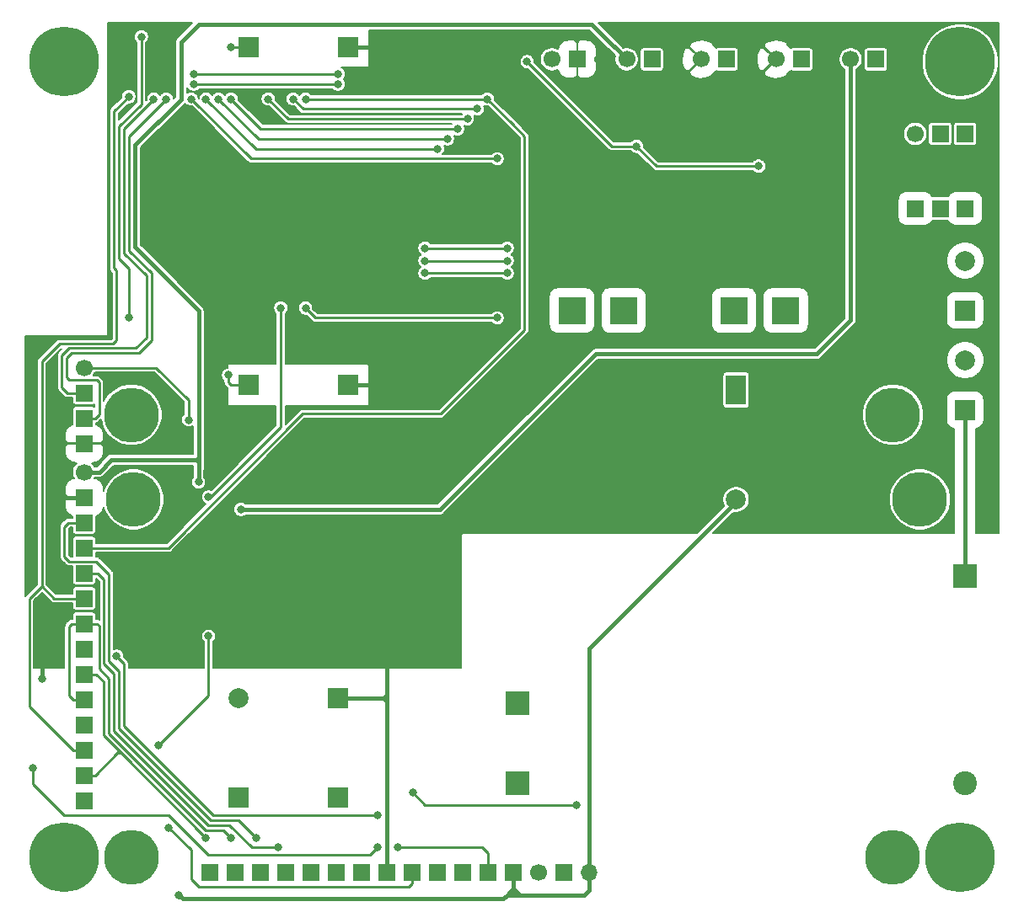
<source format=gbr>
G04 #@! TF.GenerationSoftware,KiCad,Pcbnew,(5.1.4)-1*
G04 #@! TF.CreationDate,2020-11-07T23:49:10+03:00*
G04 #@! TF.ProjectId,UAK_2,55414b5f-322e-46b6-9963-61645f706362,rev?*
G04 #@! TF.SameCoordinates,Original*
G04 #@! TF.FileFunction,Copper,L2,Bot*
G04 #@! TF.FilePolarity,Positive*
%FSLAX46Y46*%
G04 Gerber Fmt 4.6, Leading zero omitted, Abs format (unit mm)*
G04 Created by KiCad (PCBNEW (5.1.4)-1) date 2020-11-07 23:49:10*
%MOMM*%
%LPD*%
G04 APERTURE LIST*
%ADD10R,2.000000X3.000000*%
%ADD11C,2.000000*%
%ADD12R,1.700000X1.700000*%
%ADD13C,1.700000*%
%ADD14C,5.500000*%
%ADD15O,1.700000X1.700000*%
%ADD16R,2.800000X2.800000*%
%ADD17R,2.000000X2.000000*%
%ADD18R,2.400000X2.400000*%
%ADD19C,2.400000*%
%ADD20C,7.000000*%
%ADD21C,0.800000*%
%ADD22C,0.450000*%
%ADD23C,0.250000*%
%ADD24C,0.200000*%
G04 APERTURE END LIST*
D10*
X147500000Y-88000000D03*
D11*
X147500000Y-99000000D03*
D12*
X82000000Y-129270000D03*
X82000000Y-126730000D03*
X82000000Y-124190000D03*
X82000000Y-121650000D03*
X82000000Y-119110000D03*
X82000000Y-116570000D03*
X82000000Y-114030000D03*
X82000000Y-111490000D03*
X82000000Y-108950000D03*
X82000000Y-106410000D03*
X82000000Y-103870000D03*
X82000000Y-101330000D03*
X82000000Y-98790000D03*
D13*
X82000000Y-96250000D03*
D14*
X86750000Y-90500000D03*
X163250000Y-135000000D03*
X86750000Y-135000000D03*
X163250000Y-90500000D03*
D12*
X82000000Y-93370000D03*
X82000000Y-90830000D03*
X82000000Y-88290000D03*
D13*
X82000000Y-85750000D03*
D15*
X132750000Y-136500000D03*
D12*
X130210000Y-136500000D03*
D13*
X127670000Y-136500000D03*
D12*
X125130000Y-136500000D03*
X122590000Y-136500000D03*
X120050000Y-136500000D03*
X117510000Y-136500000D03*
X114970000Y-136500000D03*
X112430000Y-136500000D03*
X109890000Y-136500000D03*
X107350000Y-136500000D03*
X104810000Y-136500000D03*
X102270000Y-136500000D03*
X99730000Y-136500000D03*
X97190000Y-136500000D03*
X94650000Y-136500000D03*
D14*
X86950000Y-99000000D03*
X165950000Y-99000000D03*
D16*
X147300000Y-80000000D03*
X152500000Y-80000000D03*
X136200000Y-80000000D03*
X131000000Y-80000000D03*
D17*
X170500000Y-80000000D03*
D11*
X170500000Y-75000000D03*
D18*
X125500000Y-119500000D03*
X125500000Y-127500000D03*
X170500000Y-106700000D03*
D19*
X170500000Y-127500000D03*
D13*
X165500000Y-62250000D03*
D12*
X168000000Y-62250000D03*
X170500000Y-62250000D03*
X170500000Y-69750000D03*
X168000000Y-69750000D03*
X165500000Y-69750000D03*
X154040000Y-54750000D03*
D13*
X151500000Y-54750000D03*
D12*
X146540000Y-54750000D03*
D13*
X144000000Y-54750000D03*
D12*
X139040000Y-54750000D03*
D13*
X136500000Y-54750000D03*
D12*
X131540000Y-54750000D03*
D13*
X129000000Y-54750000D03*
D12*
X161540000Y-54750000D03*
D13*
X159000000Y-54750000D03*
D17*
X98500000Y-53500000D03*
X108500000Y-53500000D03*
X98500000Y-87500000D03*
X108500000Y-87500000D03*
D20*
X80000000Y-135000000D03*
X170000000Y-55000000D03*
X170000000Y-135000000D03*
X80000000Y-55000000D03*
D17*
X170500000Y-90000000D03*
D11*
X170500000Y-85000000D03*
X97500000Y-119000000D03*
D17*
X107500000Y-119000000D03*
X107500000Y-129000000D03*
X97500000Y-129000000D03*
D21*
X76850000Y-126000000D03*
X111500000Y-134000000D03*
X113500000Y-134000000D03*
X90250000Y-58750000D03*
X89000000Y-58750000D03*
X137500000Y-63500000D03*
X126500000Y-55000000D03*
X149750000Y-65500000D03*
X87750000Y-52500000D03*
X86520000Y-80730000D03*
X96500000Y-86500000D03*
X96750000Y-53500000D03*
X116250000Y-75000000D03*
X124500000Y-75000000D03*
X93000000Y-56250000D03*
X107500000Y-56250000D03*
X92750000Y-58750000D03*
X123500000Y-64750000D03*
X117500000Y-63750000D03*
X94250000Y-58750000D03*
X94250000Y-133000000D03*
X119500000Y-61750000D03*
X96750000Y-58750000D03*
X99250000Y-133025019D03*
X121500000Y-59750000D03*
X103000000Y-58750000D03*
X90500000Y-132000000D03*
X122500000Y-58750000D03*
X104250000Y-58750000D03*
X120500000Y-60750000D03*
X100500000Y-58750000D03*
X101500000Y-134000000D03*
X118500000Y-62750000D03*
X95500000Y-58750000D03*
X96750000Y-133000000D03*
X123500000Y-80750000D03*
X104250000Y-79750000D03*
X85250000Y-114750000D03*
X111500000Y-130750000D03*
X115000000Y-128500000D03*
X131500000Y-129750000D03*
X97750000Y-100000000D03*
X93500000Y-97250000D03*
X91500000Y-138750000D03*
X116250000Y-73750000D03*
X124500000Y-73750000D03*
X93000000Y-57250000D03*
X107500000Y-57250000D03*
X92500000Y-91000000D03*
X116250000Y-76250000D03*
X124500000Y-76250000D03*
X101250000Y-112000000D03*
X137000000Y-95250000D03*
X148500000Y-73000000D03*
X77750000Y-117000000D03*
X87000000Y-112750000D03*
X88000000Y-68000000D03*
X88000000Y-72500000D03*
X88000000Y-70250000D03*
X97000000Y-68000000D03*
X97000000Y-70250000D03*
X97000000Y-72500000D03*
X103000000Y-79750000D03*
X96000000Y-88500000D03*
X111250000Y-53500000D03*
X157250000Y-73000000D03*
X130250000Y-69250000D03*
X135750000Y-69250000D03*
X85750000Y-57500000D03*
X148250000Y-59750000D03*
X106750000Y-105000000D03*
X118250000Y-107250000D03*
X104250000Y-112000000D03*
X87500000Y-115500000D03*
X78500000Y-83250000D03*
X84500000Y-105000000D03*
X76500000Y-107250000D03*
X76500000Y-106000000D03*
X79000000Y-110250000D03*
X77750000Y-110250000D03*
X80250000Y-110250000D03*
X80250000Y-107750000D03*
X100500000Y-91500000D03*
X99500000Y-92500000D03*
X102250000Y-93250000D03*
X101250000Y-94250000D03*
X124500000Y-72500000D03*
X124500000Y-77500000D03*
X127500000Y-77500000D03*
X127500000Y-72500000D03*
X145250000Y-64250000D03*
X86500000Y-58500000D03*
X101750000Y-79750000D03*
X94500000Y-98750000D03*
X94500000Y-112750000D03*
X89500000Y-123750000D03*
D22*
X170500000Y-90000000D02*
X170500000Y-106700000D01*
D23*
X116000000Y-134000000D02*
X113500000Y-134000000D01*
X119500000Y-134000000D02*
X122000000Y-134000000D01*
X116000000Y-134000000D02*
X119500000Y-134000000D01*
X122590000Y-134590000D02*
X122590000Y-136500000D01*
X122000000Y-134000000D02*
X122590000Y-134590000D01*
X110750000Y-134750000D02*
X111500000Y-134000000D01*
X94500000Y-134750000D02*
X110750000Y-134750000D01*
X90500000Y-130750000D02*
X94500000Y-134750000D01*
X80000000Y-130750000D02*
X90500000Y-130750000D01*
X76850000Y-127600000D02*
X80000000Y-130750000D01*
X76850000Y-126000000D02*
X76850000Y-127600000D01*
X86500000Y-62500000D02*
X90250000Y-58750000D01*
X86500000Y-74000000D02*
X86500000Y-62500000D01*
X88750000Y-76250000D02*
X86500000Y-74000000D01*
X80750000Y-84250000D02*
X87500000Y-84250000D01*
X80250000Y-86750000D02*
X80250000Y-84750000D01*
X82000000Y-90830000D02*
X83100000Y-90830000D01*
X83100000Y-90830000D02*
X83500000Y-90430000D01*
X88750000Y-83000000D02*
X88750000Y-76250000D01*
X83500000Y-90430000D02*
X83500000Y-87250000D01*
X83500000Y-87250000D02*
X83250000Y-87000000D01*
X87500000Y-84250000D02*
X88750000Y-83000000D01*
X83250000Y-87000000D02*
X80500000Y-87000000D01*
X80250000Y-84750000D02*
X80750000Y-84250000D01*
X80500000Y-87000000D02*
X80250000Y-86750000D01*
X86000000Y-74250000D02*
X86000000Y-61750000D01*
X88250000Y-82750000D02*
X88250000Y-76500000D01*
X88250000Y-76500000D02*
X86000000Y-74250000D01*
X82000000Y-88290000D02*
X80290000Y-88290000D01*
X79750000Y-87750000D02*
X79750000Y-84500000D01*
X79750000Y-84500000D02*
X80450010Y-83799990D01*
X86000000Y-61750000D02*
X89000000Y-58750000D01*
X80450010Y-83799990D02*
X87200010Y-83799990D01*
X80290000Y-88290000D02*
X79750000Y-87750000D01*
X87200010Y-83799990D02*
X88250000Y-82750000D01*
X139500000Y-65500000D02*
X137500000Y-63500000D01*
X149750000Y-65500000D02*
X139500000Y-65500000D01*
X135000000Y-63500000D02*
X126500000Y-55000000D01*
X137500000Y-63500000D02*
X135000000Y-63500000D01*
X86520000Y-75770000D02*
X86520000Y-80730000D01*
X85500000Y-74750000D02*
X86520000Y-75770000D01*
X85500000Y-61500000D02*
X85500000Y-74750000D01*
X87750000Y-59250000D02*
X85500000Y-61500000D01*
X87750000Y-52500000D02*
X87750000Y-59250000D01*
X98500000Y-87500000D02*
X96750000Y-87500000D01*
X96750000Y-87500000D02*
X96500000Y-87250000D01*
X96500000Y-87250000D02*
X96500000Y-86500000D01*
X98500000Y-53500000D02*
X96750000Y-53500000D01*
X116250000Y-75000000D02*
X124500000Y-75000000D01*
X93000000Y-56250000D02*
X107500000Y-56250000D01*
X98750000Y-64750000D02*
X92750000Y-58750000D01*
X123500000Y-64750000D02*
X98750000Y-64750000D01*
X99250000Y-63750000D02*
X94250000Y-58750000D01*
X117500000Y-63750000D02*
X99250000Y-63750000D01*
X83180000Y-116570000D02*
X82000000Y-116570000D01*
X83930000Y-122680000D02*
X85375000Y-124125000D01*
X83930000Y-117320000D02*
X83930000Y-122680000D01*
X83930000Y-117320000D02*
X83180000Y-116570000D01*
X85330000Y-124500000D02*
X85750000Y-124500000D01*
X83100000Y-126730000D02*
X85330000Y-124500000D01*
X82000000Y-126730000D02*
X83100000Y-126730000D01*
X94250000Y-133000000D02*
X85750000Y-124500000D01*
X85750000Y-124500000D02*
X85375000Y-124125000D01*
X85375000Y-124455000D02*
X85330000Y-124500000D01*
X85375000Y-124125000D02*
X85375000Y-124455000D01*
X99750000Y-61750000D02*
X96750000Y-58750000D01*
X119500000Y-61750000D02*
X99750000Y-61750000D01*
X80420000Y-101330000D02*
X82000000Y-101330000D01*
X80000000Y-104750000D02*
X80000000Y-101750000D01*
X80000000Y-101750000D02*
X80420000Y-101330000D01*
X80484999Y-105234999D02*
X80000000Y-104750000D01*
X83234999Y-105234999D02*
X80484999Y-105234999D01*
X84500000Y-106500000D02*
X83234999Y-105234999D01*
X97474981Y-131250000D02*
X94750000Y-131250000D01*
X99250000Y-133025019D02*
X97474981Y-131250000D01*
X94750000Y-131250000D02*
X85500000Y-122000000D01*
X85500000Y-122000000D02*
X85500000Y-116250000D01*
X85500000Y-116250000D02*
X84500000Y-115250000D01*
X84500000Y-115250000D02*
X84500000Y-106500000D01*
X104000000Y-59750000D02*
X103000000Y-58750000D01*
X121500000Y-59750000D02*
X104000000Y-59750000D01*
X114970000Y-137600000D02*
X114970000Y-136500000D01*
X114595001Y-137974999D02*
X114970000Y-137600000D01*
X93525001Y-137974999D02*
X114595001Y-137974999D01*
X92750000Y-137199998D02*
X93525001Y-137974999D01*
X92750000Y-134250000D02*
X92750000Y-137199998D01*
X90500000Y-132000000D02*
X92750000Y-134250000D01*
X104250000Y-58750000D02*
X122500000Y-58750000D01*
X125000000Y-61250000D02*
X122500000Y-58750000D01*
X126250000Y-62500000D02*
X125000000Y-61250000D01*
X126250000Y-82000000D02*
X126250000Y-62500000D01*
X117852998Y-90397002D02*
X126250000Y-82000000D01*
X103955996Y-90397002D02*
X117852998Y-90397002D01*
X90482998Y-103870000D02*
X103955996Y-90397002D01*
X82000000Y-103870000D02*
X90482998Y-103870000D01*
X102500000Y-60750000D02*
X100500000Y-58750000D01*
X120500000Y-60750000D02*
X102500000Y-60750000D01*
X98823002Y-134000000D02*
X101500000Y-134000000D01*
X94500000Y-131750000D02*
X96573002Y-131750000D01*
X82000000Y-106410000D02*
X83340000Y-106410000D01*
X83340000Y-106410000D02*
X84000000Y-107070000D01*
X96573002Y-131750000D02*
X98823002Y-134000000D01*
X84000000Y-107070000D02*
X84000000Y-115500000D01*
X85000000Y-116500000D02*
X85000000Y-122250000D01*
X84000000Y-115500000D02*
X85000000Y-116500000D01*
X85000000Y-122250000D02*
X94500000Y-131750000D01*
X99500000Y-62750000D02*
X95500000Y-58750000D01*
X118500000Y-62750000D02*
X99500000Y-62750000D01*
X96000000Y-132250000D02*
X96750000Y-133000000D01*
X94250000Y-132250000D02*
X96000000Y-132250000D01*
X82000000Y-111490000D02*
X83260000Y-111490000D01*
X83260000Y-111490000D02*
X83500000Y-111730000D01*
X83500000Y-111730000D02*
X83500000Y-116000000D01*
X83500000Y-116000000D02*
X84500000Y-117000000D01*
X84500000Y-117000000D02*
X84500000Y-122500000D01*
X84500000Y-122500000D02*
X94250000Y-132250000D01*
X80900000Y-119110000D02*
X80500000Y-118710000D01*
X82000000Y-119110000D02*
X80900000Y-119110000D01*
X80500000Y-118710000D02*
X80500000Y-111750000D01*
X80760000Y-111490000D02*
X82000000Y-111490000D01*
X80500000Y-111750000D02*
X80760000Y-111490000D01*
X123500000Y-80750000D02*
X105250000Y-80750000D01*
X105250000Y-80750000D02*
X104250000Y-79750000D01*
X115000000Y-128500000D02*
X116250000Y-129750000D01*
X116250000Y-129750000D02*
X131500000Y-129750000D01*
X97750000Y-130750000D02*
X111500000Y-130750000D01*
X95000000Y-130750000D02*
X97750000Y-130750000D01*
X86000000Y-121750000D02*
X95000000Y-130750000D01*
X86000000Y-115500000D02*
X86000000Y-121750000D01*
X85250000Y-114750000D02*
X86000000Y-115500000D01*
D22*
X99500000Y-100000000D02*
X97750000Y-100000000D01*
X159000000Y-81000000D02*
X159000000Y-54750000D01*
X114500000Y-100000000D02*
X117750000Y-100000000D01*
X114500000Y-100000000D02*
X99500000Y-100000000D01*
X117750000Y-100000000D02*
X133375000Y-84375000D01*
X133375000Y-84375000D02*
X155625000Y-84375000D01*
X155625000Y-84375000D02*
X159000000Y-81000000D01*
X93500000Y-51250000D02*
X91750000Y-53000000D01*
X91750000Y-53000000D02*
X91750000Y-58750000D01*
X91750000Y-58750000D02*
X87125000Y-63375000D01*
X130000000Y-51250000D02*
X133000000Y-51250000D01*
X136500000Y-54750000D02*
X134000000Y-52250000D01*
X133000000Y-51250000D02*
X134000000Y-52250000D01*
X130000000Y-51250000D02*
X93500000Y-51250000D01*
X125130000Y-138130000D02*
X125750000Y-138750000D01*
X125130000Y-136500000D02*
X125130000Y-138130000D01*
X125750000Y-138750000D02*
X125250000Y-138750000D01*
X125130000Y-138620000D02*
X125000000Y-138750000D01*
X124510000Y-138750000D02*
X124880000Y-138380000D01*
X124880000Y-138380000D02*
X125130000Y-138130000D01*
X125510000Y-138750000D02*
X125130000Y-138370000D01*
X126500000Y-138750000D02*
X125510000Y-138750000D01*
X125130000Y-138370000D02*
X125130000Y-138620000D01*
X125130000Y-138130000D02*
X125130000Y-138370000D01*
X132750000Y-114000000D02*
X133250000Y-113500000D01*
X132750000Y-136500000D02*
X132750000Y-114000000D01*
X133250000Y-113500000D02*
X147500000Y-99250000D01*
X126000000Y-138750000D02*
X132250000Y-138750000D01*
X126000000Y-138750000D02*
X125750000Y-138750000D01*
X126500000Y-138750000D02*
X126000000Y-138750000D01*
X132750000Y-138250000D02*
X132750000Y-136500000D01*
X132250000Y-138750000D02*
X132750000Y-138250000D01*
X93250000Y-95000000D02*
X93506370Y-94743630D01*
X93506370Y-89493630D02*
X93506370Y-94743630D01*
X93506370Y-95256370D02*
X93250000Y-95000000D01*
X93506370Y-96006370D02*
X93506370Y-95256370D01*
X93506370Y-94743630D02*
X93506370Y-96006370D01*
X83500000Y-96250000D02*
X84750000Y-95000000D01*
X82000000Y-96250000D02*
X83500000Y-96250000D01*
X84750000Y-95000000D02*
X93250000Y-95000000D01*
X93506370Y-80006370D02*
X87125000Y-73625000D01*
X93506370Y-88993630D02*
X93506370Y-80006370D01*
X87125000Y-63375000D02*
X87125000Y-73625000D01*
X93506370Y-89493630D02*
X93506370Y-88993630D01*
X93500000Y-96012740D02*
X93506370Y-96006370D01*
X124500000Y-138750000D02*
X125750000Y-138750000D01*
X124100001Y-139149999D02*
X124500000Y-138750000D01*
X91899999Y-139149999D02*
X124100001Y-139149999D01*
X91500000Y-138750000D02*
X91899999Y-139149999D01*
X93500000Y-96012740D02*
X93500000Y-97250000D01*
X93500000Y-95250000D02*
X93250000Y-95000000D01*
X93500000Y-97250000D02*
X93500000Y-95250000D01*
D23*
X116250000Y-73750000D02*
X124500000Y-73750000D01*
X93000000Y-57250000D02*
X107500000Y-57250000D01*
X82000000Y-85750000D02*
X89250000Y-85750000D01*
X89250000Y-85750000D02*
X92500000Y-89000000D01*
X92500000Y-89000000D02*
X92500000Y-90750000D01*
X116250000Y-76250000D02*
X124500000Y-76250000D01*
D22*
X77750000Y-117000000D02*
X77750000Y-114500000D01*
X108500000Y-87500000D02*
X111000000Y-87500000D01*
X108500000Y-53500000D02*
X111250000Y-53500000D01*
X110000000Y-119000000D02*
X107500000Y-119000000D01*
X112430000Y-119820000D02*
X112430000Y-119180000D01*
X112110000Y-119000000D02*
X112430000Y-118680000D01*
X112000000Y-119000000D02*
X112110000Y-119000000D01*
X112430000Y-118680000D02*
X112430000Y-114320000D01*
X112430000Y-119820000D02*
X112430000Y-118680000D01*
X112000000Y-119000000D02*
X110000000Y-119000000D01*
X112250000Y-119000000D02*
X112000000Y-119000000D01*
X112430000Y-119320000D02*
X112110000Y-119000000D01*
X112430000Y-120180000D02*
X112430000Y-119320000D01*
X112430000Y-120180000D02*
X112430000Y-119820000D01*
X112430000Y-136500000D02*
X112430000Y-120180000D01*
X79540000Y-98790000D02*
X79500000Y-98750000D01*
X82000000Y-98790000D02*
X79540000Y-98790000D01*
D23*
X77750000Y-107750000D02*
X78950000Y-108950000D01*
X78950000Y-108950000D02*
X82000000Y-108950000D01*
X77750000Y-85147002D02*
X77750000Y-107750000D01*
X79547022Y-83349980D02*
X77750000Y-85147002D01*
X84900020Y-83349980D02*
X79547022Y-83349980D01*
X85250000Y-76000000D02*
X85250000Y-83000000D01*
X85000000Y-75750000D02*
X85250000Y-76000000D01*
X85000000Y-60000000D02*
X85000000Y-75750000D01*
X85250000Y-83000000D02*
X84900020Y-83349980D01*
X86500000Y-58500000D02*
X85000000Y-60000000D01*
X82000000Y-124190000D02*
X80900000Y-124190000D01*
X80900000Y-124190000D02*
X76500000Y-119790000D01*
X76500000Y-109000000D02*
X77750000Y-107750000D01*
X76500000Y-119790000D02*
X76500000Y-109000000D01*
X94750000Y-98750000D02*
X94500000Y-98750000D01*
X101750000Y-79750000D02*
X101750000Y-91750000D01*
X101750000Y-91750000D02*
X94750000Y-98750000D01*
X94500000Y-112750000D02*
X94500000Y-118750000D01*
X94500000Y-118750000D02*
X89500000Y-123750000D01*
D24*
G36*
X173900000Y-102400000D02*
G01*
X171625000Y-102400000D01*
X171625000Y-91892043D01*
X171676431Y-91886977D01*
X171846081Y-91835514D01*
X172002432Y-91751943D01*
X172139475Y-91639475D01*
X172251943Y-91502432D01*
X172335514Y-91346081D01*
X172386977Y-91176431D01*
X172404354Y-91000000D01*
X172404354Y-89000000D01*
X172386977Y-88823569D01*
X172335514Y-88653919D01*
X172251943Y-88497568D01*
X172139475Y-88360525D01*
X172002432Y-88248057D01*
X171846081Y-88164486D01*
X171676431Y-88113023D01*
X171500000Y-88095646D01*
X169500000Y-88095646D01*
X169323569Y-88113023D01*
X169153919Y-88164486D01*
X168997568Y-88248057D01*
X168860525Y-88360525D01*
X168748057Y-88497568D01*
X168664486Y-88653919D01*
X168613023Y-88823569D01*
X168595646Y-89000000D01*
X168595646Y-91000000D01*
X168613023Y-91176431D01*
X168664486Y-91346081D01*
X168748057Y-91502432D01*
X168860525Y-91639475D01*
X168997568Y-91751943D01*
X169153919Y-91835514D01*
X169323569Y-91886977D01*
X169375000Y-91892043D01*
X169375001Y-102400000D01*
X145163173Y-102400000D01*
X147238701Y-100324472D01*
X147367037Y-100350000D01*
X147632963Y-100350000D01*
X147893780Y-100298120D01*
X148139465Y-100196354D01*
X148360575Y-100048613D01*
X148548613Y-99860575D01*
X148696354Y-99639465D01*
X148798120Y-99393780D01*
X148850000Y-99132963D01*
X148850000Y-98867037D01*
X148815716Y-98694677D01*
X162850000Y-98694677D01*
X162850000Y-99305323D01*
X162969131Y-99904237D01*
X163202815Y-100468401D01*
X163542072Y-100976135D01*
X163973865Y-101407928D01*
X164481599Y-101747185D01*
X165045763Y-101980869D01*
X165644677Y-102100000D01*
X166255323Y-102100000D01*
X166854237Y-101980869D01*
X167418401Y-101747185D01*
X167926135Y-101407928D01*
X168357928Y-100976135D01*
X168697185Y-100468401D01*
X168930869Y-99904237D01*
X169050000Y-99305323D01*
X169050000Y-98694677D01*
X168930869Y-98095763D01*
X168697185Y-97531599D01*
X168357928Y-97023865D01*
X167926135Y-96592072D01*
X167418401Y-96252815D01*
X166854237Y-96019131D01*
X166255323Y-95900000D01*
X165644677Y-95900000D01*
X165045763Y-96019131D01*
X164481599Y-96252815D01*
X163973865Y-96592072D01*
X163542072Y-97023865D01*
X163202815Y-97531599D01*
X162969131Y-98095763D01*
X162850000Y-98694677D01*
X148815716Y-98694677D01*
X148798120Y-98606220D01*
X148696354Y-98360535D01*
X148548613Y-98139425D01*
X148360575Y-97951387D01*
X148139465Y-97803646D01*
X147893780Y-97701880D01*
X147632963Y-97650000D01*
X147367037Y-97650000D01*
X147106220Y-97701880D01*
X146860535Y-97803646D01*
X146639425Y-97951387D01*
X146451387Y-98139425D01*
X146303646Y-98360535D01*
X146201880Y-98606220D01*
X146150000Y-98867037D01*
X146150000Y-99132963D01*
X146201880Y-99393780D01*
X146301805Y-99635022D01*
X143536827Y-102400000D01*
X120000000Y-102400000D01*
X119980491Y-102401921D01*
X119961732Y-102407612D01*
X119944443Y-102416853D01*
X119929289Y-102429289D01*
X119916853Y-102444443D01*
X119907612Y-102461732D01*
X119901921Y-102480491D01*
X119900000Y-102500000D01*
X119900000Y-115900000D01*
X94975000Y-115900000D01*
X94975000Y-113334632D01*
X94978097Y-113332563D01*
X95082563Y-113228097D01*
X95164641Y-113105258D01*
X95221178Y-112968767D01*
X95250000Y-112823869D01*
X95250000Y-112676131D01*
X95221178Y-112531233D01*
X95164641Y-112394742D01*
X95082563Y-112271903D01*
X94978097Y-112167437D01*
X94855258Y-112085359D01*
X94718767Y-112028822D01*
X94573869Y-112000000D01*
X94426131Y-112000000D01*
X94281233Y-112028822D01*
X94144742Y-112085359D01*
X94021903Y-112167437D01*
X93917437Y-112271903D01*
X93835359Y-112394742D01*
X93778822Y-112531233D01*
X93750000Y-112676131D01*
X93750000Y-112823869D01*
X93778822Y-112968767D01*
X93835359Y-113105258D01*
X93917437Y-113228097D01*
X94021903Y-113332563D01*
X94025000Y-113334632D01*
X94025000Y-115900000D01*
X86475000Y-115900000D01*
X86475000Y-115523331D01*
X86477298Y-115499999D01*
X86468127Y-115406883D01*
X86448783Y-115343115D01*
X86440966Y-115317346D01*
X86396859Y-115234827D01*
X86337501Y-115162499D01*
X86319371Y-115147620D01*
X85999273Y-114827523D01*
X86000000Y-114823869D01*
X86000000Y-114676131D01*
X85971178Y-114531233D01*
X85914641Y-114394742D01*
X85832563Y-114271903D01*
X85728097Y-114167437D01*
X85605258Y-114085359D01*
X85468767Y-114028822D01*
X85323869Y-114000000D01*
X85176131Y-114000000D01*
X85031233Y-114028822D01*
X84975000Y-114052115D01*
X84975000Y-106523332D01*
X84977298Y-106500000D01*
X84968127Y-106406884D01*
X84940966Y-106317346D01*
X84896859Y-106234827D01*
X84837501Y-106162499D01*
X84819377Y-106147625D01*
X83587383Y-104915633D01*
X83572500Y-104897498D01*
X83500172Y-104838140D01*
X83417653Y-104794033D01*
X83328115Y-104766872D01*
X83258331Y-104759999D01*
X83234999Y-104757701D01*
X83211667Y-104759999D01*
X83197753Y-104759999D01*
X83201693Y-104720000D01*
X83201693Y-104345000D01*
X90459666Y-104345000D01*
X90482998Y-104347298D01*
X90506330Y-104345000D01*
X90576114Y-104338127D01*
X90665652Y-104310966D01*
X90748171Y-104266859D01*
X90820499Y-104207501D01*
X90835382Y-104189366D01*
X95098617Y-99926131D01*
X97000000Y-99926131D01*
X97000000Y-100073869D01*
X97028822Y-100218767D01*
X97085359Y-100355258D01*
X97167437Y-100478097D01*
X97271903Y-100582563D01*
X97394742Y-100664641D01*
X97531233Y-100721178D01*
X97676131Y-100750000D01*
X97823869Y-100750000D01*
X97968767Y-100721178D01*
X98105258Y-100664641D01*
X98228097Y-100582563D01*
X98235660Y-100575000D01*
X117721757Y-100575000D01*
X117750000Y-100577782D01*
X117778243Y-100575000D01*
X117778246Y-100575000D01*
X117862720Y-100566680D01*
X117971108Y-100533801D01*
X118070998Y-100480408D01*
X118158554Y-100408554D01*
X118176566Y-100386606D01*
X128368495Y-90194677D01*
X160150000Y-90194677D01*
X160150000Y-90805323D01*
X160269131Y-91404237D01*
X160502815Y-91968401D01*
X160842072Y-92476135D01*
X161273865Y-92907928D01*
X161781599Y-93247185D01*
X162345763Y-93480869D01*
X162944677Y-93600000D01*
X163555323Y-93600000D01*
X164154237Y-93480869D01*
X164718401Y-93247185D01*
X165226135Y-92907928D01*
X165657928Y-92476135D01*
X165997185Y-91968401D01*
X166230869Y-91404237D01*
X166350000Y-90805323D01*
X166350000Y-90194677D01*
X166230869Y-89595763D01*
X165997185Y-89031599D01*
X165657928Y-88523865D01*
X165226135Y-88092072D01*
X164718401Y-87752815D01*
X164154237Y-87519131D01*
X163555323Y-87400000D01*
X162944677Y-87400000D01*
X162345763Y-87519131D01*
X161781599Y-87752815D01*
X161273865Y-88092072D01*
X160842072Y-88523865D01*
X160502815Y-89031599D01*
X160269131Y-89595763D01*
X160150000Y-90194677D01*
X128368495Y-90194677D01*
X132063172Y-86500000D01*
X146148307Y-86500000D01*
X146148307Y-89500000D01*
X146155065Y-89568612D01*
X146175078Y-89634587D01*
X146207578Y-89695390D01*
X146251315Y-89748685D01*
X146304610Y-89792422D01*
X146365413Y-89824922D01*
X146431388Y-89844935D01*
X146500000Y-89851693D01*
X148500000Y-89851693D01*
X148568612Y-89844935D01*
X148634587Y-89824922D01*
X148695390Y-89792422D01*
X148748685Y-89748685D01*
X148792422Y-89695390D01*
X148824922Y-89634587D01*
X148844935Y-89568612D01*
X148851693Y-89500000D01*
X148851693Y-86500000D01*
X148844935Y-86431388D01*
X148824922Y-86365413D01*
X148792422Y-86304610D01*
X148748685Y-86251315D01*
X148695390Y-86207578D01*
X148634587Y-86175078D01*
X148568612Y-86155065D01*
X148500000Y-86148307D01*
X146500000Y-86148307D01*
X146431388Y-86155065D01*
X146365413Y-86175078D01*
X146304610Y-86207578D01*
X146251315Y-86251315D01*
X146207578Y-86304610D01*
X146175078Y-86365413D01*
X146155065Y-86431388D01*
X146148307Y-86500000D01*
X132063172Y-86500000D01*
X133613173Y-84950000D01*
X155596757Y-84950000D01*
X155625000Y-84952782D01*
X155653243Y-84950000D01*
X155653246Y-84950000D01*
X155737720Y-84941680D01*
X155846108Y-84908801D01*
X155945998Y-84855408D01*
X155997836Y-84812866D01*
X168600000Y-84812866D01*
X168600000Y-85187134D01*
X168673016Y-85554209D01*
X168816242Y-85899987D01*
X169024174Y-86211179D01*
X169288821Y-86475826D01*
X169600013Y-86683758D01*
X169945791Y-86826984D01*
X170312866Y-86900000D01*
X170687134Y-86900000D01*
X171054209Y-86826984D01*
X171399987Y-86683758D01*
X171711179Y-86475826D01*
X171975826Y-86211179D01*
X172183758Y-85899987D01*
X172326984Y-85554209D01*
X172400000Y-85187134D01*
X172400000Y-84812866D01*
X172326984Y-84445791D01*
X172183758Y-84100013D01*
X171975826Y-83788821D01*
X171711179Y-83524174D01*
X171399987Y-83316242D01*
X171054209Y-83173016D01*
X170687134Y-83100000D01*
X170312866Y-83100000D01*
X169945791Y-83173016D01*
X169600013Y-83316242D01*
X169288821Y-83524174D01*
X169024174Y-83788821D01*
X168816242Y-84100013D01*
X168673016Y-84445791D01*
X168600000Y-84812866D01*
X155997836Y-84812866D01*
X156033554Y-84783554D01*
X156051565Y-84761607D01*
X159386613Y-81426560D01*
X159408554Y-81408554D01*
X159442782Y-81366847D01*
X159480408Y-81320999D01*
X159533801Y-81221108D01*
X159542944Y-81190966D01*
X159566680Y-81112720D01*
X159575000Y-81028246D01*
X159575000Y-81028243D01*
X159577782Y-81000000D01*
X159575000Y-80971757D01*
X159575000Y-79000000D01*
X168595646Y-79000000D01*
X168595646Y-81000000D01*
X168613023Y-81176431D01*
X168664486Y-81346081D01*
X168748057Y-81502432D01*
X168860525Y-81639475D01*
X168997568Y-81751943D01*
X169153919Y-81835514D01*
X169323569Y-81886977D01*
X169500000Y-81904354D01*
X171500000Y-81904354D01*
X171676431Y-81886977D01*
X171846081Y-81835514D01*
X172002432Y-81751943D01*
X172139475Y-81639475D01*
X172251943Y-81502432D01*
X172335514Y-81346081D01*
X172386977Y-81176431D01*
X172404354Y-81000000D01*
X172404354Y-79000000D01*
X172386977Y-78823569D01*
X172335514Y-78653919D01*
X172251943Y-78497568D01*
X172139475Y-78360525D01*
X172002432Y-78248057D01*
X171846081Y-78164486D01*
X171676431Y-78113023D01*
X171500000Y-78095646D01*
X169500000Y-78095646D01*
X169323569Y-78113023D01*
X169153919Y-78164486D01*
X168997568Y-78248057D01*
X168860525Y-78360525D01*
X168748057Y-78497568D01*
X168664486Y-78653919D01*
X168613023Y-78823569D01*
X168595646Y-79000000D01*
X159575000Y-79000000D01*
X159575000Y-74812866D01*
X168600000Y-74812866D01*
X168600000Y-75187134D01*
X168673016Y-75554209D01*
X168816242Y-75899987D01*
X169024174Y-76211179D01*
X169288821Y-76475826D01*
X169600013Y-76683758D01*
X169945791Y-76826984D01*
X170312866Y-76900000D01*
X170687134Y-76900000D01*
X171054209Y-76826984D01*
X171399987Y-76683758D01*
X171711179Y-76475826D01*
X171975826Y-76211179D01*
X172183758Y-75899987D01*
X172326984Y-75554209D01*
X172400000Y-75187134D01*
X172400000Y-74812866D01*
X172326984Y-74445791D01*
X172183758Y-74100013D01*
X171975826Y-73788821D01*
X171711179Y-73524174D01*
X171399987Y-73316242D01*
X171054209Y-73173016D01*
X170687134Y-73100000D01*
X170312866Y-73100000D01*
X169945791Y-73173016D01*
X169600013Y-73316242D01*
X169288821Y-73524174D01*
X169024174Y-73788821D01*
X168816242Y-74100013D01*
X168673016Y-74445791D01*
X168600000Y-74812866D01*
X159575000Y-74812866D01*
X159575000Y-68900000D01*
X163745646Y-68900000D01*
X163745646Y-70600000D01*
X163763023Y-70776431D01*
X163814486Y-70946081D01*
X163898057Y-71102432D01*
X164010525Y-71239475D01*
X164147568Y-71351943D01*
X164303919Y-71435514D01*
X164473569Y-71486977D01*
X164650000Y-71504354D01*
X166350000Y-71504354D01*
X166526431Y-71486977D01*
X166696081Y-71435514D01*
X166852432Y-71351943D01*
X166989475Y-71239475D01*
X167101943Y-71102432D01*
X167182514Y-70951693D01*
X168817486Y-70951693D01*
X168898057Y-71102432D01*
X169010525Y-71239475D01*
X169147568Y-71351943D01*
X169303919Y-71435514D01*
X169473569Y-71486977D01*
X169650000Y-71504354D01*
X171350000Y-71504354D01*
X171526431Y-71486977D01*
X171696081Y-71435514D01*
X171852432Y-71351943D01*
X171989475Y-71239475D01*
X172101943Y-71102432D01*
X172185514Y-70946081D01*
X172236977Y-70776431D01*
X172254354Y-70600000D01*
X172254354Y-68900000D01*
X172236977Y-68723569D01*
X172185514Y-68553919D01*
X172101943Y-68397568D01*
X171989475Y-68260525D01*
X171852432Y-68148057D01*
X171696081Y-68064486D01*
X171526431Y-68013023D01*
X171350000Y-67995646D01*
X169650000Y-67995646D01*
X169473569Y-68013023D01*
X169303919Y-68064486D01*
X169147568Y-68148057D01*
X169010525Y-68260525D01*
X168898057Y-68397568D01*
X168817486Y-68548307D01*
X167182514Y-68548307D01*
X167101943Y-68397568D01*
X166989475Y-68260525D01*
X166852432Y-68148057D01*
X166696081Y-68064486D01*
X166526431Y-68013023D01*
X166350000Y-67995646D01*
X164650000Y-67995646D01*
X164473569Y-68013023D01*
X164303919Y-68064486D01*
X164147568Y-68148057D01*
X164010525Y-68260525D01*
X163898057Y-68397568D01*
X163814486Y-68553919D01*
X163763023Y-68723569D01*
X163745646Y-68900000D01*
X159575000Y-68900000D01*
X159575000Y-62131810D01*
X164300000Y-62131810D01*
X164300000Y-62368190D01*
X164346116Y-62600027D01*
X164436574Y-62818413D01*
X164567899Y-63014955D01*
X164735045Y-63182101D01*
X164931587Y-63313426D01*
X165149973Y-63403884D01*
X165381810Y-63450000D01*
X165618190Y-63450000D01*
X165850027Y-63403884D01*
X166068413Y-63313426D01*
X166264955Y-63182101D01*
X166432101Y-63014955D01*
X166563426Y-62818413D01*
X166653884Y-62600027D01*
X166700000Y-62368190D01*
X166700000Y-62131810D01*
X166653884Y-61899973D01*
X166563426Y-61681587D01*
X166432101Y-61485045D01*
X166347056Y-61400000D01*
X166798307Y-61400000D01*
X166798307Y-63100000D01*
X166805065Y-63168612D01*
X166825078Y-63234587D01*
X166857578Y-63295390D01*
X166901315Y-63348685D01*
X166954610Y-63392422D01*
X167015413Y-63424922D01*
X167081388Y-63444935D01*
X167150000Y-63451693D01*
X168850000Y-63451693D01*
X168918612Y-63444935D01*
X168984587Y-63424922D01*
X169045390Y-63392422D01*
X169098685Y-63348685D01*
X169142422Y-63295390D01*
X169174922Y-63234587D01*
X169194935Y-63168612D01*
X169201693Y-63100000D01*
X169201693Y-61400000D01*
X169298307Y-61400000D01*
X169298307Y-63100000D01*
X169305065Y-63168612D01*
X169325078Y-63234587D01*
X169357578Y-63295390D01*
X169401315Y-63348685D01*
X169454610Y-63392422D01*
X169515413Y-63424922D01*
X169581388Y-63444935D01*
X169650000Y-63451693D01*
X171350000Y-63451693D01*
X171418612Y-63444935D01*
X171484587Y-63424922D01*
X171545390Y-63392422D01*
X171598685Y-63348685D01*
X171642422Y-63295390D01*
X171674922Y-63234587D01*
X171694935Y-63168612D01*
X171701693Y-63100000D01*
X171701693Y-61400000D01*
X171694935Y-61331388D01*
X171674922Y-61265413D01*
X171642422Y-61204610D01*
X171598685Y-61151315D01*
X171545390Y-61107578D01*
X171484587Y-61075078D01*
X171418612Y-61055065D01*
X171350000Y-61048307D01*
X169650000Y-61048307D01*
X169581388Y-61055065D01*
X169515413Y-61075078D01*
X169454610Y-61107578D01*
X169401315Y-61151315D01*
X169357578Y-61204610D01*
X169325078Y-61265413D01*
X169305065Y-61331388D01*
X169298307Y-61400000D01*
X169201693Y-61400000D01*
X169194935Y-61331388D01*
X169174922Y-61265413D01*
X169142422Y-61204610D01*
X169098685Y-61151315D01*
X169045390Y-61107578D01*
X168984587Y-61075078D01*
X168918612Y-61055065D01*
X168850000Y-61048307D01*
X167150000Y-61048307D01*
X167081388Y-61055065D01*
X167015413Y-61075078D01*
X166954610Y-61107578D01*
X166901315Y-61151315D01*
X166857578Y-61204610D01*
X166825078Y-61265413D01*
X166805065Y-61331388D01*
X166798307Y-61400000D01*
X166347056Y-61400000D01*
X166264955Y-61317899D01*
X166068413Y-61186574D01*
X165850027Y-61096116D01*
X165618190Y-61050000D01*
X165381810Y-61050000D01*
X165149973Y-61096116D01*
X164931587Y-61186574D01*
X164735045Y-61317899D01*
X164567899Y-61485045D01*
X164436574Y-61681587D01*
X164346116Y-61899973D01*
X164300000Y-62131810D01*
X159575000Y-62131810D01*
X159575000Y-55809025D01*
X159764955Y-55682101D01*
X159932101Y-55514955D01*
X160063426Y-55318413D01*
X160153884Y-55100027D01*
X160200000Y-54868190D01*
X160200000Y-54631810D01*
X160153884Y-54399973D01*
X160063426Y-54181587D01*
X159932101Y-53985045D01*
X159847056Y-53900000D01*
X160338307Y-53900000D01*
X160338307Y-55600000D01*
X160345065Y-55668612D01*
X160365078Y-55734587D01*
X160397578Y-55795390D01*
X160441315Y-55848685D01*
X160494610Y-55892422D01*
X160555413Y-55924922D01*
X160621388Y-55944935D01*
X160690000Y-55951693D01*
X162390000Y-55951693D01*
X162458612Y-55944935D01*
X162524587Y-55924922D01*
X162585390Y-55892422D01*
X162638685Y-55848685D01*
X162682422Y-55795390D01*
X162714922Y-55734587D01*
X162734935Y-55668612D01*
X162741693Y-55600000D01*
X162741693Y-54620808D01*
X166150000Y-54620808D01*
X166150000Y-55379192D01*
X166297953Y-56123004D01*
X166588174Y-56823659D01*
X167009509Y-57454232D01*
X167545768Y-57990491D01*
X168176341Y-58411826D01*
X168876996Y-58702047D01*
X169620808Y-58850000D01*
X170379192Y-58850000D01*
X171123004Y-58702047D01*
X171823659Y-58411826D01*
X172454232Y-57990491D01*
X172990491Y-57454232D01*
X173411826Y-56823659D01*
X173702047Y-56123004D01*
X173850000Y-55379192D01*
X173850000Y-54620808D01*
X173702047Y-53876996D01*
X173411826Y-53176341D01*
X172990491Y-52545768D01*
X172454232Y-52009509D01*
X171823659Y-51588174D01*
X171123004Y-51297953D01*
X170379192Y-51150000D01*
X169620808Y-51150000D01*
X168876996Y-51297953D01*
X168176341Y-51588174D01*
X167545768Y-52009509D01*
X167009509Y-52545768D01*
X166588174Y-53176341D01*
X166297953Y-53876996D01*
X166150000Y-54620808D01*
X162741693Y-54620808D01*
X162741693Y-53900000D01*
X162734935Y-53831388D01*
X162714922Y-53765413D01*
X162682422Y-53704610D01*
X162638685Y-53651315D01*
X162585390Y-53607578D01*
X162524587Y-53575078D01*
X162458612Y-53555065D01*
X162390000Y-53548307D01*
X160690000Y-53548307D01*
X160621388Y-53555065D01*
X160555413Y-53575078D01*
X160494610Y-53607578D01*
X160441315Y-53651315D01*
X160397578Y-53704610D01*
X160365078Y-53765413D01*
X160345065Y-53831388D01*
X160338307Y-53900000D01*
X159847056Y-53900000D01*
X159764955Y-53817899D01*
X159568413Y-53686574D01*
X159350027Y-53596116D01*
X159118190Y-53550000D01*
X158881810Y-53550000D01*
X158649973Y-53596116D01*
X158431587Y-53686574D01*
X158235045Y-53817899D01*
X158067899Y-53985045D01*
X157936574Y-54181587D01*
X157846116Y-54399973D01*
X157800000Y-54631810D01*
X157800000Y-54868190D01*
X157846116Y-55100027D01*
X157936574Y-55318413D01*
X158067899Y-55514955D01*
X158235045Y-55682101D01*
X158425001Y-55809025D01*
X158425000Y-80761827D01*
X155386828Y-83800000D01*
X133403243Y-83800000D01*
X133375000Y-83797218D01*
X133346757Y-83800000D01*
X133346754Y-83800000D01*
X133262280Y-83808320D01*
X133153892Y-83841199D01*
X133054001Y-83894592D01*
X133010097Y-83930623D01*
X132966446Y-83966446D01*
X132948440Y-83988387D01*
X117511828Y-99425000D01*
X98235660Y-99425000D01*
X98228097Y-99417437D01*
X98105258Y-99335359D01*
X97968767Y-99278822D01*
X97823869Y-99250000D01*
X97676131Y-99250000D01*
X97531233Y-99278822D01*
X97394742Y-99335359D01*
X97271903Y-99417437D01*
X97167437Y-99521903D01*
X97085359Y-99644742D01*
X97028822Y-99781233D01*
X97000000Y-99926131D01*
X95098617Y-99926131D01*
X104152747Y-90872002D01*
X117829666Y-90872002D01*
X117852998Y-90874300D01*
X117876330Y-90872002D01*
X117946114Y-90865129D01*
X118035652Y-90837968D01*
X118118171Y-90793861D01*
X118190499Y-90734503D01*
X118205382Y-90716368D01*
X126569372Y-82352379D01*
X126587501Y-82337501D01*
X126646859Y-82265173D01*
X126690966Y-82182654D01*
X126718127Y-82093116D01*
X126725000Y-82023332D01*
X126725000Y-82023331D01*
X126727298Y-82000001D01*
X126725000Y-81976669D01*
X126725000Y-78600000D01*
X128695646Y-78600000D01*
X128695646Y-81400000D01*
X128713023Y-81576431D01*
X128764486Y-81746081D01*
X128848057Y-81902432D01*
X128960525Y-82039475D01*
X129097568Y-82151943D01*
X129253919Y-82235514D01*
X129423569Y-82286977D01*
X129600000Y-82304354D01*
X132400000Y-82304354D01*
X132576431Y-82286977D01*
X132746081Y-82235514D01*
X132902432Y-82151943D01*
X133039475Y-82039475D01*
X133151943Y-81902432D01*
X133235514Y-81746081D01*
X133286977Y-81576431D01*
X133304354Y-81400000D01*
X133304354Y-78600000D01*
X133895646Y-78600000D01*
X133895646Y-81400000D01*
X133913023Y-81576431D01*
X133964486Y-81746081D01*
X134048057Y-81902432D01*
X134160525Y-82039475D01*
X134297568Y-82151943D01*
X134453919Y-82235514D01*
X134623569Y-82286977D01*
X134800000Y-82304354D01*
X137600000Y-82304354D01*
X137776431Y-82286977D01*
X137946081Y-82235514D01*
X138102432Y-82151943D01*
X138239475Y-82039475D01*
X138351943Y-81902432D01*
X138435514Y-81746081D01*
X138486977Y-81576431D01*
X138504354Y-81400000D01*
X138504354Y-78600000D01*
X144995646Y-78600000D01*
X144995646Y-81400000D01*
X145013023Y-81576431D01*
X145064486Y-81746081D01*
X145148057Y-81902432D01*
X145260525Y-82039475D01*
X145397568Y-82151943D01*
X145553919Y-82235514D01*
X145723569Y-82286977D01*
X145900000Y-82304354D01*
X148700000Y-82304354D01*
X148876431Y-82286977D01*
X149046081Y-82235514D01*
X149202432Y-82151943D01*
X149339475Y-82039475D01*
X149451943Y-81902432D01*
X149535514Y-81746081D01*
X149586977Y-81576431D01*
X149604354Y-81400000D01*
X149604354Y-78600000D01*
X150195646Y-78600000D01*
X150195646Y-81400000D01*
X150213023Y-81576431D01*
X150264486Y-81746081D01*
X150348057Y-81902432D01*
X150460525Y-82039475D01*
X150597568Y-82151943D01*
X150753919Y-82235514D01*
X150923569Y-82286977D01*
X151100000Y-82304354D01*
X153900000Y-82304354D01*
X154076431Y-82286977D01*
X154246081Y-82235514D01*
X154402432Y-82151943D01*
X154539475Y-82039475D01*
X154651943Y-81902432D01*
X154735514Y-81746081D01*
X154786977Y-81576431D01*
X154804354Y-81400000D01*
X154804354Y-78600000D01*
X154786977Y-78423569D01*
X154735514Y-78253919D01*
X154651943Y-78097568D01*
X154539475Y-77960525D01*
X154402432Y-77848057D01*
X154246081Y-77764486D01*
X154076431Y-77713023D01*
X153900000Y-77695646D01*
X151100000Y-77695646D01*
X150923569Y-77713023D01*
X150753919Y-77764486D01*
X150597568Y-77848057D01*
X150460525Y-77960525D01*
X150348057Y-78097568D01*
X150264486Y-78253919D01*
X150213023Y-78423569D01*
X150195646Y-78600000D01*
X149604354Y-78600000D01*
X149586977Y-78423569D01*
X149535514Y-78253919D01*
X149451943Y-78097568D01*
X149339475Y-77960525D01*
X149202432Y-77848057D01*
X149046081Y-77764486D01*
X148876431Y-77713023D01*
X148700000Y-77695646D01*
X145900000Y-77695646D01*
X145723569Y-77713023D01*
X145553919Y-77764486D01*
X145397568Y-77848057D01*
X145260525Y-77960525D01*
X145148057Y-78097568D01*
X145064486Y-78253919D01*
X145013023Y-78423569D01*
X144995646Y-78600000D01*
X138504354Y-78600000D01*
X138486977Y-78423569D01*
X138435514Y-78253919D01*
X138351943Y-78097568D01*
X138239475Y-77960525D01*
X138102432Y-77848057D01*
X137946081Y-77764486D01*
X137776431Y-77713023D01*
X137600000Y-77695646D01*
X134800000Y-77695646D01*
X134623569Y-77713023D01*
X134453919Y-77764486D01*
X134297568Y-77848057D01*
X134160525Y-77960525D01*
X134048057Y-78097568D01*
X133964486Y-78253919D01*
X133913023Y-78423569D01*
X133895646Y-78600000D01*
X133304354Y-78600000D01*
X133286977Y-78423569D01*
X133235514Y-78253919D01*
X133151943Y-78097568D01*
X133039475Y-77960525D01*
X132902432Y-77848057D01*
X132746081Y-77764486D01*
X132576431Y-77713023D01*
X132400000Y-77695646D01*
X129600000Y-77695646D01*
X129423569Y-77713023D01*
X129253919Y-77764486D01*
X129097568Y-77848057D01*
X128960525Y-77960525D01*
X128848057Y-78097568D01*
X128764486Y-78253919D01*
X128713023Y-78423569D01*
X128695646Y-78600000D01*
X126725000Y-78600000D01*
X126725000Y-62523332D01*
X126727298Y-62500000D01*
X126718127Y-62406883D01*
X126701824Y-62353141D01*
X126690966Y-62317346D01*
X126646859Y-62234827D01*
X126587501Y-62162499D01*
X126569371Y-62147620D01*
X125352383Y-60930633D01*
X125352374Y-60930622D01*
X123249273Y-58827523D01*
X123250000Y-58823869D01*
X123250000Y-58676131D01*
X123221178Y-58531233D01*
X123164641Y-58394742D01*
X123082563Y-58271903D01*
X122978097Y-58167437D01*
X122855258Y-58085359D01*
X122718767Y-58028822D01*
X122573869Y-58000000D01*
X122426131Y-58000000D01*
X122281233Y-58028822D01*
X122144742Y-58085359D01*
X122021903Y-58167437D01*
X121917437Y-58271903D01*
X121915368Y-58275000D01*
X104834632Y-58275000D01*
X104832563Y-58271903D01*
X104728097Y-58167437D01*
X104605258Y-58085359D01*
X104468767Y-58028822D01*
X104323869Y-58000000D01*
X104176131Y-58000000D01*
X104031233Y-58028822D01*
X103894742Y-58085359D01*
X103771903Y-58167437D01*
X103667437Y-58271903D01*
X103625000Y-58335415D01*
X103582563Y-58271903D01*
X103478097Y-58167437D01*
X103355258Y-58085359D01*
X103218767Y-58028822D01*
X103073869Y-58000000D01*
X102926131Y-58000000D01*
X102781233Y-58028822D01*
X102644742Y-58085359D01*
X102521903Y-58167437D01*
X102417437Y-58271903D01*
X102335359Y-58394742D01*
X102278822Y-58531233D01*
X102250000Y-58676131D01*
X102250000Y-58823869D01*
X102278822Y-58968767D01*
X102335359Y-59105258D01*
X102417437Y-59228097D01*
X102521903Y-59332563D01*
X102644742Y-59414641D01*
X102781233Y-59471178D01*
X102926131Y-59500000D01*
X103073869Y-59500000D01*
X103077522Y-59499273D01*
X103647625Y-60069377D01*
X103662499Y-60087501D01*
X103680622Y-60102374D01*
X103734827Y-60146859D01*
X103817346Y-60190966D01*
X103906884Y-60218127D01*
X104000000Y-60227298D01*
X104023332Y-60225000D01*
X119964340Y-60225000D01*
X119917437Y-60271903D01*
X119915368Y-60275000D01*
X102696751Y-60275000D01*
X101249273Y-58827523D01*
X101250000Y-58823869D01*
X101250000Y-58676131D01*
X101221178Y-58531233D01*
X101164641Y-58394742D01*
X101082563Y-58271903D01*
X100978097Y-58167437D01*
X100855258Y-58085359D01*
X100718767Y-58028822D01*
X100573869Y-58000000D01*
X100426131Y-58000000D01*
X100281233Y-58028822D01*
X100144742Y-58085359D01*
X100021903Y-58167437D01*
X99917437Y-58271903D01*
X99835359Y-58394742D01*
X99778822Y-58531233D01*
X99750000Y-58676131D01*
X99750000Y-58823869D01*
X99778822Y-58968767D01*
X99835359Y-59105258D01*
X99917437Y-59228097D01*
X100021903Y-59332563D01*
X100144742Y-59414641D01*
X100281233Y-59471178D01*
X100426131Y-59500000D01*
X100573869Y-59500000D01*
X100577523Y-59499273D01*
X102147621Y-61069372D01*
X102162499Y-61087501D01*
X102234827Y-61146859D01*
X102317346Y-61190966D01*
X102379722Y-61209888D01*
X102406883Y-61218127D01*
X102499999Y-61227298D01*
X102523331Y-61225000D01*
X118964340Y-61225000D01*
X118917437Y-61271903D01*
X118915368Y-61275000D01*
X99946752Y-61275000D01*
X97499273Y-58827523D01*
X97500000Y-58823869D01*
X97500000Y-58676131D01*
X97471178Y-58531233D01*
X97414641Y-58394742D01*
X97332563Y-58271903D01*
X97228097Y-58167437D01*
X97105258Y-58085359D01*
X96968767Y-58028822D01*
X96823869Y-58000000D01*
X96676131Y-58000000D01*
X96531233Y-58028822D01*
X96394742Y-58085359D01*
X96271903Y-58167437D01*
X96167437Y-58271903D01*
X96125000Y-58335415D01*
X96082563Y-58271903D01*
X95978097Y-58167437D01*
X95855258Y-58085359D01*
X95718767Y-58028822D01*
X95573869Y-58000000D01*
X95426131Y-58000000D01*
X95281233Y-58028822D01*
X95144742Y-58085359D01*
X95021903Y-58167437D01*
X94917437Y-58271903D01*
X94875000Y-58335415D01*
X94832563Y-58271903D01*
X94728097Y-58167437D01*
X94605258Y-58085359D01*
X94468767Y-58028822D01*
X94323869Y-58000000D01*
X94176131Y-58000000D01*
X94031233Y-58028822D01*
X93894742Y-58085359D01*
X93771903Y-58167437D01*
X93667437Y-58271903D01*
X93585359Y-58394742D01*
X93528822Y-58531233D01*
X93500000Y-58676131D01*
X93471178Y-58531233D01*
X93414641Y-58394742D01*
X93332563Y-58271903D01*
X93228097Y-58167437D01*
X93105258Y-58085359D01*
X92968767Y-58028822D01*
X92823869Y-58000000D01*
X92676131Y-58000000D01*
X92531233Y-58028822D01*
X92394742Y-58085359D01*
X92325000Y-58131959D01*
X92325000Y-57580249D01*
X92335359Y-57605258D01*
X92417437Y-57728097D01*
X92521903Y-57832563D01*
X92644742Y-57914641D01*
X92781233Y-57971178D01*
X92926131Y-58000000D01*
X93073869Y-58000000D01*
X93218767Y-57971178D01*
X93355258Y-57914641D01*
X93478097Y-57832563D01*
X93582563Y-57728097D01*
X93584632Y-57725000D01*
X106915368Y-57725000D01*
X106917437Y-57728097D01*
X107021903Y-57832563D01*
X107144742Y-57914641D01*
X107281233Y-57971178D01*
X107426131Y-58000000D01*
X107573869Y-58000000D01*
X107718767Y-57971178D01*
X107855258Y-57914641D01*
X107978097Y-57832563D01*
X108082563Y-57728097D01*
X108164641Y-57605258D01*
X108221178Y-57468767D01*
X108250000Y-57323869D01*
X108250000Y-57176131D01*
X108221178Y-57031233D01*
X108164641Y-56894742D01*
X108082563Y-56771903D01*
X108060660Y-56750000D01*
X108082563Y-56728097D01*
X108164641Y-56605258D01*
X108221178Y-56468767D01*
X108250000Y-56323869D01*
X108250000Y-56176131D01*
X108221178Y-56031233D01*
X108164641Y-55894742D01*
X108082563Y-55771903D01*
X107978097Y-55667437D01*
X107880802Y-55602427D01*
X108200000Y-55600000D01*
X108800000Y-55600000D01*
X109500000Y-55605322D01*
X109554036Y-55600000D01*
X110500000Y-55600000D01*
X110519509Y-55598079D01*
X110538268Y-55592388D01*
X110555557Y-55583147D01*
X110570711Y-55570711D01*
X110583147Y-55555557D01*
X110592388Y-55538268D01*
X110598079Y-55519509D01*
X110600000Y-55500000D01*
X110600000Y-54926131D01*
X125750000Y-54926131D01*
X125750000Y-55073869D01*
X125778822Y-55218767D01*
X125835359Y-55355258D01*
X125917437Y-55478097D01*
X126021903Y-55582563D01*
X126144742Y-55664641D01*
X126281233Y-55721178D01*
X126426131Y-55750000D01*
X126573869Y-55750000D01*
X126577523Y-55749273D01*
X134647621Y-63819372D01*
X134662499Y-63837501D01*
X134734827Y-63896859D01*
X134817346Y-63940966D01*
X134879722Y-63959888D01*
X134906883Y-63968127D01*
X134999999Y-63977298D01*
X135023331Y-63975000D01*
X136915368Y-63975000D01*
X136917437Y-63978097D01*
X137021903Y-64082563D01*
X137144742Y-64164641D01*
X137281233Y-64221178D01*
X137426131Y-64250000D01*
X137573869Y-64250000D01*
X137577523Y-64249273D01*
X139147621Y-65819372D01*
X139162499Y-65837501D01*
X139234827Y-65896859D01*
X139317346Y-65940966D01*
X139379722Y-65959888D01*
X139406883Y-65968127D01*
X139499999Y-65977298D01*
X139523331Y-65975000D01*
X149165368Y-65975000D01*
X149167437Y-65978097D01*
X149271903Y-66082563D01*
X149394742Y-66164641D01*
X149531233Y-66221178D01*
X149676131Y-66250000D01*
X149823869Y-66250000D01*
X149968767Y-66221178D01*
X150105258Y-66164641D01*
X150228097Y-66082563D01*
X150332563Y-65978097D01*
X150414641Y-65855258D01*
X150471178Y-65718767D01*
X150500000Y-65573869D01*
X150500000Y-65426131D01*
X150471178Y-65281233D01*
X150414641Y-65144742D01*
X150332563Y-65021903D01*
X150228097Y-64917437D01*
X150105258Y-64835359D01*
X149968767Y-64778822D01*
X149823869Y-64750000D01*
X149676131Y-64750000D01*
X149531233Y-64778822D01*
X149394742Y-64835359D01*
X149271903Y-64917437D01*
X149167437Y-65021903D01*
X149165368Y-65025000D01*
X139696751Y-65025000D01*
X138249273Y-63577523D01*
X138250000Y-63573869D01*
X138250000Y-63426131D01*
X138221178Y-63281233D01*
X138164641Y-63144742D01*
X138082563Y-63021903D01*
X137978097Y-62917437D01*
X137855258Y-62835359D01*
X137718767Y-62778822D01*
X137573869Y-62750000D01*
X137426131Y-62750000D01*
X137281233Y-62778822D01*
X137144742Y-62835359D01*
X137021903Y-62917437D01*
X136917437Y-63021903D01*
X136915368Y-63025000D01*
X135196751Y-63025000D01*
X127249273Y-55077523D01*
X127250000Y-55073869D01*
X127250000Y-54926131D01*
X127221178Y-54781233D01*
X127164641Y-54644742D01*
X127156001Y-54631810D01*
X127800000Y-54631810D01*
X127800000Y-54868190D01*
X127846116Y-55100027D01*
X127936574Y-55318413D01*
X128067899Y-55514955D01*
X128235045Y-55682101D01*
X128431587Y-55813426D01*
X128649973Y-55903884D01*
X128881810Y-55950000D01*
X129118190Y-55950000D01*
X129350027Y-55903884D01*
X129568413Y-55813426D01*
X129603396Y-55790051D01*
X129605916Y-55815638D01*
X129668816Y-56022988D01*
X129770958Y-56214084D01*
X129908419Y-56381581D01*
X130075916Y-56519042D01*
X130267012Y-56621184D01*
X130474362Y-56684084D01*
X130690000Y-56705322D01*
X131240000Y-56700000D01*
X131515000Y-56425000D01*
X131515000Y-54775000D01*
X131495000Y-54775000D01*
X131495000Y-54725000D01*
X131515000Y-54725000D01*
X131515000Y-53075000D01*
X131565000Y-53075000D01*
X131565000Y-54725000D01*
X131900000Y-54725000D01*
X131900000Y-54775000D01*
X131565000Y-54775000D01*
X131565000Y-56425000D01*
X131840000Y-56700000D01*
X132390000Y-56705322D01*
X132605638Y-56684084D01*
X132812988Y-56621184D01*
X133004084Y-56519042D01*
X133171581Y-56381581D01*
X133309042Y-56214084D01*
X133411184Y-56022988D01*
X133474084Y-55815638D01*
X133495322Y-55600000D01*
X133490000Y-55050000D01*
X133350000Y-54910000D01*
X133350000Y-54590000D01*
X133490000Y-54450000D01*
X133495322Y-53900000D01*
X133474084Y-53684362D01*
X133411184Y-53477012D01*
X133309042Y-53285916D01*
X133171581Y-53118419D01*
X133004084Y-52980958D01*
X132812988Y-52878816D01*
X132605638Y-52815916D01*
X132390000Y-52794678D01*
X131840000Y-52800000D01*
X131565000Y-53075000D01*
X131515000Y-53075000D01*
X131240000Y-52800000D01*
X130690000Y-52794678D01*
X130474362Y-52815916D01*
X130267012Y-52878816D01*
X130075916Y-52980958D01*
X129908419Y-53118419D01*
X129770958Y-53285916D01*
X129668816Y-53477012D01*
X129605916Y-53684362D01*
X129603396Y-53709949D01*
X129568413Y-53686574D01*
X129350027Y-53596116D01*
X129118190Y-53550000D01*
X128881810Y-53550000D01*
X128649973Y-53596116D01*
X128431587Y-53686574D01*
X128235045Y-53817899D01*
X128067899Y-53985045D01*
X127936574Y-54181587D01*
X127846116Y-54399973D01*
X127800000Y-54631810D01*
X127156001Y-54631810D01*
X127082563Y-54521903D01*
X126978097Y-54417437D01*
X126855258Y-54335359D01*
X126718767Y-54278822D01*
X126573869Y-54250000D01*
X126426131Y-54250000D01*
X126281233Y-54278822D01*
X126144742Y-54335359D01*
X126021903Y-54417437D01*
X125917437Y-54521903D01*
X125835359Y-54644742D01*
X125778822Y-54781233D01*
X125750000Y-54926131D01*
X110600000Y-54926131D01*
X110600000Y-54554036D01*
X110605322Y-54500000D01*
X110600000Y-53800000D01*
X110600000Y-53200000D01*
X110605322Y-52500000D01*
X110600000Y-52445964D01*
X110600000Y-51825000D01*
X132761828Y-51825000D01*
X133613386Y-52676559D01*
X135344570Y-54407743D01*
X135300000Y-54631810D01*
X135300000Y-54868190D01*
X135346116Y-55100027D01*
X135436574Y-55318413D01*
X135567899Y-55514955D01*
X135735045Y-55682101D01*
X135931587Y-55813426D01*
X136149973Y-55903884D01*
X136381810Y-55950000D01*
X136618190Y-55950000D01*
X136850027Y-55903884D01*
X137068413Y-55813426D01*
X137264955Y-55682101D01*
X137432101Y-55514955D01*
X137563426Y-55318413D01*
X137653884Y-55100027D01*
X137700000Y-54868190D01*
X137700000Y-54631810D01*
X137653884Y-54399973D01*
X137563426Y-54181587D01*
X137432101Y-53985045D01*
X137347056Y-53900000D01*
X137838307Y-53900000D01*
X137838307Y-55600000D01*
X137845065Y-55668612D01*
X137865078Y-55734587D01*
X137897578Y-55795390D01*
X137941315Y-55848685D01*
X137994610Y-55892422D01*
X138055413Y-55924922D01*
X138121388Y-55944935D01*
X138190000Y-55951693D01*
X139890000Y-55951693D01*
X139958612Y-55944935D01*
X140024587Y-55924922D01*
X140085390Y-55892422D01*
X140138685Y-55848685D01*
X140182422Y-55795390D01*
X140214922Y-55734587D01*
X140234935Y-55668612D01*
X140241693Y-55600000D01*
X140241693Y-54698060D01*
X142041253Y-54698060D01*
X142068757Y-55081190D01*
X142170478Y-55451593D01*
X142342506Y-55795035D01*
X142400218Y-55881408D01*
X142791378Y-55923266D01*
X143964645Y-54750000D01*
X142791378Y-53576734D01*
X142400218Y-53618592D01*
X142210230Y-53952434D01*
X142089023Y-54316925D01*
X142041253Y-54698060D01*
X140241693Y-54698060D01*
X140241693Y-53900000D01*
X140234935Y-53831388D01*
X140214922Y-53765413D01*
X140182422Y-53704610D01*
X140138685Y-53651315D01*
X140085390Y-53607578D01*
X140024587Y-53575078D01*
X139958612Y-53555065D01*
X139890000Y-53548307D01*
X138190000Y-53548307D01*
X138121388Y-53555065D01*
X138055413Y-53575078D01*
X137994610Y-53607578D01*
X137941315Y-53651315D01*
X137897578Y-53704610D01*
X137865078Y-53765413D01*
X137845065Y-53831388D01*
X137838307Y-53900000D01*
X137347056Y-53900000D01*
X137264955Y-53817899D01*
X137068413Y-53686574D01*
X136850027Y-53596116D01*
X136618190Y-53550000D01*
X136381810Y-53550000D01*
X136157743Y-53594570D01*
X136104551Y-53541378D01*
X142826734Y-53541378D01*
X144000000Y-54714645D01*
X144150000Y-54564645D01*
X144150000Y-54635355D01*
X144035355Y-54750000D01*
X144150000Y-54864645D01*
X144150000Y-54935355D01*
X144000000Y-54785355D01*
X142826734Y-55958622D01*
X142868592Y-56349782D01*
X143202434Y-56539770D01*
X143566925Y-56660977D01*
X143948060Y-56708747D01*
X144331190Y-56681243D01*
X144701593Y-56579522D01*
X145045035Y-56407494D01*
X145131408Y-56349782D01*
X145142165Y-56249257D01*
X145497471Y-55893951D01*
X145555413Y-55924922D01*
X145621388Y-55944935D01*
X145690000Y-55951693D01*
X147390000Y-55951693D01*
X147458612Y-55944935D01*
X147524587Y-55924922D01*
X147585390Y-55892422D01*
X147638685Y-55848685D01*
X147682422Y-55795390D01*
X147714922Y-55734587D01*
X147734935Y-55668612D01*
X147741693Y-55600000D01*
X147741693Y-54698060D01*
X149541253Y-54698060D01*
X149568757Y-55081190D01*
X149670478Y-55451593D01*
X149842506Y-55795035D01*
X149900218Y-55881408D01*
X150291378Y-55923266D01*
X151464645Y-54750000D01*
X150291378Y-53576734D01*
X149900218Y-53618592D01*
X149710230Y-53952434D01*
X149589023Y-54316925D01*
X149541253Y-54698060D01*
X147741693Y-54698060D01*
X147741693Y-53900000D01*
X147734935Y-53831388D01*
X147714922Y-53765413D01*
X147682422Y-53704610D01*
X147638685Y-53651315D01*
X147585390Y-53607578D01*
X147524587Y-53575078D01*
X147458612Y-53555065D01*
X147390000Y-53548307D01*
X145690000Y-53548307D01*
X145621388Y-53555065D01*
X145555413Y-53575078D01*
X145497471Y-53606049D01*
X145432800Y-53541378D01*
X150326734Y-53541378D01*
X151500000Y-54714645D01*
X151650000Y-54564645D01*
X151650000Y-54635355D01*
X151535355Y-54750000D01*
X151650000Y-54864645D01*
X151650000Y-54935355D01*
X151500000Y-54785355D01*
X150326734Y-55958622D01*
X150368592Y-56349782D01*
X150702434Y-56539770D01*
X151066925Y-56660977D01*
X151448060Y-56708747D01*
X151831190Y-56681243D01*
X152201593Y-56579522D01*
X152545035Y-56407494D01*
X152631408Y-56349782D01*
X152642165Y-56249257D01*
X152997471Y-55893951D01*
X153055413Y-55924922D01*
X153121388Y-55944935D01*
X153190000Y-55951693D01*
X154890000Y-55951693D01*
X154958612Y-55944935D01*
X155024587Y-55924922D01*
X155085390Y-55892422D01*
X155138685Y-55848685D01*
X155182422Y-55795390D01*
X155214922Y-55734587D01*
X155234935Y-55668612D01*
X155241693Y-55600000D01*
X155241693Y-53900000D01*
X155234935Y-53831388D01*
X155214922Y-53765413D01*
X155182422Y-53704610D01*
X155138685Y-53651315D01*
X155085390Y-53607578D01*
X155024587Y-53575078D01*
X154958612Y-53555065D01*
X154890000Y-53548307D01*
X153190000Y-53548307D01*
X153121388Y-53555065D01*
X153055413Y-53575078D01*
X152997471Y-53606049D01*
X152642165Y-53250743D01*
X152631408Y-53150218D01*
X152297566Y-52960230D01*
X151933075Y-52839023D01*
X151551940Y-52791253D01*
X151168810Y-52818757D01*
X150798407Y-52920478D01*
X150454965Y-53092506D01*
X150368592Y-53150218D01*
X150326734Y-53541378D01*
X145432800Y-53541378D01*
X145142165Y-53250743D01*
X145131408Y-53150218D01*
X144797566Y-52960230D01*
X144433075Y-52839023D01*
X144051940Y-52791253D01*
X143668810Y-52818757D01*
X143298407Y-52920478D01*
X142954965Y-53092506D01*
X142868592Y-53150218D01*
X142826734Y-53541378D01*
X136104551Y-53541378D01*
X134426559Y-51863386D01*
X133663172Y-51100000D01*
X173900000Y-51100000D01*
X173900000Y-102400000D01*
X173900000Y-102400000D01*
G37*
X173900000Y-102400000D02*
X171625000Y-102400000D01*
X171625000Y-91892043D01*
X171676431Y-91886977D01*
X171846081Y-91835514D01*
X172002432Y-91751943D01*
X172139475Y-91639475D01*
X172251943Y-91502432D01*
X172335514Y-91346081D01*
X172386977Y-91176431D01*
X172404354Y-91000000D01*
X172404354Y-89000000D01*
X172386977Y-88823569D01*
X172335514Y-88653919D01*
X172251943Y-88497568D01*
X172139475Y-88360525D01*
X172002432Y-88248057D01*
X171846081Y-88164486D01*
X171676431Y-88113023D01*
X171500000Y-88095646D01*
X169500000Y-88095646D01*
X169323569Y-88113023D01*
X169153919Y-88164486D01*
X168997568Y-88248057D01*
X168860525Y-88360525D01*
X168748057Y-88497568D01*
X168664486Y-88653919D01*
X168613023Y-88823569D01*
X168595646Y-89000000D01*
X168595646Y-91000000D01*
X168613023Y-91176431D01*
X168664486Y-91346081D01*
X168748057Y-91502432D01*
X168860525Y-91639475D01*
X168997568Y-91751943D01*
X169153919Y-91835514D01*
X169323569Y-91886977D01*
X169375000Y-91892043D01*
X169375001Y-102400000D01*
X145163173Y-102400000D01*
X147238701Y-100324472D01*
X147367037Y-100350000D01*
X147632963Y-100350000D01*
X147893780Y-100298120D01*
X148139465Y-100196354D01*
X148360575Y-100048613D01*
X148548613Y-99860575D01*
X148696354Y-99639465D01*
X148798120Y-99393780D01*
X148850000Y-99132963D01*
X148850000Y-98867037D01*
X148815716Y-98694677D01*
X162850000Y-98694677D01*
X162850000Y-99305323D01*
X162969131Y-99904237D01*
X163202815Y-100468401D01*
X163542072Y-100976135D01*
X163973865Y-101407928D01*
X164481599Y-101747185D01*
X165045763Y-101980869D01*
X165644677Y-102100000D01*
X166255323Y-102100000D01*
X166854237Y-101980869D01*
X167418401Y-101747185D01*
X167926135Y-101407928D01*
X168357928Y-100976135D01*
X168697185Y-100468401D01*
X168930869Y-99904237D01*
X169050000Y-99305323D01*
X169050000Y-98694677D01*
X168930869Y-98095763D01*
X168697185Y-97531599D01*
X168357928Y-97023865D01*
X167926135Y-96592072D01*
X167418401Y-96252815D01*
X166854237Y-96019131D01*
X166255323Y-95900000D01*
X165644677Y-95900000D01*
X165045763Y-96019131D01*
X164481599Y-96252815D01*
X163973865Y-96592072D01*
X163542072Y-97023865D01*
X163202815Y-97531599D01*
X162969131Y-98095763D01*
X162850000Y-98694677D01*
X148815716Y-98694677D01*
X148798120Y-98606220D01*
X148696354Y-98360535D01*
X148548613Y-98139425D01*
X148360575Y-97951387D01*
X148139465Y-97803646D01*
X147893780Y-97701880D01*
X147632963Y-97650000D01*
X147367037Y-97650000D01*
X147106220Y-97701880D01*
X146860535Y-97803646D01*
X146639425Y-97951387D01*
X146451387Y-98139425D01*
X146303646Y-98360535D01*
X146201880Y-98606220D01*
X146150000Y-98867037D01*
X146150000Y-99132963D01*
X146201880Y-99393780D01*
X146301805Y-99635022D01*
X143536827Y-102400000D01*
X120000000Y-102400000D01*
X119980491Y-102401921D01*
X119961732Y-102407612D01*
X119944443Y-102416853D01*
X119929289Y-102429289D01*
X119916853Y-102444443D01*
X119907612Y-102461732D01*
X119901921Y-102480491D01*
X119900000Y-102500000D01*
X119900000Y-115900000D01*
X94975000Y-115900000D01*
X94975000Y-113334632D01*
X94978097Y-113332563D01*
X95082563Y-113228097D01*
X95164641Y-113105258D01*
X95221178Y-112968767D01*
X95250000Y-112823869D01*
X95250000Y-112676131D01*
X95221178Y-112531233D01*
X95164641Y-112394742D01*
X95082563Y-112271903D01*
X94978097Y-112167437D01*
X94855258Y-112085359D01*
X94718767Y-112028822D01*
X94573869Y-112000000D01*
X94426131Y-112000000D01*
X94281233Y-112028822D01*
X94144742Y-112085359D01*
X94021903Y-112167437D01*
X93917437Y-112271903D01*
X93835359Y-112394742D01*
X93778822Y-112531233D01*
X93750000Y-112676131D01*
X93750000Y-112823869D01*
X93778822Y-112968767D01*
X93835359Y-113105258D01*
X93917437Y-113228097D01*
X94021903Y-113332563D01*
X94025000Y-113334632D01*
X94025000Y-115900000D01*
X86475000Y-115900000D01*
X86475000Y-115523331D01*
X86477298Y-115499999D01*
X86468127Y-115406883D01*
X86448783Y-115343115D01*
X86440966Y-115317346D01*
X86396859Y-115234827D01*
X86337501Y-115162499D01*
X86319371Y-115147620D01*
X85999273Y-114827523D01*
X86000000Y-114823869D01*
X86000000Y-114676131D01*
X85971178Y-114531233D01*
X85914641Y-114394742D01*
X85832563Y-114271903D01*
X85728097Y-114167437D01*
X85605258Y-114085359D01*
X85468767Y-114028822D01*
X85323869Y-114000000D01*
X85176131Y-114000000D01*
X85031233Y-114028822D01*
X84975000Y-114052115D01*
X84975000Y-106523332D01*
X84977298Y-106500000D01*
X84968127Y-106406884D01*
X84940966Y-106317346D01*
X84896859Y-106234827D01*
X84837501Y-106162499D01*
X84819377Y-106147625D01*
X83587383Y-104915633D01*
X83572500Y-104897498D01*
X83500172Y-104838140D01*
X83417653Y-104794033D01*
X83328115Y-104766872D01*
X83258331Y-104759999D01*
X83234999Y-104757701D01*
X83211667Y-104759999D01*
X83197753Y-104759999D01*
X83201693Y-104720000D01*
X83201693Y-104345000D01*
X90459666Y-104345000D01*
X90482998Y-104347298D01*
X90506330Y-104345000D01*
X90576114Y-104338127D01*
X90665652Y-104310966D01*
X90748171Y-104266859D01*
X90820499Y-104207501D01*
X90835382Y-104189366D01*
X95098617Y-99926131D01*
X97000000Y-99926131D01*
X97000000Y-100073869D01*
X97028822Y-100218767D01*
X97085359Y-100355258D01*
X97167437Y-100478097D01*
X97271903Y-100582563D01*
X97394742Y-100664641D01*
X97531233Y-100721178D01*
X97676131Y-100750000D01*
X97823869Y-100750000D01*
X97968767Y-100721178D01*
X98105258Y-100664641D01*
X98228097Y-100582563D01*
X98235660Y-100575000D01*
X117721757Y-100575000D01*
X117750000Y-100577782D01*
X117778243Y-100575000D01*
X117778246Y-100575000D01*
X117862720Y-100566680D01*
X117971108Y-100533801D01*
X118070998Y-100480408D01*
X118158554Y-100408554D01*
X118176566Y-100386606D01*
X128368495Y-90194677D01*
X160150000Y-90194677D01*
X160150000Y-90805323D01*
X160269131Y-91404237D01*
X160502815Y-91968401D01*
X160842072Y-92476135D01*
X161273865Y-92907928D01*
X161781599Y-93247185D01*
X162345763Y-93480869D01*
X162944677Y-93600000D01*
X163555323Y-93600000D01*
X164154237Y-93480869D01*
X164718401Y-93247185D01*
X165226135Y-92907928D01*
X165657928Y-92476135D01*
X165997185Y-91968401D01*
X166230869Y-91404237D01*
X166350000Y-90805323D01*
X166350000Y-90194677D01*
X166230869Y-89595763D01*
X165997185Y-89031599D01*
X165657928Y-88523865D01*
X165226135Y-88092072D01*
X164718401Y-87752815D01*
X164154237Y-87519131D01*
X163555323Y-87400000D01*
X162944677Y-87400000D01*
X162345763Y-87519131D01*
X161781599Y-87752815D01*
X161273865Y-88092072D01*
X160842072Y-88523865D01*
X160502815Y-89031599D01*
X160269131Y-89595763D01*
X160150000Y-90194677D01*
X128368495Y-90194677D01*
X132063172Y-86500000D01*
X146148307Y-86500000D01*
X146148307Y-89500000D01*
X146155065Y-89568612D01*
X146175078Y-89634587D01*
X146207578Y-89695390D01*
X146251315Y-89748685D01*
X146304610Y-89792422D01*
X146365413Y-89824922D01*
X146431388Y-89844935D01*
X146500000Y-89851693D01*
X148500000Y-89851693D01*
X148568612Y-89844935D01*
X148634587Y-89824922D01*
X148695390Y-89792422D01*
X148748685Y-89748685D01*
X148792422Y-89695390D01*
X148824922Y-89634587D01*
X148844935Y-89568612D01*
X148851693Y-89500000D01*
X148851693Y-86500000D01*
X148844935Y-86431388D01*
X148824922Y-86365413D01*
X148792422Y-86304610D01*
X148748685Y-86251315D01*
X148695390Y-86207578D01*
X148634587Y-86175078D01*
X148568612Y-86155065D01*
X148500000Y-86148307D01*
X146500000Y-86148307D01*
X146431388Y-86155065D01*
X146365413Y-86175078D01*
X146304610Y-86207578D01*
X146251315Y-86251315D01*
X146207578Y-86304610D01*
X146175078Y-86365413D01*
X146155065Y-86431388D01*
X146148307Y-86500000D01*
X132063172Y-86500000D01*
X133613173Y-84950000D01*
X155596757Y-84950000D01*
X155625000Y-84952782D01*
X155653243Y-84950000D01*
X155653246Y-84950000D01*
X155737720Y-84941680D01*
X155846108Y-84908801D01*
X155945998Y-84855408D01*
X155997836Y-84812866D01*
X168600000Y-84812866D01*
X168600000Y-85187134D01*
X168673016Y-85554209D01*
X168816242Y-85899987D01*
X169024174Y-86211179D01*
X169288821Y-86475826D01*
X169600013Y-86683758D01*
X169945791Y-86826984D01*
X170312866Y-86900000D01*
X170687134Y-86900000D01*
X171054209Y-86826984D01*
X171399987Y-86683758D01*
X171711179Y-86475826D01*
X171975826Y-86211179D01*
X172183758Y-85899987D01*
X172326984Y-85554209D01*
X172400000Y-85187134D01*
X172400000Y-84812866D01*
X172326984Y-84445791D01*
X172183758Y-84100013D01*
X171975826Y-83788821D01*
X171711179Y-83524174D01*
X171399987Y-83316242D01*
X171054209Y-83173016D01*
X170687134Y-83100000D01*
X170312866Y-83100000D01*
X169945791Y-83173016D01*
X169600013Y-83316242D01*
X169288821Y-83524174D01*
X169024174Y-83788821D01*
X168816242Y-84100013D01*
X168673016Y-84445791D01*
X168600000Y-84812866D01*
X155997836Y-84812866D01*
X156033554Y-84783554D01*
X156051565Y-84761607D01*
X159386613Y-81426560D01*
X159408554Y-81408554D01*
X159442782Y-81366847D01*
X159480408Y-81320999D01*
X159533801Y-81221108D01*
X159542944Y-81190966D01*
X159566680Y-81112720D01*
X159575000Y-81028246D01*
X159575000Y-81028243D01*
X159577782Y-81000000D01*
X159575000Y-80971757D01*
X159575000Y-79000000D01*
X168595646Y-79000000D01*
X168595646Y-81000000D01*
X168613023Y-81176431D01*
X168664486Y-81346081D01*
X168748057Y-81502432D01*
X168860525Y-81639475D01*
X168997568Y-81751943D01*
X169153919Y-81835514D01*
X169323569Y-81886977D01*
X169500000Y-81904354D01*
X171500000Y-81904354D01*
X171676431Y-81886977D01*
X171846081Y-81835514D01*
X172002432Y-81751943D01*
X172139475Y-81639475D01*
X172251943Y-81502432D01*
X172335514Y-81346081D01*
X172386977Y-81176431D01*
X172404354Y-81000000D01*
X172404354Y-79000000D01*
X172386977Y-78823569D01*
X172335514Y-78653919D01*
X172251943Y-78497568D01*
X172139475Y-78360525D01*
X172002432Y-78248057D01*
X171846081Y-78164486D01*
X171676431Y-78113023D01*
X171500000Y-78095646D01*
X169500000Y-78095646D01*
X169323569Y-78113023D01*
X169153919Y-78164486D01*
X168997568Y-78248057D01*
X168860525Y-78360525D01*
X168748057Y-78497568D01*
X168664486Y-78653919D01*
X168613023Y-78823569D01*
X168595646Y-79000000D01*
X159575000Y-79000000D01*
X159575000Y-74812866D01*
X168600000Y-74812866D01*
X168600000Y-75187134D01*
X168673016Y-75554209D01*
X168816242Y-75899987D01*
X169024174Y-76211179D01*
X169288821Y-76475826D01*
X169600013Y-76683758D01*
X169945791Y-76826984D01*
X170312866Y-76900000D01*
X170687134Y-76900000D01*
X171054209Y-76826984D01*
X171399987Y-76683758D01*
X171711179Y-76475826D01*
X171975826Y-76211179D01*
X172183758Y-75899987D01*
X172326984Y-75554209D01*
X172400000Y-75187134D01*
X172400000Y-74812866D01*
X172326984Y-74445791D01*
X172183758Y-74100013D01*
X171975826Y-73788821D01*
X171711179Y-73524174D01*
X171399987Y-73316242D01*
X171054209Y-73173016D01*
X170687134Y-73100000D01*
X170312866Y-73100000D01*
X169945791Y-73173016D01*
X169600013Y-73316242D01*
X169288821Y-73524174D01*
X169024174Y-73788821D01*
X168816242Y-74100013D01*
X168673016Y-74445791D01*
X168600000Y-74812866D01*
X159575000Y-74812866D01*
X159575000Y-68900000D01*
X163745646Y-68900000D01*
X163745646Y-70600000D01*
X163763023Y-70776431D01*
X163814486Y-70946081D01*
X163898057Y-71102432D01*
X164010525Y-71239475D01*
X164147568Y-71351943D01*
X164303919Y-71435514D01*
X164473569Y-71486977D01*
X164650000Y-71504354D01*
X166350000Y-71504354D01*
X166526431Y-71486977D01*
X166696081Y-71435514D01*
X166852432Y-71351943D01*
X166989475Y-71239475D01*
X167101943Y-71102432D01*
X167182514Y-70951693D01*
X168817486Y-70951693D01*
X168898057Y-71102432D01*
X169010525Y-71239475D01*
X169147568Y-71351943D01*
X169303919Y-71435514D01*
X169473569Y-71486977D01*
X169650000Y-71504354D01*
X171350000Y-71504354D01*
X171526431Y-71486977D01*
X171696081Y-71435514D01*
X171852432Y-71351943D01*
X171989475Y-71239475D01*
X172101943Y-71102432D01*
X172185514Y-70946081D01*
X172236977Y-70776431D01*
X172254354Y-70600000D01*
X172254354Y-68900000D01*
X172236977Y-68723569D01*
X172185514Y-68553919D01*
X172101943Y-68397568D01*
X171989475Y-68260525D01*
X171852432Y-68148057D01*
X171696081Y-68064486D01*
X171526431Y-68013023D01*
X171350000Y-67995646D01*
X169650000Y-67995646D01*
X169473569Y-68013023D01*
X169303919Y-68064486D01*
X169147568Y-68148057D01*
X169010525Y-68260525D01*
X168898057Y-68397568D01*
X168817486Y-68548307D01*
X167182514Y-68548307D01*
X167101943Y-68397568D01*
X166989475Y-68260525D01*
X166852432Y-68148057D01*
X166696081Y-68064486D01*
X166526431Y-68013023D01*
X166350000Y-67995646D01*
X164650000Y-67995646D01*
X164473569Y-68013023D01*
X164303919Y-68064486D01*
X164147568Y-68148057D01*
X164010525Y-68260525D01*
X163898057Y-68397568D01*
X163814486Y-68553919D01*
X163763023Y-68723569D01*
X163745646Y-68900000D01*
X159575000Y-68900000D01*
X159575000Y-62131810D01*
X164300000Y-62131810D01*
X164300000Y-62368190D01*
X164346116Y-62600027D01*
X164436574Y-62818413D01*
X164567899Y-63014955D01*
X164735045Y-63182101D01*
X164931587Y-63313426D01*
X165149973Y-63403884D01*
X165381810Y-63450000D01*
X165618190Y-63450000D01*
X165850027Y-63403884D01*
X166068413Y-63313426D01*
X166264955Y-63182101D01*
X166432101Y-63014955D01*
X166563426Y-62818413D01*
X166653884Y-62600027D01*
X166700000Y-62368190D01*
X166700000Y-62131810D01*
X166653884Y-61899973D01*
X166563426Y-61681587D01*
X166432101Y-61485045D01*
X166347056Y-61400000D01*
X166798307Y-61400000D01*
X166798307Y-63100000D01*
X166805065Y-63168612D01*
X166825078Y-63234587D01*
X166857578Y-63295390D01*
X166901315Y-63348685D01*
X166954610Y-63392422D01*
X167015413Y-63424922D01*
X167081388Y-63444935D01*
X167150000Y-63451693D01*
X168850000Y-63451693D01*
X168918612Y-63444935D01*
X168984587Y-63424922D01*
X169045390Y-63392422D01*
X169098685Y-63348685D01*
X169142422Y-63295390D01*
X169174922Y-63234587D01*
X169194935Y-63168612D01*
X169201693Y-63100000D01*
X169201693Y-61400000D01*
X169298307Y-61400000D01*
X169298307Y-63100000D01*
X169305065Y-63168612D01*
X169325078Y-63234587D01*
X169357578Y-63295390D01*
X169401315Y-63348685D01*
X169454610Y-63392422D01*
X169515413Y-63424922D01*
X169581388Y-63444935D01*
X169650000Y-63451693D01*
X171350000Y-63451693D01*
X171418612Y-63444935D01*
X171484587Y-63424922D01*
X171545390Y-63392422D01*
X171598685Y-63348685D01*
X171642422Y-63295390D01*
X171674922Y-63234587D01*
X171694935Y-63168612D01*
X171701693Y-63100000D01*
X171701693Y-61400000D01*
X171694935Y-61331388D01*
X171674922Y-61265413D01*
X171642422Y-61204610D01*
X171598685Y-61151315D01*
X171545390Y-61107578D01*
X171484587Y-61075078D01*
X171418612Y-61055065D01*
X171350000Y-61048307D01*
X169650000Y-61048307D01*
X169581388Y-61055065D01*
X169515413Y-61075078D01*
X169454610Y-61107578D01*
X169401315Y-61151315D01*
X169357578Y-61204610D01*
X169325078Y-61265413D01*
X169305065Y-61331388D01*
X169298307Y-61400000D01*
X169201693Y-61400000D01*
X169194935Y-61331388D01*
X169174922Y-61265413D01*
X169142422Y-61204610D01*
X169098685Y-61151315D01*
X169045390Y-61107578D01*
X168984587Y-61075078D01*
X168918612Y-61055065D01*
X168850000Y-61048307D01*
X167150000Y-61048307D01*
X167081388Y-61055065D01*
X167015413Y-61075078D01*
X166954610Y-61107578D01*
X166901315Y-61151315D01*
X166857578Y-61204610D01*
X166825078Y-61265413D01*
X166805065Y-61331388D01*
X166798307Y-61400000D01*
X166347056Y-61400000D01*
X166264955Y-61317899D01*
X166068413Y-61186574D01*
X165850027Y-61096116D01*
X165618190Y-61050000D01*
X165381810Y-61050000D01*
X165149973Y-61096116D01*
X164931587Y-61186574D01*
X164735045Y-61317899D01*
X164567899Y-61485045D01*
X164436574Y-61681587D01*
X164346116Y-61899973D01*
X164300000Y-62131810D01*
X159575000Y-62131810D01*
X159575000Y-55809025D01*
X159764955Y-55682101D01*
X159932101Y-55514955D01*
X160063426Y-55318413D01*
X160153884Y-55100027D01*
X160200000Y-54868190D01*
X160200000Y-54631810D01*
X160153884Y-54399973D01*
X160063426Y-54181587D01*
X159932101Y-53985045D01*
X159847056Y-53900000D01*
X160338307Y-53900000D01*
X160338307Y-55600000D01*
X160345065Y-55668612D01*
X160365078Y-55734587D01*
X160397578Y-55795390D01*
X160441315Y-55848685D01*
X160494610Y-55892422D01*
X160555413Y-55924922D01*
X160621388Y-55944935D01*
X160690000Y-55951693D01*
X162390000Y-55951693D01*
X162458612Y-55944935D01*
X162524587Y-55924922D01*
X162585390Y-55892422D01*
X162638685Y-55848685D01*
X162682422Y-55795390D01*
X162714922Y-55734587D01*
X162734935Y-55668612D01*
X162741693Y-55600000D01*
X162741693Y-54620808D01*
X166150000Y-54620808D01*
X166150000Y-55379192D01*
X166297953Y-56123004D01*
X166588174Y-56823659D01*
X167009509Y-57454232D01*
X167545768Y-57990491D01*
X168176341Y-58411826D01*
X168876996Y-58702047D01*
X169620808Y-58850000D01*
X170379192Y-58850000D01*
X171123004Y-58702047D01*
X171823659Y-58411826D01*
X172454232Y-57990491D01*
X172990491Y-57454232D01*
X173411826Y-56823659D01*
X173702047Y-56123004D01*
X173850000Y-55379192D01*
X173850000Y-54620808D01*
X173702047Y-53876996D01*
X173411826Y-53176341D01*
X172990491Y-52545768D01*
X172454232Y-52009509D01*
X171823659Y-51588174D01*
X171123004Y-51297953D01*
X170379192Y-51150000D01*
X169620808Y-51150000D01*
X168876996Y-51297953D01*
X168176341Y-51588174D01*
X167545768Y-52009509D01*
X167009509Y-52545768D01*
X166588174Y-53176341D01*
X166297953Y-53876996D01*
X166150000Y-54620808D01*
X162741693Y-54620808D01*
X162741693Y-53900000D01*
X162734935Y-53831388D01*
X162714922Y-53765413D01*
X162682422Y-53704610D01*
X162638685Y-53651315D01*
X162585390Y-53607578D01*
X162524587Y-53575078D01*
X162458612Y-53555065D01*
X162390000Y-53548307D01*
X160690000Y-53548307D01*
X160621388Y-53555065D01*
X160555413Y-53575078D01*
X160494610Y-53607578D01*
X160441315Y-53651315D01*
X160397578Y-53704610D01*
X160365078Y-53765413D01*
X160345065Y-53831388D01*
X160338307Y-53900000D01*
X159847056Y-53900000D01*
X159764955Y-53817899D01*
X159568413Y-53686574D01*
X159350027Y-53596116D01*
X159118190Y-53550000D01*
X158881810Y-53550000D01*
X158649973Y-53596116D01*
X158431587Y-53686574D01*
X158235045Y-53817899D01*
X158067899Y-53985045D01*
X157936574Y-54181587D01*
X157846116Y-54399973D01*
X157800000Y-54631810D01*
X157800000Y-54868190D01*
X157846116Y-55100027D01*
X157936574Y-55318413D01*
X158067899Y-55514955D01*
X158235045Y-55682101D01*
X158425001Y-55809025D01*
X158425000Y-80761827D01*
X155386828Y-83800000D01*
X133403243Y-83800000D01*
X133375000Y-83797218D01*
X133346757Y-83800000D01*
X133346754Y-83800000D01*
X133262280Y-83808320D01*
X133153892Y-83841199D01*
X133054001Y-83894592D01*
X133010097Y-83930623D01*
X132966446Y-83966446D01*
X132948440Y-83988387D01*
X117511828Y-99425000D01*
X98235660Y-99425000D01*
X98228097Y-99417437D01*
X98105258Y-99335359D01*
X97968767Y-99278822D01*
X97823869Y-99250000D01*
X97676131Y-99250000D01*
X97531233Y-99278822D01*
X97394742Y-99335359D01*
X97271903Y-99417437D01*
X97167437Y-99521903D01*
X97085359Y-99644742D01*
X97028822Y-99781233D01*
X97000000Y-99926131D01*
X95098617Y-99926131D01*
X104152747Y-90872002D01*
X117829666Y-90872002D01*
X117852998Y-90874300D01*
X117876330Y-90872002D01*
X117946114Y-90865129D01*
X118035652Y-90837968D01*
X118118171Y-90793861D01*
X118190499Y-90734503D01*
X118205382Y-90716368D01*
X126569372Y-82352379D01*
X126587501Y-82337501D01*
X126646859Y-82265173D01*
X126690966Y-82182654D01*
X126718127Y-82093116D01*
X126725000Y-82023332D01*
X126725000Y-82023331D01*
X126727298Y-82000001D01*
X126725000Y-81976669D01*
X126725000Y-78600000D01*
X128695646Y-78600000D01*
X128695646Y-81400000D01*
X128713023Y-81576431D01*
X128764486Y-81746081D01*
X128848057Y-81902432D01*
X128960525Y-82039475D01*
X129097568Y-82151943D01*
X129253919Y-82235514D01*
X129423569Y-82286977D01*
X129600000Y-82304354D01*
X132400000Y-82304354D01*
X132576431Y-82286977D01*
X132746081Y-82235514D01*
X132902432Y-82151943D01*
X133039475Y-82039475D01*
X133151943Y-81902432D01*
X133235514Y-81746081D01*
X133286977Y-81576431D01*
X133304354Y-81400000D01*
X133304354Y-78600000D01*
X133895646Y-78600000D01*
X133895646Y-81400000D01*
X133913023Y-81576431D01*
X133964486Y-81746081D01*
X134048057Y-81902432D01*
X134160525Y-82039475D01*
X134297568Y-82151943D01*
X134453919Y-82235514D01*
X134623569Y-82286977D01*
X134800000Y-82304354D01*
X137600000Y-82304354D01*
X137776431Y-82286977D01*
X137946081Y-82235514D01*
X138102432Y-82151943D01*
X138239475Y-82039475D01*
X138351943Y-81902432D01*
X138435514Y-81746081D01*
X138486977Y-81576431D01*
X138504354Y-81400000D01*
X138504354Y-78600000D01*
X144995646Y-78600000D01*
X144995646Y-81400000D01*
X145013023Y-81576431D01*
X145064486Y-81746081D01*
X145148057Y-81902432D01*
X145260525Y-82039475D01*
X145397568Y-82151943D01*
X145553919Y-82235514D01*
X145723569Y-82286977D01*
X145900000Y-82304354D01*
X148700000Y-82304354D01*
X148876431Y-82286977D01*
X149046081Y-82235514D01*
X149202432Y-82151943D01*
X149339475Y-82039475D01*
X149451943Y-81902432D01*
X149535514Y-81746081D01*
X149586977Y-81576431D01*
X149604354Y-81400000D01*
X149604354Y-78600000D01*
X150195646Y-78600000D01*
X150195646Y-81400000D01*
X150213023Y-81576431D01*
X150264486Y-81746081D01*
X150348057Y-81902432D01*
X150460525Y-82039475D01*
X150597568Y-82151943D01*
X150753919Y-82235514D01*
X150923569Y-82286977D01*
X151100000Y-82304354D01*
X153900000Y-82304354D01*
X154076431Y-82286977D01*
X154246081Y-82235514D01*
X154402432Y-82151943D01*
X154539475Y-82039475D01*
X154651943Y-81902432D01*
X154735514Y-81746081D01*
X154786977Y-81576431D01*
X154804354Y-81400000D01*
X154804354Y-78600000D01*
X154786977Y-78423569D01*
X154735514Y-78253919D01*
X154651943Y-78097568D01*
X154539475Y-77960525D01*
X154402432Y-77848057D01*
X154246081Y-77764486D01*
X154076431Y-77713023D01*
X153900000Y-77695646D01*
X151100000Y-77695646D01*
X150923569Y-77713023D01*
X150753919Y-77764486D01*
X150597568Y-77848057D01*
X150460525Y-77960525D01*
X150348057Y-78097568D01*
X150264486Y-78253919D01*
X150213023Y-78423569D01*
X150195646Y-78600000D01*
X149604354Y-78600000D01*
X149586977Y-78423569D01*
X149535514Y-78253919D01*
X149451943Y-78097568D01*
X149339475Y-77960525D01*
X149202432Y-77848057D01*
X149046081Y-77764486D01*
X148876431Y-77713023D01*
X148700000Y-77695646D01*
X145900000Y-77695646D01*
X145723569Y-77713023D01*
X145553919Y-77764486D01*
X145397568Y-77848057D01*
X145260525Y-77960525D01*
X145148057Y-78097568D01*
X145064486Y-78253919D01*
X145013023Y-78423569D01*
X144995646Y-78600000D01*
X138504354Y-78600000D01*
X138486977Y-78423569D01*
X138435514Y-78253919D01*
X138351943Y-78097568D01*
X138239475Y-77960525D01*
X138102432Y-77848057D01*
X137946081Y-77764486D01*
X137776431Y-77713023D01*
X137600000Y-77695646D01*
X134800000Y-77695646D01*
X134623569Y-77713023D01*
X134453919Y-77764486D01*
X134297568Y-77848057D01*
X134160525Y-77960525D01*
X134048057Y-78097568D01*
X133964486Y-78253919D01*
X133913023Y-78423569D01*
X133895646Y-78600000D01*
X133304354Y-78600000D01*
X133286977Y-78423569D01*
X133235514Y-78253919D01*
X133151943Y-78097568D01*
X133039475Y-77960525D01*
X132902432Y-77848057D01*
X132746081Y-77764486D01*
X132576431Y-77713023D01*
X132400000Y-77695646D01*
X129600000Y-77695646D01*
X129423569Y-77713023D01*
X129253919Y-77764486D01*
X129097568Y-77848057D01*
X128960525Y-77960525D01*
X128848057Y-78097568D01*
X128764486Y-78253919D01*
X128713023Y-78423569D01*
X128695646Y-78600000D01*
X126725000Y-78600000D01*
X126725000Y-62523332D01*
X126727298Y-62500000D01*
X126718127Y-62406883D01*
X126701824Y-62353141D01*
X126690966Y-62317346D01*
X126646859Y-62234827D01*
X126587501Y-62162499D01*
X126569371Y-62147620D01*
X125352383Y-60930633D01*
X125352374Y-60930622D01*
X123249273Y-58827523D01*
X123250000Y-58823869D01*
X123250000Y-58676131D01*
X123221178Y-58531233D01*
X123164641Y-58394742D01*
X123082563Y-58271903D01*
X122978097Y-58167437D01*
X122855258Y-58085359D01*
X122718767Y-58028822D01*
X122573869Y-58000000D01*
X122426131Y-58000000D01*
X122281233Y-58028822D01*
X122144742Y-58085359D01*
X122021903Y-58167437D01*
X121917437Y-58271903D01*
X121915368Y-58275000D01*
X104834632Y-58275000D01*
X104832563Y-58271903D01*
X104728097Y-58167437D01*
X104605258Y-58085359D01*
X104468767Y-58028822D01*
X104323869Y-58000000D01*
X104176131Y-58000000D01*
X104031233Y-58028822D01*
X103894742Y-58085359D01*
X103771903Y-58167437D01*
X103667437Y-58271903D01*
X103625000Y-58335415D01*
X103582563Y-58271903D01*
X103478097Y-58167437D01*
X103355258Y-58085359D01*
X103218767Y-58028822D01*
X103073869Y-58000000D01*
X102926131Y-58000000D01*
X102781233Y-58028822D01*
X102644742Y-58085359D01*
X102521903Y-58167437D01*
X102417437Y-58271903D01*
X102335359Y-58394742D01*
X102278822Y-58531233D01*
X102250000Y-58676131D01*
X102250000Y-58823869D01*
X102278822Y-58968767D01*
X102335359Y-59105258D01*
X102417437Y-59228097D01*
X102521903Y-59332563D01*
X102644742Y-59414641D01*
X102781233Y-59471178D01*
X102926131Y-59500000D01*
X103073869Y-59500000D01*
X103077522Y-59499273D01*
X103647625Y-60069377D01*
X103662499Y-60087501D01*
X103680622Y-60102374D01*
X103734827Y-60146859D01*
X103817346Y-60190966D01*
X103906884Y-60218127D01*
X104000000Y-60227298D01*
X104023332Y-60225000D01*
X119964340Y-60225000D01*
X119917437Y-60271903D01*
X119915368Y-60275000D01*
X102696751Y-60275000D01*
X101249273Y-58827523D01*
X101250000Y-58823869D01*
X101250000Y-58676131D01*
X101221178Y-58531233D01*
X101164641Y-58394742D01*
X101082563Y-58271903D01*
X100978097Y-58167437D01*
X100855258Y-58085359D01*
X100718767Y-58028822D01*
X100573869Y-58000000D01*
X100426131Y-58000000D01*
X100281233Y-58028822D01*
X100144742Y-58085359D01*
X100021903Y-58167437D01*
X99917437Y-58271903D01*
X99835359Y-58394742D01*
X99778822Y-58531233D01*
X99750000Y-58676131D01*
X99750000Y-58823869D01*
X99778822Y-58968767D01*
X99835359Y-59105258D01*
X99917437Y-59228097D01*
X100021903Y-59332563D01*
X100144742Y-59414641D01*
X100281233Y-59471178D01*
X100426131Y-59500000D01*
X100573869Y-59500000D01*
X100577523Y-59499273D01*
X102147621Y-61069372D01*
X102162499Y-61087501D01*
X102234827Y-61146859D01*
X102317346Y-61190966D01*
X102379722Y-61209888D01*
X102406883Y-61218127D01*
X102499999Y-61227298D01*
X102523331Y-61225000D01*
X118964340Y-61225000D01*
X118917437Y-61271903D01*
X118915368Y-61275000D01*
X99946752Y-61275000D01*
X97499273Y-58827523D01*
X97500000Y-58823869D01*
X97500000Y-58676131D01*
X97471178Y-58531233D01*
X97414641Y-58394742D01*
X97332563Y-58271903D01*
X97228097Y-58167437D01*
X97105258Y-58085359D01*
X96968767Y-58028822D01*
X96823869Y-58000000D01*
X96676131Y-58000000D01*
X96531233Y-58028822D01*
X96394742Y-58085359D01*
X96271903Y-58167437D01*
X96167437Y-58271903D01*
X96125000Y-58335415D01*
X96082563Y-58271903D01*
X95978097Y-58167437D01*
X95855258Y-58085359D01*
X95718767Y-58028822D01*
X95573869Y-58000000D01*
X95426131Y-58000000D01*
X95281233Y-58028822D01*
X95144742Y-58085359D01*
X95021903Y-58167437D01*
X94917437Y-58271903D01*
X94875000Y-58335415D01*
X94832563Y-58271903D01*
X94728097Y-58167437D01*
X94605258Y-58085359D01*
X94468767Y-58028822D01*
X94323869Y-58000000D01*
X94176131Y-58000000D01*
X94031233Y-58028822D01*
X93894742Y-58085359D01*
X93771903Y-58167437D01*
X93667437Y-58271903D01*
X93585359Y-58394742D01*
X93528822Y-58531233D01*
X93500000Y-58676131D01*
X93471178Y-58531233D01*
X93414641Y-58394742D01*
X93332563Y-58271903D01*
X93228097Y-58167437D01*
X93105258Y-58085359D01*
X92968767Y-58028822D01*
X92823869Y-58000000D01*
X92676131Y-58000000D01*
X92531233Y-58028822D01*
X92394742Y-58085359D01*
X92325000Y-58131959D01*
X92325000Y-57580249D01*
X92335359Y-57605258D01*
X92417437Y-57728097D01*
X92521903Y-57832563D01*
X92644742Y-57914641D01*
X92781233Y-57971178D01*
X92926131Y-58000000D01*
X93073869Y-58000000D01*
X93218767Y-57971178D01*
X93355258Y-57914641D01*
X93478097Y-57832563D01*
X93582563Y-57728097D01*
X93584632Y-57725000D01*
X106915368Y-57725000D01*
X106917437Y-57728097D01*
X107021903Y-57832563D01*
X107144742Y-57914641D01*
X107281233Y-57971178D01*
X107426131Y-58000000D01*
X107573869Y-58000000D01*
X107718767Y-57971178D01*
X107855258Y-57914641D01*
X107978097Y-57832563D01*
X108082563Y-57728097D01*
X108164641Y-57605258D01*
X108221178Y-57468767D01*
X108250000Y-57323869D01*
X108250000Y-57176131D01*
X108221178Y-57031233D01*
X108164641Y-56894742D01*
X108082563Y-56771903D01*
X108060660Y-56750000D01*
X108082563Y-56728097D01*
X108164641Y-56605258D01*
X108221178Y-56468767D01*
X108250000Y-56323869D01*
X108250000Y-56176131D01*
X108221178Y-56031233D01*
X108164641Y-55894742D01*
X108082563Y-55771903D01*
X107978097Y-55667437D01*
X107880802Y-55602427D01*
X108200000Y-55600000D01*
X108800000Y-55600000D01*
X109500000Y-55605322D01*
X109554036Y-55600000D01*
X110500000Y-55600000D01*
X110519509Y-55598079D01*
X110538268Y-55592388D01*
X110555557Y-55583147D01*
X110570711Y-55570711D01*
X110583147Y-55555557D01*
X110592388Y-55538268D01*
X110598079Y-55519509D01*
X110600000Y-55500000D01*
X110600000Y-54926131D01*
X125750000Y-54926131D01*
X125750000Y-55073869D01*
X125778822Y-55218767D01*
X125835359Y-55355258D01*
X125917437Y-55478097D01*
X126021903Y-55582563D01*
X126144742Y-55664641D01*
X126281233Y-55721178D01*
X126426131Y-55750000D01*
X126573869Y-55750000D01*
X126577523Y-55749273D01*
X134647621Y-63819372D01*
X134662499Y-63837501D01*
X134734827Y-63896859D01*
X134817346Y-63940966D01*
X134879722Y-63959888D01*
X134906883Y-63968127D01*
X134999999Y-63977298D01*
X135023331Y-63975000D01*
X136915368Y-63975000D01*
X136917437Y-63978097D01*
X137021903Y-64082563D01*
X137144742Y-64164641D01*
X137281233Y-64221178D01*
X137426131Y-64250000D01*
X137573869Y-64250000D01*
X137577523Y-64249273D01*
X139147621Y-65819372D01*
X139162499Y-65837501D01*
X139234827Y-65896859D01*
X139317346Y-65940966D01*
X139379722Y-65959888D01*
X139406883Y-65968127D01*
X139499999Y-65977298D01*
X139523331Y-65975000D01*
X149165368Y-65975000D01*
X149167437Y-65978097D01*
X149271903Y-66082563D01*
X149394742Y-66164641D01*
X149531233Y-66221178D01*
X149676131Y-66250000D01*
X149823869Y-66250000D01*
X149968767Y-66221178D01*
X150105258Y-66164641D01*
X150228097Y-66082563D01*
X150332563Y-65978097D01*
X150414641Y-65855258D01*
X150471178Y-65718767D01*
X150500000Y-65573869D01*
X150500000Y-65426131D01*
X150471178Y-65281233D01*
X150414641Y-65144742D01*
X150332563Y-65021903D01*
X150228097Y-64917437D01*
X150105258Y-64835359D01*
X149968767Y-64778822D01*
X149823869Y-64750000D01*
X149676131Y-64750000D01*
X149531233Y-64778822D01*
X149394742Y-64835359D01*
X149271903Y-64917437D01*
X149167437Y-65021903D01*
X149165368Y-65025000D01*
X139696751Y-65025000D01*
X138249273Y-63577523D01*
X138250000Y-63573869D01*
X138250000Y-63426131D01*
X138221178Y-63281233D01*
X138164641Y-63144742D01*
X138082563Y-63021903D01*
X137978097Y-62917437D01*
X137855258Y-62835359D01*
X137718767Y-62778822D01*
X137573869Y-62750000D01*
X137426131Y-62750000D01*
X137281233Y-62778822D01*
X137144742Y-62835359D01*
X137021903Y-62917437D01*
X136917437Y-63021903D01*
X136915368Y-63025000D01*
X135196751Y-63025000D01*
X127249273Y-55077523D01*
X127250000Y-55073869D01*
X127250000Y-54926131D01*
X127221178Y-54781233D01*
X127164641Y-54644742D01*
X127156001Y-54631810D01*
X127800000Y-54631810D01*
X127800000Y-54868190D01*
X127846116Y-55100027D01*
X127936574Y-55318413D01*
X128067899Y-55514955D01*
X128235045Y-55682101D01*
X128431587Y-55813426D01*
X128649973Y-55903884D01*
X128881810Y-55950000D01*
X129118190Y-55950000D01*
X129350027Y-55903884D01*
X129568413Y-55813426D01*
X129603396Y-55790051D01*
X129605916Y-55815638D01*
X129668816Y-56022988D01*
X129770958Y-56214084D01*
X129908419Y-56381581D01*
X130075916Y-56519042D01*
X130267012Y-56621184D01*
X130474362Y-56684084D01*
X130690000Y-56705322D01*
X131240000Y-56700000D01*
X131515000Y-56425000D01*
X131515000Y-54775000D01*
X131495000Y-54775000D01*
X131495000Y-54725000D01*
X131515000Y-54725000D01*
X131515000Y-53075000D01*
X131565000Y-53075000D01*
X131565000Y-54725000D01*
X131900000Y-54725000D01*
X131900000Y-54775000D01*
X131565000Y-54775000D01*
X131565000Y-56425000D01*
X131840000Y-56700000D01*
X132390000Y-56705322D01*
X132605638Y-56684084D01*
X132812988Y-56621184D01*
X133004084Y-56519042D01*
X133171581Y-56381581D01*
X133309042Y-56214084D01*
X133411184Y-56022988D01*
X133474084Y-55815638D01*
X133495322Y-55600000D01*
X133490000Y-55050000D01*
X133350000Y-54910000D01*
X133350000Y-54590000D01*
X133490000Y-54450000D01*
X133495322Y-53900000D01*
X133474084Y-53684362D01*
X133411184Y-53477012D01*
X133309042Y-53285916D01*
X133171581Y-53118419D01*
X133004084Y-52980958D01*
X132812988Y-52878816D01*
X132605638Y-52815916D01*
X132390000Y-52794678D01*
X131840000Y-52800000D01*
X131565000Y-53075000D01*
X131515000Y-53075000D01*
X131240000Y-52800000D01*
X130690000Y-52794678D01*
X130474362Y-52815916D01*
X130267012Y-52878816D01*
X130075916Y-52980958D01*
X129908419Y-53118419D01*
X129770958Y-53285916D01*
X129668816Y-53477012D01*
X129605916Y-53684362D01*
X129603396Y-53709949D01*
X129568413Y-53686574D01*
X129350027Y-53596116D01*
X129118190Y-53550000D01*
X128881810Y-53550000D01*
X128649973Y-53596116D01*
X128431587Y-53686574D01*
X128235045Y-53817899D01*
X128067899Y-53985045D01*
X127936574Y-54181587D01*
X127846116Y-54399973D01*
X127800000Y-54631810D01*
X127156001Y-54631810D01*
X127082563Y-54521903D01*
X126978097Y-54417437D01*
X126855258Y-54335359D01*
X126718767Y-54278822D01*
X126573869Y-54250000D01*
X126426131Y-54250000D01*
X126281233Y-54278822D01*
X126144742Y-54335359D01*
X126021903Y-54417437D01*
X125917437Y-54521903D01*
X125835359Y-54644742D01*
X125778822Y-54781233D01*
X125750000Y-54926131D01*
X110600000Y-54926131D01*
X110600000Y-54554036D01*
X110605322Y-54500000D01*
X110600000Y-53800000D01*
X110600000Y-53200000D01*
X110605322Y-52500000D01*
X110600000Y-52445964D01*
X110600000Y-51825000D01*
X132761828Y-51825000D01*
X133613386Y-52676559D01*
X135344570Y-54407743D01*
X135300000Y-54631810D01*
X135300000Y-54868190D01*
X135346116Y-55100027D01*
X135436574Y-55318413D01*
X135567899Y-55514955D01*
X135735045Y-55682101D01*
X135931587Y-55813426D01*
X136149973Y-55903884D01*
X136381810Y-55950000D01*
X136618190Y-55950000D01*
X136850027Y-55903884D01*
X137068413Y-55813426D01*
X137264955Y-55682101D01*
X137432101Y-55514955D01*
X137563426Y-55318413D01*
X137653884Y-55100027D01*
X137700000Y-54868190D01*
X137700000Y-54631810D01*
X137653884Y-54399973D01*
X137563426Y-54181587D01*
X137432101Y-53985045D01*
X137347056Y-53900000D01*
X137838307Y-53900000D01*
X137838307Y-55600000D01*
X137845065Y-55668612D01*
X137865078Y-55734587D01*
X137897578Y-55795390D01*
X137941315Y-55848685D01*
X137994610Y-55892422D01*
X138055413Y-55924922D01*
X138121388Y-55944935D01*
X138190000Y-55951693D01*
X139890000Y-55951693D01*
X139958612Y-55944935D01*
X140024587Y-55924922D01*
X140085390Y-55892422D01*
X140138685Y-55848685D01*
X140182422Y-55795390D01*
X140214922Y-55734587D01*
X140234935Y-55668612D01*
X140241693Y-55600000D01*
X140241693Y-54698060D01*
X142041253Y-54698060D01*
X142068757Y-55081190D01*
X142170478Y-55451593D01*
X142342506Y-55795035D01*
X142400218Y-55881408D01*
X142791378Y-55923266D01*
X143964645Y-54750000D01*
X142791378Y-53576734D01*
X142400218Y-53618592D01*
X142210230Y-53952434D01*
X142089023Y-54316925D01*
X142041253Y-54698060D01*
X140241693Y-54698060D01*
X140241693Y-53900000D01*
X140234935Y-53831388D01*
X140214922Y-53765413D01*
X140182422Y-53704610D01*
X140138685Y-53651315D01*
X140085390Y-53607578D01*
X140024587Y-53575078D01*
X139958612Y-53555065D01*
X139890000Y-53548307D01*
X138190000Y-53548307D01*
X138121388Y-53555065D01*
X138055413Y-53575078D01*
X137994610Y-53607578D01*
X137941315Y-53651315D01*
X137897578Y-53704610D01*
X137865078Y-53765413D01*
X137845065Y-53831388D01*
X137838307Y-53900000D01*
X137347056Y-53900000D01*
X137264955Y-53817899D01*
X137068413Y-53686574D01*
X136850027Y-53596116D01*
X136618190Y-53550000D01*
X136381810Y-53550000D01*
X136157743Y-53594570D01*
X136104551Y-53541378D01*
X142826734Y-53541378D01*
X144000000Y-54714645D01*
X144150000Y-54564645D01*
X144150000Y-54635355D01*
X144035355Y-54750000D01*
X144150000Y-54864645D01*
X144150000Y-54935355D01*
X144000000Y-54785355D01*
X142826734Y-55958622D01*
X142868592Y-56349782D01*
X143202434Y-56539770D01*
X143566925Y-56660977D01*
X143948060Y-56708747D01*
X144331190Y-56681243D01*
X144701593Y-56579522D01*
X145045035Y-56407494D01*
X145131408Y-56349782D01*
X145142165Y-56249257D01*
X145497471Y-55893951D01*
X145555413Y-55924922D01*
X145621388Y-55944935D01*
X145690000Y-55951693D01*
X147390000Y-55951693D01*
X147458612Y-55944935D01*
X147524587Y-55924922D01*
X147585390Y-55892422D01*
X147638685Y-55848685D01*
X147682422Y-55795390D01*
X147714922Y-55734587D01*
X147734935Y-55668612D01*
X147741693Y-55600000D01*
X147741693Y-54698060D01*
X149541253Y-54698060D01*
X149568757Y-55081190D01*
X149670478Y-55451593D01*
X149842506Y-55795035D01*
X149900218Y-55881408D01*
X150291378Y-55923266D01*
X151464645Y-54750000D01*
X150291378Y-53576734D01*
X149900218Y-53618592D01*
X149710230Y-53952434D01*
X149589023Y-54316925D01*
X149541253Y-54698060D01*
X147741693Y-54698060D01*
X147741693Y-53900000D01*
X147734935Y-53831388D01*
X147714922Y-53765413D01*
X147682422Y-53704610D01*
X147638685Y-53651315D01*
X147585390Y-53607578D01*
X147524587Y-53575078D01*
X147458612Y-53555065D01*
X147390000Y-53548307D01*
X145690000Y-53548307D01*
X145621388Y-53555065D01*
X145555413Y-53575078D01*
X145497471Y-53606049D01*
X145432800Y-53541378D01*
X150326734Y-53541378D01*
X151500000Y-54714645D01*
X151650000Y-54564645D01*
X151650000Y-54635355D01*
X151535355Y-54750000D01*
X151650000Y-54864645D01*
X151650000Y-54935355D01*
X151500000Y-54785355D01*
X150326734Y-55958622D01*
X150368592Y-56349782D01*
X150702434Y-56539770D01*
X151066925Y-56660977D01*
X151448060Y-56708747D01*
X151831190Y-56681243D01*
X152201593Y-56579522D01*
X152545035Y-56407494D01*
X152631408Y-56349782D01*
X152642165Y-56249257D01*
X152997471Y-55893951D01*
X153055413Y-55924922D01*
X153121388Y-55944935D01*
X153190000Y-55951693D01*
X154890000Y-55951693D01*
X154958612Y-55944935D01*
X155024587Y-55924922D01*
X155085390Y-55892422D01*
X155138685Y-55848685D01*
X155182422Y-55795390D01*
X155214922Y-55734587D01*
X155234935Y-55668612D01*
X155241693Y-55600000D01*
X155241693Y-53900000D01*
X155234935Y-53831388D01*
X155214922Y-53765413D01*
X155182422Y-53704610D01*
X155138685Y-53651315D01*
X155085390Y-53607578D01*
X155024587Y-53575078D01*
X154958612Y-53555065D01*
X154890000Y-53548307D01*
X153190000Y-53548307D01*
X153121388Y-53555065D01*
X153055413Y-53575078D01*
X152997471Y-53606049D01*
X152642165Y-53250743D01*
X152631408Y-53150218D01*
X152297566Y-52960230D01*
X151933075Y-52839023D01*
X151551940Y-52791253D01*
X151168810Y-52818757D01*
X150798407Y-52920478D01*
X150454965Y-53092506D01*
X150368592Y-53150218D01*
X150326734Y-53541378D01*
X145432800Y-53541378D01*
X145142165Y-53250743D01*
X145131408Y-53150218D01*
X144797566Y-52960230D01*
X144433075Y-52839023D01*
X144051940Y-52791253D01*
X143668810Y-52818757D01*
X143298407Y-52920478D01*
X142954965Y-53092506D01*
X142868592Y-53150218D01*
X142826734Y-53541378D01*
X136104551Y-53541378D01*
X134426559Y-51863386D01*
X133663172Y-51100000D01*
X173900000Y-51100000D01*
X173900000Y-102400000D01*
G36*
X79430629Y-84147621D02*
G01*
X79412500Y-84162499D01*
X79353142Y-84234827D01*
X79327996Y-84281873D01*
X79309035Y-84317346D01*
X79281873Y-84406884D01*
X79272702Y-84500000D01*
X79275001Y-84523342D01*
X79275000Y-87726668D01*
X79272702Y-87750000D01*
X79281873Y-87843116D01*
X79284681Y-87852373D01*
X79309034Y-87932653D01*
X79353141Y-88015173D01*
X79412499Y-88087501D01*
X79430634Y-88102384D01*
X79937620Y-88609371D01*
X79952499Y-88627501D01*
X80024827Y-88686859D01*
X80107346Y-88730966D01*
X80165758Y-88748685D01*
X80196883Y-88758127D01*
X80289999Y-88767298D01*
X80313331Y-88765000D01*
X80798307Y-88765000D01*
X80798307Y-89140000D01*
X80805065Y-89208612D01*
X80825078Y-89274587D01*
X80857578Y-89335390D01*
X80901315Y-89388685D01*
X80954610Y-89432422D01*
X81015413Y-89464922D01*
X81081388Y-89484935D01*
X81150000Y-89491693D01*
X82850000Y-89491693D01*
X82918612Y-89484935D01*
X82984587Y-89464922D01*
X83025000Y-89443321D01*
X83025000Y-89676679D01*
X82984587Y-89655078D01*
X82918612Y-89635065D01*
X82850000Y-89628307D01*
X81150000Y-89628307D01*
X81081388Y-89635065D01*
X81015413Y-89655078D01*
X80954610Y-89687578D01*
X80901315Y-89731315D01*
X80857578Y-89784610D01*
X80825078Y-89845413D01*
X80805065Y-89911388D01*
X80798307Y-89980000D01*
X80798307Y-91477189D01*
X80727012Y-91498816D01*
X80535916Y-91600958D01*
X80368419Y-91738419D01*
X80230958Y-91905916D01*
X80128816Y-92097012D01*
X80065916Y-92304362D01*
X80044678Y-92520000D01*
X80050000Y-93070000D01*
X80325000Y-93345000D01*
X81975000Y-93345000D01*
X81975000Y-93325000D01*
X82025000Y-93325000D01*
X82025000Y-93345000D01*
X83675000Y-93345000D01*
X83950000Y-93070000D01*
X83955322Y-92520000D01*
X83934084Y-92304362D01*
X83871184Y-92097012D01*
X83769042Y-91905916D01*
X83631581Y-91738419D01*
X83464084Y-91600958D01*
X83272988Y-91498816D01*
X83201693Y-91477189D01*
X83201693Y-91295525D01*
X83282654Y-91270966D01*
X83365173Y-91226859D01*
X83437501Y-91167501D01*
X83452384Y-91149366D01*
X83674294Y-90927457D01*
X83769131Y-91404237D01*
X84002815Y-91968401D01*
X84342072Y-92476135D01*
X84773865Y-92907928D01*
X85281599Y-93247185D01*
X85845763Y-93480869D01*
X86444677Y-93600000D01*
X87055323Y-93600000D01*
X87654237Y-93480869D01*
X88218401Y-93247185D01*
X88726135Y-92907928D01*
X89157928Y-92476135D01*
X89497185Y-91968401D01*
X89730869Y-91404237D01*
X89850000Y-90805323D01*
X89850000Y-90194677D01*
X89730869Y-89595763D01*
X89497185Y-89031599D01*
X89157928Y-88523865D01*
X88726135Y-88092072D01*
X88218401Y-87752815D01*
X87654237Y-87519131D01*
X87055323Y-87400000D01*
X86444677Y-87400000D01*
X85845763Y-87519131D01*
X85281599Y-87752815D01*
X84773865Y-88092072D01*
X84342072Y-88523865D01*
X84002815Y-89031599D01*
X83975000Y-89098750D01*
X83975000Y-87273331D01*
X83977298Y-87249999D01*
X83968127Y-87156883D01*
X83947324Y-87088307D01*
X83940966Y-87067346D01*
X83896859Y-86984827D01*
X83837501Y-86912499D01*
X83819366Y-86897616D01*
X83602384Y-86680634D01*
X83587501Y-86662499D01*
X83515173Y-86603141D01*
X83432654Y-86559034D01*
X83343116Y-86531873D01*
X83273332Y-86525000D01*
X83250000Y-86522702D01*
X83226668Y-86525000D01*
X82922056Y-86525000D01*
X82932101Y-86514955D01*
X83063426Y-86318413D01*
X83102119Y-86225000D01*
X89053250Y-86225000D01*
X92025000Y-89196751D01*
X92025001Y-90415367D01*
X92021903Y-90417437D01*
X91917437Y-90521903D01*
X91835359Y-90644742D01*
X91778822Y-90781233D01*
X91750000Y-90926131D01*
X91750000Y-91073869D01*
X91778822Y-91218767D01*
X91835359Y-91355258D01*
X91917437Y-91478097D01*
X92021903Y-91582563D01*
X92144742Y-91664641D01*
X92281233Y-91721178D01*
X92426131Y-91750000D01*
X92573869Y-91750000D01*
X92718767Y-91721178D01*
X92855258Y-91664641D01*
X92931370Y-91613785D01*
X92931371Y-94425000D01*
X84778243Y-94425000D01*
X84750000Y-94422218D01*
X84721757Y-94425000D01*
X84721754Y-94425000D01*
X84637280Y-94433320D01*
X84528892Y-94466199D01*
X84429001Y-94519592D01*
X84425430Y-94522523D01*
X84341446Y-94591446D01*
X84323440Y-94613387D01*
X83261828Y-95675000D01*
X83059025Y-95675000D01*
X82932101Y-95485045D01*
X82771620Y-95324564D01*
X82850000Y-95325322D01*
X83065638Y-95304084D01*
X83272988Y-95241184D01*
X83464084Y-95139042D01*
X83631581Y-95001581D01*
X83769042Y-94834084D01*
X83871184Y-94642988D01*
X83934084Y-94435638D01*
X83955322Y-94220000D01*
X83950000Y-93670000D01*
X83675000Y-93395000D01*
X82025000Y-93395000D01*
X82025000Y-93415000D01*
X81975000Y-93415000D01*
X81975000Y-93395000D01*
X80325000Y-93395000D01*
X80050000Y-93670000D01*
X80044678Y-94220000D01*
X80065916Y-94435638D01*
X80128816Y-94642988D01*
X80230958Y-94834084D01*
X80368419Y-95001581D01*
X80535916Y-95139042D01*
X80727012Y-95241184D01*
X80934362Y-95304084D01*
X81150000Y-95325322D01*
X81228380Y-95324564D01*
X81067899Y-95485045D01*
X80936574Y-95681587D01*
X80846116Y-95899973D01*
X80800000Y-96131810D01*
X80800000Y-96368190D01*
X80846116Y-96600027D01*
X80936574Y-96818413D01*
X80959949Y-96853396D01*
X80934362Y-96855916D01*
X80727012Y-96918816D01*
X80535916Y-97020958D01*
X80368419Y-97158419D01*
X80230958Y-97325916D01*
X80128816Y-97517012D01*
X80065916Y-97724362D01*
X80044678Y-97940000D01*
X80050000Y-98490000D01*
X80325000Y-98765000D01*
X81975000Y-98765000D01*
X81975000Y-98745000D01*
X82025000Y-98745000D01*
X82025000Y-98765000D01*
X82045000Y-98765000D01*
X82045000Y-98815000D01*
X82025000Y-98815000D01*
X82025000Y-98835000D01*
X81975000Y-98835000D01*
X81975000Y-98815000D01*
X80325000Y-98815000D01*
X80050000Y-99090000D01*
X80044678Y-99640000D01*
X80065916Y-99855638D01*
X80128816Y-100062988D01*
X80230958Y-100254084D01*
X80368419Y-100421581D01*
X80535916Y-100559042D01*
X80727012Y-100661184D01*
X80798307Y-100682811D01*
X80798307Y-100855000D01*
X80443332Y-100855000D01*
X80420000Y-100852702D01*
X80396668Y-100855000D01*
X80326884Y-100861873D01*
X80237346Y-100889034D01*
X80154827Y-100933141D01*
X80082499Y-100992499D01*
X80067625Y-101010624D01*
X79680629Y-101397621D01*
X79662500Y-101412499D01*
X79603142Y-101484827D01*
X79559035Y-101567346D01*
X79531873Y-101656884D01*
X79522702Y-101750000D01*
X79525001Y-101773342D01*
X79525000Y-104726668D01*
X79522702Y-104750000D01*
X79525000Y-104773331D01*
X79531873Y-104843115D01*
X79559034Y-104932653D01*
X79603141Y-105015173D01*
X79662499Y-105087501D01*
X79680634Y-105102384D01*
X80132619Y-105554370D01*
X80147498Y-105572500D01*
X80219826Y-105631858D01*
X80302345Y-105675965D01*
X80364721Y-105694887D01*
X80391882Y-105703126D01*
X80484998Y-105712297D01*
X80508330Y-105709999D01*
X80798307Y-105709999D01*
X80798307Y-107260000D01*
X80805065Y-107328612D01*
X80825078Y-107394587D01*
X80857578Y-107455390D01*
X80901315Y-107508685D01*
X80954610Y-107552422D01*
X81015413Y-107584922D01*
X81081388Y-107604935D01*
X81150000Y-107611693D01*
X82850000Y-107611693D01*
X82918612Y-107604935D01*
X82984587Y-107584922D01*
X83045390Y-107552422D01*
X83098685Y-107508685D01*
X83142422Y-107455390D01*
X83174922Y-107394587D01*
X83194935Y-107328612D01*
X83201693Y-107260000D01*
X83201693Y-106943443D01*
X83525000Y-107266751D01*
X83525000Y-111093049D01*
X83442654Y-111049034D01*
X83353116Y-111021873D01*
X83283332Y-111015000D01*
X83260000Y-111012702D01*
X83236668Y-111015000D01*
X83201693Y-111015000D01*
X83201693Y-110640000D01*
X83194935Y-110571388D01*
X83174922Y-110505413D01*
X83142422Y-110444610D01*
X83098685Y-110391315D01*
X83045390Y-110347578D01*
X82984587Y-110315078D01*
X82918612Y-110295065D01*
X82850000Y-110288307D01*
X81150000Y-110288307D01*
X81081388Y-110295065D01*
X81015413Y-110315078D01*
X80954610Y-110347578D01*
X80901315Y-110391315D01*
X80857578Y-110444610D01*
X80825078Y-110505413D01*
X80805065Y-110571388D01*
X80798307Y-110640000D01*
X80798307Y-111015000D01*
X80783332Y-111015000D01*
X80760000Y-111012702D01*
X80736668Y-111015000D01*
X80666884Y-111021873D01*
X80577346Y-111049034D01*
X80494827Y-111093141D01*
X80422499Y-111152499D01*
X80407620Y-111170629D01*
X80180629Y-111397621D01*
X80162500Y-111412499D01*
X80103142Y-111484827D01*
X80100377Y-111490000D01*
X80059035Y-111567346D01*
X80031873Y-111656884D01*
X80022702Y-111750000D01*
X80025001Y-111773342D01*
X80025000Y-115900000D01*
X76975000Y-115900000D01*
X76975000Y-109196750D01*
X77750000Y-108421751D01*
X78597620Y-109269371D01*
X78612499Y-109287501D01*
X78684827Y-109346859D01*
X78767346Y-109390966D01*
X78829722Y-109409888D01*
X78856883Y-109418127D01*
X78949999Y-109427298D01*
X78973331Y-109425000D01*
X80798307Y-109425000D01*
X80798307Y-109800000D01*
X80805065Y-109868612D01*
X80825078Y-109934587D01*
X80857578Y-109995390D01*
X80901315Y-110048685D01*
X80954610Y-110092422D01*
X81015413Y-110124922D01*
X81081388Y-110144935D01*
X81150000Y-110151693D01*
X82850000Y-110151693D01*
X82918612Y-110144935D01*
X82984587Y-110124922D01*
X83045390Y-110092422D01*
X83098685Y-110048685D01*
X83142422Y-109995390D01*
X83174922Y-109934587D01*
X83194935Y-109868612D01*
X83201693Y-109800000D01*
X83201693Y-108100000D01*
X83194935Y-108031388D01*
X83174922Y-107965413D01*
X83142422Y-107904610D01*
X83098685Y-107851315D01*
X83045390Y-107807578D01*
X82984587Y-107775078D01*
X82918612Y-107755065D01*
X82850000Y-107748307D01*
X81150000Y-107748307D01*
X81081388Y-107755065D01*
X81015413Y-107775078D01*
X80954610Y-107807578D01*
X80901315Y-107851315D01*
X80857578Y-107904610D01*
X80825078Y-107965413D01*
X80805065Y-108031388D01*
X80798307Y-108100000D01*
X80798307Y-108475000D01*
X79146751Y-108475000D01*
X78225000Y-107553250D01*
X78225000Y-85343752D01*
X79743774Y-83824980D01*
X79753269Y-83824980D01*
X79430629Y-84147621D01*
X79430629Y-84147621D01*
G37*
X79430629Y-84147621D02*
X79412500Y-84162499D01*
X79353142Y-84234827D01*
X79327996Y-84281873D01*
X79309035Y-84317346D01*
X79281873Y-84406884D01*
X79272702Y-84500000D01*
X79275001Y-84523342D01*
X79275000Y-87726668D01*
X79272702Y-87750000D01*
X79281873Y-87843116D01*
X79284681Y-87852373D01*
X79309034Y-87932653D01*
X79353141Y-88015173D01*
X79412499Y-88087501D01*
X79430634Y-88102384D01*
X79937620Y-88609371D01*
X79952499Y-88627501D01*
X80024827Y-88686859D01*
X80107346Y-88730966D01*
X80165758Y-88748685D01*
X80196883Y-88758127D01*
X80289999Y-88767298D01*
X80313331Y-88765000D01*
X80798307Y-88765000D01*
X80798307Y-89140000D01*
X80805065Y-89208612D01*
X80825078Y-89274587D01*
X80857578Y-89335390D01*
X80901315Y-89388685D01*
X80954610Y-89432422D01*
X81015413Y-89464922D01*
X81081388Y-89484935D01*
X81150000Y-89491693D01*
X82850000Y-89491693D01*
X82918612Y-89484935D01*
X82984587Y-89464922D01*
X83025000Y-89443321D01*
X83025000Y-89676679D01*
X82984587Y-89655078D01*
X82918612Y-89635065D01*
X82850000Y-89628307D01*
X81150000Y-89628307D01*
X81081388Y-89635065D01*
X81015413Y-89655078D01*
X80954610Y-89687578D01*
X80901315Y-89731315D01*
X80857578Y-89784610D01*
X80825078Y-89845413D01*
X80805065Y-89911388D01*
X80798307Y-89980000D01*
X80798307Y-91477189D01*
X80727012Y-91498816D01*
X80535916Y-91600958D01*
X80368419Y-91738419D01*
X80230958Y-91905916D01*
X80128816Y-92097012D01*
X80065916Y-92304362D01*
X80044678Y-92520000D01*
X80050000Y-93070000D01*
X80325000Y-93345000D01*
X81975000Y-93345000D01*
X81975000Y-93325000D01*
X82025000Y-93325000D01*
X82025000Y-93345000D01*
X83675000Y-93345000D01*
X83950000Y-93070000D01*
X83955322Y-92520000D01*
X83934084Y-92304362D01*
X83871184Y-92097012D01*
X83769042Y-91905916D01*
X83631581Y-91738419D01*
X83464084Y-91600958D01*
X83272988Y-91498816D01*
X83201693Y-91477189D01*
X83201693Y-91295525D01*
X83282654Y-91270966D01*
X83365173Y-91226859D01*
X83437501Y-91167501D01*
X83452384Y-91149366D01*
X83674294Y-90927457D01*
X83769131Y-91404237D01*
X84002815Y-91968401D01*
X84342072Y-92476135D01*
X84773865Y-92907928D01*
X85281599Y-93247185D01*
X85845763Y-93480869D01*
X86444677Y-93600000D01*
X87055323Y-93600000D01*
X87654237Y-93480869D01*
X88218401Y-93247185D01*
X88726135Y-92907928D01*
X89157928Y-92476135D01*
X89497185Y-91968401D01*
X89730869Y-91404237D01*
X89850000Y-90805323D01*
X89850000Y-90194677D01*
X89730869Y-89595763D01*
X89497185Y-89031599D01*
X89157928Y-88523865D01*
X88726135Y-88092072D01*
X88218401Y-87752815D01*
X87654237Y-87519131D01*
X87055323Y-87400000D01*
X86444677Y-87400000D01*
X85845763Y-87519131D01*
X85281599Y-87752815D01*
X84773865Y-88092072D01*
X84342072Y-88523865D01*
X84002815Y-89031599D01*
X83975000Y-89098750D01*
X83975000Y-87273331D01*
X83977298Y-87249999D01*
X83968127Y-87156883D01*
X83947324Y-87088307D01*
X83940966Y-87067346D01*
X83896859Y-86984827D01*
X83837501Y-86912499D01*
X83819366Y-86897616D01*
X83602384Y-86680634D01*
X83587501Y-86662499D01*
X83515173Y-86603141D01*
X83432654Y-86559034D01*
X83343116Y-86531873D01*
X83273332Y-86525000D01*
X83250000Y-86522702D01*
X83226668Y-86525000D01*
X82922056Y-86525000D01*
X82932101Y-86514955D01*
X83063426Y-86318413D01*
X83102119Y-86225000D01*
X89053250Y-86225000D01*
X92025000Y-89196751D01*
X92025001Y-90415367D01*
X92021903Y-90417437D01*
X91917437Y-90521903D01*
X91835359Y-90644742D01*
X91778822Y-90781233D01*
X91750000Y-90926131D01*
X91750000Y-91073869D01*
X91778822Y-91218767D01*
X91835359Y-91355258D01*
X91917437Y-91478097D01*
X92021903Y-91582563D01*
X92144742Y-91664641D01*
X92281233Y-91721178D01*
X92426131Y-91750000D01*
X92573869Y-91750000D01*
X92718767Y-91721178D01*
X92855258Y-91664641D01*
X92931370Y-91613785D01*
X92931371Y-94425000D01*
X84778243Y-94425000D01*
X84750000Y-94422218D01*
X84721757Y-94425000D01*
X84721754Y-94425000D01*
X84637280Y-94433320D01*
X84528892Y-94466199D01*
X84429001Y-94519592D01*
X84425430Y-94522523D01*
X84341446Y-94591446D01*
X84323440Y-94613387D01*
X83261828Y-95675000D01*
X83059025Y-95675000D01*
X82932101Y-95485045D01*
X82771620Y-95324564D01*
X82850000Y-95325322D01*
X83065638Y-95304084D01*
X83272988Y-95241184D01*
X83464084Y-95139042D01*
X83631581Y-95001581D01*
X83769042Y-94834084D01*
X83871184Y-94642988D01*
X83934084Y-94435638D01*
X83955322Y-94220000D01*
X83950000Y-93670000D01*
X83675000Y-93395000D01*
X82025000Y-93395000D01*
X82025000Y-93415000D01*
X81975000Y-93415000D01*
X81975000Y-93395000D01*
X80325000Y-93395000D01*
X80050000Y-93670000D01*
X80044678Y-94220000D01*
X80065916Y-94435638D01*
X80128816Y-94642988D01*
X80230958Y-94834084D01*
X80368419Y-95001581D01*
X80535916Y-95139042D01*
X80727012Y-95241184D01*
X80934362Y-95304084D01*
X81150000Y-95325322D01*
X81228380Y-95324564D01*
X81067899Y-95485045D01*
X80936574Y-95681587D01*
X80846116Y-95899973D01*
X80800000Y-96131810D01*
X80800000Y-96368190D01*
X80846116Y-96600027D01*
X80936574Y-96818413D01*
X80959949Y-96853396D01*
X80934362Y-96855916D01*
X80727012Y-96918816D01*
X80535916Y-97020958D01*
X80368419Y-97158419D01*
X80230958Y-97325916D01*
X80128816Y-97517012D01*
X80065916Y-97724362D01*
X80044678Y-97940000D01*
X80050000Y-98490000D01*
X80325000Y-98765000D01*
X81975000Y-98765000D01*
X81975000Y-98745000D01*
X82025000Y-98745000D01*
X82025000Y-98765000D01*
X82045000Y-98765000D01*
X82045000Y-98815000D01*
X82025000Y-98815000D01*
X82025000Y-98835000D01*
X81975000Y-98835000D01*
X81975000Y-98815000D01*
X80325000Y-98815000D01*
X80050000Y-99090000D01*
X80044678Y-99640000D01*
X80065916Y-99855638D01*
X80128816Y-100062988D01*
X80230958Y-100254084D01*
X80368419Y-100421581D01*
X80535916Y-100559042D01*
X80727012Y-100661184D01*
X80798307Y-100682811D01*
X80798307Y-100855000D01*
X80443332Y-100855000D01*
X80420000Y-100852702D01*
X80396668Y-100855000D01*
X80326884Y-100861873D01*
X80237346Y-100889034D01*
X80154827Y-100933141D01*
X80082499Y-100992499D01*
X80067625Y-101010624D01*
X79680629Y-101397621D01*
X79662500Y-101412499D01*
X79603142Y-101484827D01*
X79559035Y-101567346D01*
X79531873Y-101656884D01*
X79522702Y-101750000D01*
X79525001Y-101773342D01*
X79525000Y-104726668D01*
X79522702Y-104750000D01*
X79525000Y-104773331D01*
X79531873Y-104843115D01*
X79559034Y-104932653D01*
X79603141Y-105015173D01*
X79662499Y-105087501D01*
X79680634Y-105102384D01*
X80132619Y-105554370D01*
X80147498Y-105572500D01*
X80219826Y-105631858D01*
X80302345Y-105675965D01*
X80364721Y-105694887D01*
X80391882Y-105703126D01*
X80484998Y-105712297D01*
X80508330Y-105709999D01*
X80798307Y-105709999D01*
X80798307Y-107260000D01*
X80805065Y-107328612D01*
X80825078Y-107394587D01*
X80857578Y-107455390D01*
X80901315Y-107508685D01*
X80954610Y-107552422D01*
X81015413Y-107584922D01*
X81081388Y-107604935D01*
X81150000Y-107611693D01*
X82850000Y-107611693D01*
X82918612Y-107604935D01*
X82984587Y-107584922D01*
X83045390Y-107552422D01*
X83098685Y-107508685D01*
X83142422Y-107455390D01*
X83174922Y-107394587D01*
X83194935Y-107328612D01*
X83201693Y-107260000D01*
X83201693Y-106943443D01*
X83525000Y-107266751D01*
X83525000Y-111093049D01*
X83442654Y-111049034D01*
X83353116Y-111021873D01*
X83283332Y-111015000D01*
X83260000Y-111012702D01*
X83236668Y-111015000D01*
X83201693Y-111015000D01*
X83201693Y-110640000D01*
X83194935Y-110571388D01*
X83174922Y-110505413D01*
X83142422Y-110444610D01*
X83098685Y-110391315D01*
X83045390Y-110347578D01*
X82984587Y-110315078D01*
X82918612Y-110295065D01*
X82850000Y-110288307D01*
X81150000Y-110288307D01*
X81081388Y-110295065D01*
X81015413Y-110315078D01*
X80954610Y-110347578D01*
X80901315Y-110391315D01*
X80857578Y-110444610D01*
X80825078Y-110505413D01*
X80805065Y-110571388D01*
X80798307Y-110640000D01*
X80798307Y-111015000D01*
X80783332Y-111015000D01*
X80760000Y-111012702D01*
X80736668Y-111015000D01*
X80666884Y-111021873D01*
X80577346Y-111049034D01*
X80494827Y-111093141D01*
X80422499Y-111152499D01*
X80407620Y-111170629D01*
X80180629Y-111397621D01*
X80162500Y-111412499D01*
X80103142Y-111484827D01*
X80100377Y-111490000D01*
X80059035Y-111567346D01*
X80031873Y-111656884D01*
X80022702Y-111750000D01*
X80025001Y-111773342D01*
X80025000Y-115900000D01*
X76975000Y-115900000D01*
X76975000Y-109196750D01*
X77750000Y-108421751D01*
X78597620Y-109269371D01*
X78612499Y-109287501D01*
X78684827Y-109346859D01*
X78767346Y-109390966D01*
X78829722Y-109409888D01*
X78856883Y-109418127D01*
X78949999Y-109427298D01*
X78973331Y-109425000D01*
X80798307Y-109425000D01*
X80798307Y-109800000D01*
X80805065Y-109868612D01*
X80825078Y-109934587D01*
X80857578Y-109995390D01*
X80901315Y-110048685D01*
X80954610Y-110092422D01*
X81015413Y-110124922D01*
X81081388Y-110144935D01*
X81150000Y-110151693D01*
X82850000Y-110151693D01*
X82918612Y-110144935D01*
X82984587Y-110124922D01*
X83045390Y-110092422D01*
X83098685Y-110048685D01*
X83142422Y-109995390D01*
X83174922Y-109934587D01*
X83194935Y-109868612D01*
X83201693Y-109800000D01*
X83201693Y-108100000D01*
X83194935Y-108031388D01*
X83174922Y-107965413D01*
X83142422Y-107904610D01*
X83098685Y-107851315D01*
X83045390Y-107807578D01*
X82984587Y-107775078D01*
X82918612Y-107755065D01*
X82850000Y-107748307D01*
X81150000Y-107748307D01*
X81081388Y-107755065D01*
X81015413Y-107775078D01*
X80954610Y-107807578D01*
X80901315Y-107851315D01*
X80857578Y-107904610D01*
X80825078Y-107965413D01*
X80805065Y-108031388D01*
X80798307Y-108100000D01*
X80798307Y-108475000D01*
X79146751Y-108475000D01*
X78225000Y-107553250D01*
X78225000Y-85343752D01*
X79743774Y-83824980D01*
X79753269Y-83824980D01*
X79430629Y-84147621D01*
G36*
X91363393Y-52573435D02*
G01*
X91341446Y-52591446D01*
X91304380Y-52636613D01*
X91269592Y-52679002D01*
X91248337Y-52718767D01*
X91216199Y-52778893D01*
X91183320Y-52887281D01*
X91176135Y-52960230D01*
X91172218Y-53000000D01*
X91175000Y-53028243D01*
X91175001Y-58511826D01*
X91000000Y-58686827D01*
X91000000Y-58676131D01*
X90971178Y-58531233D01*
X90914641Y-58394742D01*
X90832563Y-58271903D01*
X90728097Y-58167437D01*
X90605258Y-58085359D01*
X90468767Y-58028822D01*
X90323869Y-58000000D01*
X90176131Y-58000000D01*
X90031233Y-58028822D01*
X89894742Y-58085359D01*
X89771903Y-58167437D01*
X89667437Y-58271903D01*
X89625000Y-58335415D01*
X89582563Y-58271903D01*
X89478097Y-58167437D01*
X89355258Y-58085359D01*
X89218767Y-58028822D01*
X89073869Y-58000000D01*
X88926131Y-58000000D01*
X88781233Y-58028822D01*
X88644742Y-58085359D01*
X88521903Y-58167437D01*
X88417437Y-58271903D01*
X88335359Y-58394742D01*
X88278822Y-58531233D01*
X88250000Y-58676131D01*
X88250000Y-58823869D01*
X88250727Y-58827522D01*
X88225000Y-58853248D01*
X88225000Y-53084632D01*
X88228097Y-53082563D01*
X88332563Y-52978097D01*
X88414641Y-52855258D01*
X88471178Y-52718767D01*
X88500000Y-52573869D01*
X88500000Y-52426131D01*
X88471178Y-52281233D01*
X88414641Y-52144742D01*
X88332563Y-52021903D01*
X88228097Y-51917437D01*
X88105258Y-51835359D01*
X87968767Y-51778822D01*
X87823869Y-51750000D01*
X87676131Y-51750000D01*
X87531233Y-51778822D01*
X87394742Y-51835359D01*
X87271903Y-51917437D01*
X87167437Y-52021903D01*
X87085359Y-52144742D01*
X87028822Y-52281233D01*
X87000000Y-52426131D01*
X87000000Y-52573869D01*
X87028822Y-52718767D01*
X87085359Y-52855258D01*
X87167437Y-52978097D01*
X87271903Y-53082563D01*
X87275000Y-53084632D01*
X87275001Y-59053247D01*
X85475000Y-60853250D01*
X85475000Y-60196750D01*
X86422477Y-59249273D01*
X86426131Y-59250000D01*
X86573869Y-59250000D01*
X86718767Y-59221178D01*
X86855258Y-59164641D01*
X86978097Y-59082563D01*
X87082563Y-58978097D01*
X87164641Y-58855258D01*
X87221178Y-58718767D01*
X87250000Y-58573869D01*
X87250000Y-58426131D01*
X87221178Y-58281233D01*
X87164641Y-58144742D01*
X87082563Y-58021903D01*
X86978097Y-57917437D01*
X86855258Y-57835359D01*
X86718767Y-57778822D01*
X86573869Y-57750000D01*
X86426131Y-57750000D01*
X86281233Y-57778822D01*
X86144742Y-57835359D01*
X86021903Y-57917437D01*
X85917437Y-58021903D01*
X85835359Y-58144742D01*
X85778822Y-58281233D01*
X85750000Y-58426131D01*
X85750000Y-58573869D01*
X85750727Y-58577523D01*
X84680634Y-59647616D01*
X84662499Y-59662499D01*
X84603141Y-59734827D01*
X84559034Y-59817347D01*
X84557056Y-59823869D01*
X84531873Y-59906884D01*
X84522702Y-60000000D01*
X84525000Y-60023332D01*
X84525001Y-75726658D01*
X84522702Y-75750000D01*
X84531873Y-75843116D01*
X84551218Y-75906885D01*
X84559035Y-75932654D01*
X84603142Y-76015173D01*
X84662500Y-76087501D01*
X84680629Y-76102379D01*
X84775000Y-76196750D01*
X84775001Y-82803248D01*
X84703270Y-82874980D01*
X79570354Y-82874980D01*
X79547022Y-82872682D01*
X79453906Y-82881853D01*
X79364367Y-82909014D01*
X79335624Y-82924378D01*
X79281849Y-82953121D01*
X79209521Y-83012479D01*
X79194647Y-83030603D01*
X77430634Y-84794618D01*
X77412499Y-84809501D01*
X77353141Y-84881829D01*
X77309034Y-84964349D01*
X77302756Y-84985045D01*
X77281873Y-85053886D01*
X77272702Y-85147002D01*
X77275000Y-85170334D01*
X77275001Y-107553248D01*
X76180629Y-108647621D01*
X76162500Y-108662499D01*
X76103142Y-108734827D01*
X76100000Y-108740705D01*
X76100000Y-82600000D01*
X84250000Y-82600000D01*
X84269509Y-82598079D01*
X84288268Y-82592388D01*
X84305557Y-82583147D01*
X84320711Y-82570711D01*
X84333147Y-82555557D01*
X84342388Y-82538268D01*
X84348079Y-82519509D01*
X84350000Y-82500000D01*
X84350000Y-51100000D01*
X92836827Y-51100000D01*
X91363393Y-52573435D01*
X91363393Y-52573435D01*
G37*
X91363393Y-52573435D02*
X91341446Y-52591446D01*
X91304380Y-52636613D01*
X91269592Y-52679002D01*
X91248337Y-52718767D01*
X91216199Y-52778893D01*
X91183320Y-52887281D01*
X91176135Y-52960230D01*
X91172218Y-53000000D01*
X91175000Y-53028243D01*
X91175001Y-58511826D01*
X91000000Y-58686827D01*
X91000000Y-58676131D01*
X90971178Y-58531233D01*
X90914641Y-58394742D01*
X90832563Y-58271903D01*
X90728097Y-58167437D01*
X90605258Y-58085359D01*
X90468767Y-58028822D01*
X90323869Y-58000000D01*
X90176131Y-58000000D01*
X90031233Y-58028822D01*
X89894742Y-58085359D01*
X89771903Y-58167437D01*
X89667437Y-58271903D01*
X89625000Y-58335415D01*
X89582563Y-58271903D01*
X89478097Y-58167437D01*
X89355258Y-58085359D01*
X89218767Y-58028822D01*
X89073869Y-58000000D01*
X88926131Y-58000000D01*
X88781233Y-58028822D01*
X88644742Y-58085359D01*
X88521903Y-58167437D01*
X88417437Y-58271903D01*
X88335359Y-58394742D01*
X88278822Y-58531233D01*
X88250000Y-58676131D01*
X88250000Y-58823869D01*
X88250727Y-58827522D01*
X88225000Y-58853248D01*
X88225000Y-53084632D01*
X88228097Y-53082563D01*
X88332563Y-52978097D01*
X88414641Y-52855258D01*
X88471178Y-52718767D01*
X88500000Y-52573869D01*
X88500000Y-52426131D01*
X88471178Y-52281233D01*
X88414641Y-52144742D01*
X88332563Y-52021903D01*
X88228097Y-51917437D01*
X88105258Y-51835359D01*
X87968767Y-51778822D01*
X87823869Y-51750000D01*
X87676131Y-51750000D01*
X87531233Y-51778822D01*
X87394742Y-51835359D01*
X87271903Y-51917437D01*
X87167437Y-52021903D01*
X87085359Y-52144742D01*
X87028822Y-52281233D01*
X87000000Y-52426131D01*
X87000000Y-52573869D01*
X87028822Y-52718767D01*
X87085359Y-52855258D01*
X87167437Y-52978097D01*
X87271903Y-53082563D01*
X87275000Y-53084632D01*
X87275001Y-59053247D01*
X85475000Y-60853250D01*
X85475000Y-60196750D01*
X86422477Y-59249273D01*
X86426131Y-59250000D01*
X86573869Y-59250000D01*
X86718767Y-59221178D01*
X86855258Y-59164641D01*
X86978097Y-59082563D01*
X87082563Y-58978097D01*
X87164641Y-58855258D01*
X87221178Y-58718767D01*
X87250000Y-58573869D01*
X87250000Y-58426131D01*
X87221178Y-58281233D01*
X87164641Y-58144742D01*
X87082563Y-58021903D01*
X86978097Y-57917437D01*
X86855258Y-57835359D01*
X86718767Y-57778822D01*
X86573869Y-57750000D01*
X86426131Y-57750000D01*
X86281233Y-57778822D01*
X86144742Y-57835359D01*
X86021903Y-57917437D01*
X85917437Y-58021903D01*
X85835359Y-58144742D01*
X85778822Y-58281233D01*
X85750000Y-58426131D01*
X85750000Y-58573869D01*
X85750727Y-58577523D01*
X84680634Y-59647616D01*
X84662499Y-59662499D01*
X84603141Y-59734827D01*
X84559034Y-59817347D01*
X84557056Y-59823869D01*
X84531873Y-59906884D01*
X84522702Y-60000000D01*
X84525000Y-60023332D01*
X84525001Y-75726658D01*
X84522702Y-75750000D01*
X84531873Y-75843116D01*
X84551218Y-75906885D01*
X84559035Y-75932654D01*
X84603142Y-76015173D01*
X84662500Y-76087501D01*
X84680629Y-76102379D01*
X84775000Y-76196750D01*
X84775001Y-82803248D01*
X84703270Y-82874980D01*
X79570354Y-82874980D01*
X79547022Y-82872682D01*
X79453906Y-82881853D01*
X79364367Y-82909014D01*
X79335624Y-82924378D01*
X79281849Y-82953121D01*
X79209521Y-83012479D01*
X79194647Y-83030603D01*
X77430634Y-84794618D01*
X77412499Y-84809501D01*
X77353141Y-84881829D01*
X77309034Y-84964349D01*
X77302756Y-84985045D01*
X77281873Y-85053886D01*
X77272702Y-85147002D01*
X77275000Y-85170334D01*
X77275001Y-107553248D01*
X76180629Y-108647621D01*
X76162500Y-108662499D01*
X76103142Y-108734827D01*
X76100000Y-108740705D01*
X76100000Y-82600000D01*
X84250000Y-82600000D01*
X84269509Y-82598079D01*
X84288268Y-82592388D01*
X84305557Y-82583147D01*
X84320711Y-82570711D01*
X84333147Y-82555557D01*
X84342388Y-82538268D01*
X84348079Y-82519509D01*
X84350000Y-82500000D01*
X84350000Y-51100000D01*
X92836827Y-51100000D01*
X91363393Y-52573435D01*
G36*
X92167437Y-59228097D02*
G01*
X92271903Y-59332563D01*
X92394742Y-59414641D01*
X92531233Y-59471178D01*
X92676131Y-59500000D01*
X92823869Y-59500000D01*
X92827523Y-59499273D01*
X98397621Y-65069372D01*
X98412499Y-65087501D01*
X98484827Y-65146859D01*
X98567346Y-65190966D01*
X98629722Y-65209888D01*
X98656883Y-65218127D01*
X98749999Y-65227298D01*
X98773331Y-65225000D01*
X122915368Y-65225000D01*
X122917437Y-65228097D01*
X123021903Y-65332563D01*
X123144742Y-65414641D01*
X123281233Y-65471178D01*
X123426131Y-65500000D01*
X123573869Y-65500000D01*
X123718767Y-65471178D01*
X123855258Y-65414641D01*
X123978097Y-65332563D01*
X124082563Y-65228097D01*
X124164641Y-65105258D01*
X124221178Y-64968767D01*
X124250000Y-64823869D01*
X124250000Y-64676131D01*
X124221178Y-64531233D01*
X124164641Y-64394742D01*
X124082563Y-64271903D01*
X123978097Y-64167437D01*
X123855258Y-64085359D01*
X123718767Y-64028822D01*
X123573869Y-64000000D01*
X123426131Y-64000000D01*
X123281233Y-64028822D01*
X123144742Y-64085359D01*
X123021903Y-64167437D01*
X122917437Y-64271903D01*
X122915368Y-64275000D01*
X118035660Y-64275000D01*
X118082563Y-64228097D01*
X118164641Y-64105258D01*
X118221178Y-63968767D01*
X118250000Y-63823869D01*
X118250000Y-63676131D01*
X118221178Y-63531233D01*
X118178712Y-63428712D01*
X118281233Y-63471178D01*
X118426131Y-63500000D01*
X118573869Y-63500000D01*
X118718767Y-63471178D01*
X118855258Y-63414641D01*
X118978097Y-63332563D01*
X119082563Y-63228097D01*
X119164641Y-63105258D01*
X119221178Y-62968767D01*
X119250000Y-62823869D01*
X119250000Y-62676131D01*
X119221178Y-62531233D01*
X119178712Y-62428712D01*
X119281233Y-62471178D01*
X119426131Y-62500000D01*
X119573869Y-62500000D01*
X119718767Y-62471178D01*
X119855258Y-62414641D01*
X119978097Y-62332563D01*
X120082563Y-62228097D01*
X120164641Y-62105258D01*
X120221178Y-61968767D01*
X120250000Y-61823869D01*
X120250000Y-61676131D01*
X120221178Y-61531233D01*
X120178712Y-61428712D01*
X120281233Y-61471178D01*
X120426131Y-61500000D01*
X120573869Y-61500000D01*
X120718767Y-61471178D01*
X120855258Y-61414641D01*
X120978097Y-61332563D01*
X121082563Y-61228097D01*
X121164641Y-61105258D01*
X121221178Y-60968767D01*
X121250000Y-60823869D01*
X121250000Y-60676131D01*
X121221178Y-60531233D01*
X121178712Y-60428712D01*
X121281233Y-60471178D01*
X121426131Y-60500000D01*
X121573869Y-60500000D01*
X121718767Y-60471178D01*
X121855258Y-60414641D01*
X121978097Y-60332563D01*
X122082563Y-60228097D01*
X122164641Y-60105258D01*
X122221178Y-59968767D01*
X122250000Y-59823869D01*
X122250000Y-59676131D01*
X122221178Y-59531233D01*
X122178712Y-59428712D01*
X122281233Y-59471178D01*
X122426131Y-59500000D01*
X122573869Y-59500000D01*
X122577523Y-59499273D01*
X124680622Y-61602374D01*
X124680633Y-61602383D01*
X125775001Y-62696752D01*
X125775000Y-81803249D01*
X117656248Y-89922002D01*
X103979325Y-89922002D01*
X103955995Y-89919704D01*
X103932665Y-89922002D01*
X103932664Y-89922002D01*
X103862880Y-89928875D01*
X103773342Y-89956036D01*
X103690823Y-90000143D01*
X103618495Y-90059501D01*
X103603617Y-90077630D01*
X102225000Y-91456247D01*
X102225000Y-89600000D01*
X107445964Y-89600000D01*
X107500000Y-89605322D01*
X108200000Y-89600000D01*
X108800000Y-89600000D01*
X109500000Y-89605322D01*
X109554036Y-89600000D01*
X110500000Y-89600000D01*
X110519509Y-89598079D01*
X110538268Y-89592388D01*
X110555557Y-89583147D01*
X110570711Y-89570711D01*
X110583147Y-89555557D01*
X110592388Y-89538268D01*
X110598079Y-89519509D01*
X110600000Y-89500000D01*
X110600000Y-88554036D01*
X110605322Y-88500000D01*
X110600000Y-87800000D01*
X110600000Y-87200000D01*
X110605322Y-86500000D01*
X110600000Y-86445964D01*
X110600000Y-85500000D01*
X110598079Y-85480491D01*
X110592388Y-85461732D01*
X110583147Y-85444443D01*
X110570711Y-85429289D01*
X110555557Y-85416853D01*
X110538268Y-85407612D01*
X110519509Y-85401921D01*
X110500000Y-85400000D01*
X109554036Y-85400000D01*
X109500000Y-85394678D01*
X108800000Y-85400000D01*
X108200000Y-85400000D01*
X107500000Y-85394678D01*
X107445964Y-85400000D01*
X102225000Y-85400000D01*
X102225000Y-80334632D01*
X102228097Y-80332563D01*
X102332563Y-80228097D01*
X102414641Y-80105258D01*
X102471178Y-79968767D01*
X102500000Y-79823869D01*
X102500000Y-79676131D01*
X103500000Y-79676131D01*
X103500000Y-79823869D01*
X103528822Y-79968767D01*
X103585359Y-80105258D01*
X103667437Y-80228097D01*
X103771903Y-80332563D01*
X103894742Y-80414641D01*
X104031233Y-80471178D01*
X104176131Y-80500000D01*
X104323869Y-80500000D01*
X104327522Y-80499273D01*
X104897625Y-81069377D01*
X104912499Y-81087501D01*
X104960457Y-81126859D01*
X104984827Y-81146859D01*
X105067346Y-81190966D01*
X105156884Y-81218127D01*
X105250000Y-81227298D01*
X105273332Y-81225000D01*
X122915368Y-81225000D01*
X122917437Y-81228097D01*
X123021903Y-81332563D01*
X123144742Y-81414641D01*
X123281233Y-81471178D01*
X123426131Y-81500000D01*
X123573869Y-81500000D01*
X123718767Y-81471178D01*
X123855258Y-81414641D01*
X123978097Y-81332563D01*
X124082563Y-81228097D01*
X124164641Y-81105258D01*
X124221178Y-80968767D01*
X124250000Y-80823869D01*
X124250000Y-80676131D01*
X124221178Y-80531233D01*
X124164641Y-80394742D01*
X124082563Y-80271903D01*
X123978097Y-80167437D01*
X123855258Y-80085359D01*
X123718767Y-80028822D01*
X123573869Y-80000000D01*
X123426131Y-80000000D01*
X123281233Y-80028822D01*
X123144742Y-80085359D01*
X123021903Y-80167437D01*
X122917437Y-80271903D01*
X122915368Y-80275000D01*
X105446752Y-80275000D01*
X104999273Y-79827522D01*
X105000000Y-79823869D01*
X105000000Y-79676131D01*
X104971178Y-79531233D01*
X104914641Y-79394742D01*
X104832563Y-79271903D01*
X104728097Y-79167437D01*
X104605258Y-79085359D01*
X104468767Y-79028822D01*
X104323869Y-79000000D01*
X104176131Y-79000000D01*
X104031233Y-79028822D01*
X103894742Y-79085359D01*
X103771903Y-79167437D01*
X103667437Y-79271903D01*
X103585359Y-79394742D01*
X103528822Y-79531233D01*
X103500000Y-79676131D01*
X102500000Y-79676131D01*
X102471178Y-79531233D01*
X102414641Y-79394742D01*
X102332563Y-79271903D01*
X102228097Y-79167437D01*
X102105258Y-79085359D01*
X101968767Y-79028822D01*
X101823869Y-79000000D01*
X101676131Y-79000000D01*
X101531233Y-79028822D01*
X101394742Y-79085359D01*
X101271903Y-79167437D01*
X101167437Y-79271903D01*
X101085359Y-79394742D01*
X101028822Y-79531233D01*
X101000000Y-79676131D01*
X101000000Y-79823869D01*
X101028822Y-79968767D01*
X101085359Y-80105258D01*
X101167437Y-80228097D01*
X101271903Y-80332563D01*
X101275000Y-80334632D01*
X101275000Y-85400000D01*
X96500000Y-85400000D01*
X96480491Y-85401921D01*
X96461732Y-85407612D01*
X96444443Y-85416853D01*
X96429289Y-85429289D01*
X96416853Y-85444443D01*
X96407612Y-85461732D01*
X96401921Y-85480491D01*
X96400000Y-85500000D01*
X96400000Y-85755198D01*
X96281233Y-85778822D01*
X96144742Y-85835359D01*
X96021903Y-85917437D01*
X95917437Y-86021903D01*
X95835359Y-86144742D01*
X95778822Y-86281233D01*
X95750000Y-86426131D01*
X95750000Y-86573869D01*
X95778822Y-86718767D01*
X95835359Y-86855258D01*
X95917437Y-86978097D01*
X96021903Y-87082563D01*
X96025000Y-87084632D01*
X96025000Y-87226667D01*
X96022702Y-87250000D01*
X96031873Y-87343116D01*
X96040112Y-87370277D01*
X96059034Y-87432653D01*
X96103141Y-87515173D01*
X96162499Y-87587501D01*
X96180634Y-87602384D01*
X96397616Y-87819366D01*
X96400000Y-87822271D01*
X96400000Y-89500000D01*
X96401921Y-89519509D01*
X96407612Y-89538268D01*
X96416853Y-89555557D01*
X96429289Y-89570711D01*
X96444443Y-89583147D01*
X96461732Y-89592388D01*
X96480491Y-89598079D01*
X96500000Y-89600000D01*
X101275001Y-89600000D01*
X101275001Y-91553248D01*
X94775803Y-98052447D01*
X94718767Y-98028822D01*
X94573869Y-98000000D01*
X94426131Y-98000000D01*
X94281233Y-98028822D01*
X94144742Y-98085359D01*
X94021903Y-98167437D01*
X93917437Y-98271903D01*
X93835359Y-98394742D01*
X93778822Y-98531233D01*
X93750000Y-98676131D01*
X93750000Y-98823869D01*
X93778822Y-98968767D01*
X93835359Y-99105258D01*
X93917437Y-99228097D01*
X94021903Y-99332563D01*
X94144742Y-99414641D01*
X94230913Y-99450335D01*
X90286248Y-103395000D01*
X83201693Y-103395000D01*
X83201693Y-103020000D01*
X83194935Y-102951388D01*
X83174922Y-102885413D01*
X83142422Y-102824610D01*
X83098685Y-102771315D01*
X83045390Y-102727578D01*
X82984587Y-102695078D01*
X82918612Y-102675065D01*
X82850000Y-102668307D01*
X81150000Y-102668307D01*
X81081388Y-102675065D01*
X81015413Y-102695078D01*
X80954610Y-102727578D01*
X80901315Y-102771315D01*
X80857578Y-102824610D01*
X80825078Y-102885413D01*
X80805065Y-102951388D01*
X80798307Y-103020000D01*
X80798307Y-104720000D01*
X80802247Y-104759999D01*
X80681750Y-104759999D01*
X80475000Y-104553250D01*
X80475000Y-101946751D01*
X80616751Y-101805000D01*
X80798307Y-101805000D01*
X80798307Y-102180000D01*
X80805065Y-102248612D01*
X80825078Y-102314587D01*
X80857578Y-102375390D01*
X80901315Y-102428685D01*
X80954610Y-102472422D01*
X81015413Y-102504922D01*
X81081388Y-102524935D01*
X81150000Y-102531693D01*
X82850000Y-102531693D01*
X82918612Y-102524935D01*
X82984587Y-102504922D01*
X83045390Y-102472422D01*
X83098685Y-102428685D01*
X83142422Y-102375390D01*
X83174922Y-102314587D01*
X83194935Y-102248612D01*
X83201693Y-102180000D01*
X83201693Y-100682811D01*
X83272988Y-100661184D01*
X83464084Y-100559042D01*
X83631581Y-100421581D01*
X83769042Y-100254084D01*
X83871184Y-100062988D01*
X83934084Y-99855638D01*
X83942489Y-99770298D01*
X83969131Y-99904237D01*
X84202815Y-100468401D01*
X84542072Y-100976135D01*
X84973865Y-101407928D01*
X85481599Y-101747185D01*
X86045763Y-101980869D01*
X86644677Y-102100000D01*
X87255323Y-102100000D01*
X87854237Y-101980869D01*
X88418401Y-101747185D01*
X88926135Y-101407928D01*
X89357928Y-100976135D01*
X89697185Y-100468401D01*
X89930869Y-99904237D01*
X90050000Y-99305323D01*
X90050000Y-98694677D01*
X89930869Y-98095763D01*
X89697185Y-97531599D01*
X89357928Y-97023865D01*
X88926135Y-96592072D01*
X88418401Y-96252815D01*
X87854237Y-96019131D01*
X87255323Y-95900000D01*
X86644677Y-95900000D01*
X86045763Y-96019131D01*
X85481599Y-96252815D01*
X84973865Y-96592072D01*
X84542072Y-97023865D01*
X84202815Y-97531599D01*
X83969131Y-98095763D01*
X83953032Y-98176700D01*
X83955322Y-97940000D01*
X83934084Y-97724362D01*
X83871184Y-97517012D01*
X83769042Y-97325916D01*
X83631581Y-97158419D01*
X83464084Y-97020958D01*
X83272988Y-96918816D01*
X83065638Y-96855916D01*
X83040051Y-96853396D01*
X83059025Y-96825000D01*
X83471757Y-96825000D01*
X83500000Y-96827782D01*
X83528243Y-96825000D01*
X83528246Y-96825000D01*
X83612720Y-96816680D01*
X83721108Y-96783801D01*
X83820998Y-96730408D01*
X83908554Y-96658554D01*
X83926565Y-96636607D01*
X84988173Y-95575000D01*
X92925001Y-95575000D01*
X92925001Y-95984490D01*
X92922218Y-96012740D01*
X92925000Y-96040984D01*
X92925000Y-96764340D01*
X92917437Y-96771903D01*
X92835359Y-96894742D01*
X92778822Y-97031233D01*
X92750000Y-97176131D01*
X92750000Y-97323869D01*
X92778822Y-97468767D01*
X92835359Y-97605258D01*
X92917437Y-97728097D01*
X93021903Y-97832563D01*
X93144742Y-97914641D01*
X93281233Y-97971178D01*
X93426131Y-98000000D01*
X93573869Y-98000000D01*
X93718767Y-97971178D01*
X93855258Y-97914641D01*
X93978097Y-97832563D01*
X94082563Y-97728097D01*
X94164641Y-97605258D01*
X94221178Y-97468767D01*
X94250000Y-97323869D01*
X94250000Y-97176131D01*
X94221178Y-97031233D01*
X94164641Y-96894742D01*
X94082563Y-96771903D01*
X94075000Y-96764340D01*
X94075000Y-96099291D01*
X94081370Y-96034616D01*
X94081370Y-96034613D01*
X94084152Y-96006370D01*
X94081370Y-95978127D01*
X94081370Y-95284613D01*
X94084152Y-95256370D01*
X94081370Y-95228124D01*
X94081370Y-94771873D01*
X94084152Y-94743630D01*
X94081370Y-94715384D01*
X94081370Y-80034612D01*
X94084152Y-80006369D01*
X94080448Y-79968767D01*
X94073050Y-79893650D01*
X94040171Y-79785262D01*
X94008852Y-79726669D01*
X93986778Y-79685371D01*
X93932929Y-79619756D01*
X93914924Y-79597816D01*
X93892982Y-79579809D01*
X87989304Y-73676131D01*
X115500000Y-73676131D01*
X115500000Y-73823869D01*
X115528822Y-73968767D01*
X115585359Y-74105258D01*
X115667437Y-74228097D01*
X115771903Y-74332563D01*
X115835415Y-74375000D01*
X115771903Y-74417437D01*
X115667437Y-74521903D01*
X115585359Y-74644742D01*
X115528822Y-74781233D01*
X115500000Y-74926131D01*
X115500000Y-75073869D01*
X115528822Y-75218767D01*
X115585359Y-75355258D01*
X115667437Y-75478097D01*
X115771903Y-75582563D01*
X115835415Y-75625000D01*
X115771903Y-75667437D01*
X115667437Y-75771903D01*
X115585359Y-75894742D01*
X115528822Y-76031233D01*
X115500000Y-76176131D01*
X115500000Y-76323869D01*
X115528822Y-76468767D01*
X115585359Y-76605258D01*
X115667437Y-76728097D01*
X115771903Y-76832563D01*
X115894742Y-76914641D01*
X116031233Y-76971178D01*
X116176131Y-77000000D01*
X116323869Y-77000000D01*
X116468767Y-76971178D01*
X116605258Y-76914641D01*
X116728097Y-76832563D01*
X116832563Y-76728097D01*
X116834632Y-76725000D01*
X123915368Y-76725000D01*
X123917437Y-76728097D01*
X124021903Y-76832563D01*
X124144742Y-76914641D01*
X124281233Y-76971178D01*
X124426131Y-77000000D01*
X124573869Y-77000000D01*
X124718767Y-76971178D01*
X124855258Y-76914641D01*
X124978097Y-76832563D01*
X125082563Y-76728097D01*
X125164641Y-76605258D01*
X125221178Y-76468767D01*
X125250000Y-76323869D01*
X125250000Y-76176131D01*
X125221178Y-76031233D01*
X125164641Y-75894742D01*
X125082563Y-75771903D01*
X124978097Y-75667437D01*
X124914585Y-75625000D01*
X124978097Y-75582563D01*
X125082563Y-75478097D01*
X125164641Y-75355258D01*
X125221178Y-75218767D01*
X125250000Y-75073869D01*
X125250000Y-74926131D01*
X125221178Y-74781233D01*
X125164641Y-74644742D01*
X125082563Y-74521903D01*
X124978097Y-74417437D01*
X124914585Y-74375000D01*
X124978097Y-74332563D01*
X125082563Y-74228097D01*
X125164641Y-74105258D01*
X125221178Y-73968767D01*
X125250000Y-73823869D01*
X125250000Y-73676131D01*
X125221178Y-73531233D01*
X125164641Y-73394742D01*
X125082563Y-73271903D01*
X124978097Y-73167437D01*
X124855258Y-73085359D01*
X124718767Y-73028822D01*
X124573869Y-73000000D01*
X124426131Y-73000000D01*
X124281233Y-73028822D01*
X124144742Y-73085359D01*
X124021903Y-73167437D01*
X123917437Y-73271903D01*
X123915368Y-73275000D01*
X116834632Y-73275000D01*
X116832563Y-73271903D01*
X116728097Y-73167437D01*
X116605258Y-73085359D01*
X116468767Y-73028822D01*
X116323869Y-73000000D01*
X116176131Y-73000000D01*
X116031233Y-73028822D01*
X115894742Y-73085359D01*
X115771903Y-73167437D01*
X115667437Y-73271903D01*
X115585359Y-73394742D01*
X115528822Y-73531233D01*
X115500000Y-73676131D01*
X87989304Y-73676131D01*
X87700000Y-73386828D01*
X87700000Y-63613172D01*
X92134448Y-59178725D01*
X92167437Y-59228097D01*
X92167437Y-59228097D01*
G37*
X92167437Y-59228097D02*
X92271903Y-59332563D01*
X92394742Y-59414641D01*
X92531233Y-59471178D01*
X92676131Y-59500000D01*
X92823869Y-59500000D01*
X92827523Y-59499273D01*
X98397621Y-65069372D01*
X98412499Y-65087501D01*
X98484827Y-65146859D01*
X98567346Y-65190966D01*
X98629722Y-65209888D01*
X98656883Y-65218127D01*
X98749999Y-65227298D01*
X98773331Y-65225000D01*
X122915368Y-65225000D01*
X122917437Y-65228097D01*
X123021903Y-65332563D01*
X123144742Y-65414641D01*
X123281233Y-65471178D01*
X123426131Y-65500000D01*
X123573869Y-65500000D01*
X123718767Y-65471178D01*
X123855258Y-65414641D01*
X123978097Y-65332563D01*
X124082563Y-65228097D01*
X124164641Y-65105258D01*
X124221178Y-64968767D01*
X124250000Y-64823869D01*
X124250000Y-64676131D01*
X124221178Y-64531233D01*
X124164641Y-64394742D01*
X124082563Y-64271903D01*
X123978097Y-64167437D01*
X123855258Y-64085359D01*
X123718767Y-64028822D01*
X123573869Y-64000000D01*
X123426131Y-64000000D01*
X123281233Y-64028822D01*
X123144742Y-64085359D01*
X123021903Y-64167437D01*
X122917437Y-64271903D01*
X122915368Y-64275000D01*
X118035660Y-64275000D01*
X118082563Y-64228097D01*
X118164641Y-64105258D01*
X118221178Y-63968767D01*
X118250000Y-63823869D01*
X118250000Y-63676131D01*
X118221178Y-63531233D01*
X118178712Y-63428712D01*
X118281233Y-63471178D01*
X118426131Y-63500000D01*
X118573869Y-63500000D01*
X118718767Y-63471178D01*
X118855258Y-63414641D01*
X118978097Y-63332563D01*
X119082563Y-63228097D01*
X119164641Y-63105258D01*
X119221178Y-62968767D01*
X119250000Y-62823869D01*
X119250000Y-62676131D01*
X119221178Y-62531233D01*
X119178712Y-62428712D01*
X119281233Y-62471178D01*
X119426131Y-62500000D01*
X119573869Y-62500000D01*
X119718767Y-62471178D01*
X119855258Y-62414641D01*
X119978097Y-62332563D01*
X120082563Y-62228097D01*
X120164641Y-62105258D01*
X120221178Y-61968767D01*
X120250000Y-61823869D01*
X120250000Y-61676131D01*
X120221178Y-61531233D01*
X120178712Y-61428712D01*
X120281233Y-61471178D01*
X120426131Y-61500000D01*
X120573869Y-61500000D01*
X120718767Y-61471178D01*
X120855258Y-61414641D01*
X120978097Y-61332563D01*
X121082563Y-61228097D01*
X121164641Y-61105258D01*
X121221178Y-60968767D01*
X121250000Y-60823869D01*
X121250000Y-60676131D01*
X121221178Y-60531233D01*
X121178712Y-60428712D01*
X121281233Y-60471178D01*
X121426131Y-60500000D01*
X121573869Y-60500000D01*
X121718767Y-60471178D01*
X121855258Y-60414641D01*
X121978097Y-60332563D01*
X122082563Y-60228097D01*
X122164641Y-60105258D01*
X122221178Y-59968767D01*
X122250000Y-59823869D01*
X122250000Y-59676131D01*
X122221178Y-59531233D01*
X122178712Y-59428712D01*
X122281233Y-59471178D01*
X122426131Y-59500000D01*
X122573869Y-59500000D01*
X122577523Y-59499273D01*
X124680622Y-61602374D01*
X124680633Y-61602383D01*
X125775001Y-62696752D01*
X125775000Y-81803249D01*
X117656248Y-89922002D01*
X103979325Y-89922002D01*
X103955995Y-89919704D01*
X103932665Y-89922002D01*
X103932664Y-89922002D01*
X103862880Y-89928875D01*
X103773342Y-89956036D01*
X103690823Y-90000143D01*
X103618495Y-90059501D01*
X103603617Y-90077630D01*
X102225000Y-91456247D01*
X102225000Y-89600000D01*
X107445964Y-89600000D01*
X107500000Y-89605322D01*
X108200000Y-89600000D01*
X108800000Y-89600000D01*
X109500000Y-89605322D01*
X109554036Y-89600000D01*
X110500000Y-89600000D01*
X110519509Y-89598079D01*
X110538268Y-89592388D01*
X110555557Y-89583147D01*
X110570711Y-89570711D01*
X110583147Y-89555557D01*
X110592388Y-89538268D01*
X110598079Y-89519509D01*
X110600000Y-89500000D01*
X110600000Y-88554036D01*
X110605322Y-88500000D01*
X110600000Y-87800000D01*
X110600000Y-87200000D01*
X110605322Y-86500000D01*
X110600000Y-86445964D01*
X110600000Y-85500000D01*
X110598079Y-85480491D01*
X110592388Y-85461732D01*
X110583147Y-85444443D01*
X110570711Y-85429289D01*
X110555557Y-85416853D01*
X110538268Y-85407612D01*
X110519509Y-85401921D01*
X110500000Y-85400000D01*
X109554036Y-85400000D01*
X109500000Y-85394678D01*
X108800000Y-85400000D01*
X108200000Y-85400000D01*
X107500000Y-85394678D01*
X107445964Y-85400000D01*
X102225000Y-85400000D01*
X102225000Y-80334632D01*
X102228097Y-80332563D01*
X102332563Y-80228097D01*
X102414641Y-80105258D01*
X102471178Y-79968767D01*
X102500000Y-79823869D01*
X102500000Y-79676131D01*
X103500000Y-79676131D01*
X103500000Y-79823869D01*
X103528822Y-79968767D01*
X103585359Y-80105258D01*
X103667437Y-80228097D01*
X103771903Y-80332563D01*
X103894742Y-80414641D01*
X104031233Y-80471178D01*
X104176131Y-80500000D01*
X104323869Y-80500000D01*
X104327522Y-80499273D01*
X104897625Y-81069377D01*
X104912499Y-81087501D01*
X104960457Y-81126859D01*
X104984827Y-81146859D01*
X105067346Y-81190966D01*
X105156884Y-81218127D01*
X105250000Y-81227298D01*
X105273332Y-81225000D01*
X122915368Y-81225000D01*
X122917437Y-81228097D01*
X123021903Y-81332563D01*
X123144742Y-81414641D01*
X123281233Y-81471178D01*
X123426131Y-81500000D01*
X123573869Y-81500000D01*
X123718767Y-81471178D01*
X123855258Y-81414641D01*
X123978097Y-81332563D01*
X124082563Y-81228097D01*
X124164641Y-81105258D01*
X124221178Y-80968767D01*
X124250000Y-80823869D01*
X124250000Y-80676131D01*
X124221178Y-80531233D01*
X124164641Y-80394742D01*
X124082563Y-80271903D01*
X123978097Y-80167437D01*
X123855258Y-80085359D01*
X123718767Y-80028822D01*
X123573869Y-80000000D01*
X123426131Y-80000000D01*
X123281233Y-80028822D01*
X123144742Y-80085359D01*
X123021903Y-80167437D01*
X122917437Y-80271903D01*
X122915368Y-80275000D01*
X105446752Y-80275000D01*
X104999273Y-79827522D01*
X105000000Y-79823869D01*
X105000000Y-79676131D01*
X104971178Y-79531233D01*
X104914641Y-79394742D01*
X104832563Y-79271903D01*
X104728097Y-79167437D01*
X104605258Y-79085359D01*
X104468767Y-79028822D01*
X104323869Y-79000000D01*
X104176131Y-79000000D01*
X104031233Y-79028822D01*
X103894742Y-79085359D01*
X103771903Y-79167437D01*
X103667437Y-79271903D01*
X103585359Y-79394742D01*
X103528822Y-79531233D01*
X103500000Y-79676131D01*
X102500000Y-79676131D01*
X102471178Y-79531233D01*
X102414641Y-79394742D01*
X102332563Y-79271903D01*
X102228097Y-79167437D01*
X102105258Y-79085359D01*
X101968767Y-79028822D01*
X101823869Y-79000000D01*
X101676131Y-79000000D01*
X101531233Y-79028822D01*
X101394742Y-79085359D01*
X101271903Y-79167437D01*
X101167437Y-79271903D01*
X101085359Y-79394742D01*
X101028822Y-79531233D01*
X101000000Y-79676131D01*
X101000000Y-79823869D01*
X101028822Y-79968767D01*
X101085359Y-80105258D01*
X101167437Y-80228097D01*
X101271903Y-80332563D01*
X101275000Y-80334632D01*
X101275000Y-85400000D01*
X96500000Y-85400000D01*
X96480491Y-85401921D01*
X96461732Y-85407612D01*
X96444443Y-85416853D01*
X96429289Y-85429289D01*
X96416853Y-85444443D01*
X96407612Y-85461732D01*
X96401921Y-85480491D01*
X96400000Y-85500000D01*
X96400000Y-85755198D01*
X96281233Y-85778822D01*
X96144742Y-85835359D01*
X96021903Y-85917437D01*
X95917437Y-86021903D01*
X95835359Y-86144742D01*
X95778822Y-86281233D01*
X95750000Y-86426131D01*
X95750000Y-86573869D01*
X95778822Y-86718767D01*
X95835359Y-86855258D01*
X95917437Y-86978097D01*
X96021903Y-87082563D01*
X96025000Y-87084632D01*
X96025000Y-87226667D01*
X96022702Y-87250000D01*
X96031873Y-87343116D01*
X96040112Y-87370277D01*
X96059034Y-87432653D01*
X96103141Y-87515173D01*
X96162499Y-87587501D01*
X96180634Y-87602384D01*
X96397616Y-87819366D01*
X96400000Y-87822271D01*
X96400000Y-89500000D01*
X96401921Y-89519509D01*
X96407612Y-89538268D01*
X96416853Y-89555557D01*
X96429289Y-89570711D01*
X96444443Y-89583147D01*
X96461732Y-89592388D01*
X96480491Y-89598079D01*
X96500000Y-89600000D01*
X101275001Y-89600000D01*
X101275001Y-91553248D01*
X94775803Y-98052447D01*
X94718767Y-98028822D01*
X94573869Y-98000000D01*
X94426131Y-98000000D01*
X94281233Y-98028822D01*
X94144742Y-98085359D01*
X94021903Y-98167437D01*
X93917437Y-98271903D01*
X93835359Y-98394742D01*
X93778822Y-98531233D01*
X93750000Y-98676131D01*
X93750000Y-98823869D01*
X93778822Y-98968767D01*
X93835359Y-99105258D01*
X93917437Y-99228097D01*
X94021903Y-99332563D01*
X94144742Y-99414641D01*
X94230913Y-99450335D01*
X90286248Y-103395000D01*
X83201693Y-103395000D01*
X83201693Y-103020000D01*
X83194935Y-102951388D01*
X83174922Y-102885413D01*
X83142422Y-102824610D01*
X83098685Y-102771315D01*
X83045390Y-102727578D01*
X82984587Y-102695078D01*
X82918612Y-102675065D01*
X82850000Y-102668307D01*
X81150000Y-102668307D01*
X81081388Y-102675065D01*
X81015413Y-102695078D01*
X80954610Y-102727578D01*
X80901315Y-102771315D01*
X80857578Y-102824610D01*
X80825078Y-102885413D01*
X80805065Y-102951388D01*
X80798307Y-103020000D01*
X80798307Y-104720000D01*
X80802247Y-104759999D01*
X80681750Y-104759999D01*
X80475000Y-104553250D01*
X80475000Y-101946751D01*
X80616751Y-101805000D01*
X80798307Y-101805000D01*
X80798307Y-102180000D01*
X80805065Y-102248612D01*
X80825078Y-102314587D01*
X80857578Y-102375390D01*
X80901315Y-102428685D01*
X80954610Y-102472422D01*
X81015413Y-102504922D01*
X81081388Y-102524935D01*
X81150000Y-102531693D01*
X82850000Y-102531693D01*
X82918612Y-102524935D01*
X82984587Y-102504922D01*
X83045390Y-102472422D01*
X83098685Y-102428685D01*
X83142422Y-102375390D01*
X83174922Y-102314587D01*
X83194935Y-102248612D01*
X83201693Y-102180000D01*
X83201693Y-100682811D01*
X83272988Y-100661184D01*
X83464084Y-100559042D01*
X83631581Y-100421581D01*
X83769042Y-100254084D01*
X83871184Y-100062988D01*
X83934084Y-99855638D01*
X83942489Y-99770298D01*
X83969131Y-99904237D01*
X84202815Y-100468401D01*
X84542072Y-100976135D01*
X84973865Y-101407928D01*
X85481599Y-101747185D01*
X86045763Y-101980869D01*
X86644677Y-102100000D01*
X87255323Y-102100000D01*
X87854237Y-101980869D01*
X88418401Y-101747185D01*
X88926135Y-101407928D01*
X89357928Y-100976135D01*
X89697185Y-100468401D01*
X89930869Y-99904237D01*
X90050000Y-99305323D01*
X90050000Y-98694677D01*
X89930869Y-98095763D01*
X89697185Y-97531599D01*
X89357928Y-97023865D01*
X88926135Y-96592072D01*
X88418401Y-96252815D01*
X87854237Y-96019131D01*
X87255323Y-95900000D01*
X86644677Y-95900000D01*
X86045763Y-96019131D01*
X85481599Y-96252815D01*
X84973865Y-96592072D01*
X84542072Y-97023865D01*
X84202815Y-97531599D01*
X83969131Y-98095763D01*
X83953032Y-98176700D01*
X83955322Y-97940000D01*
X83934084Y-97724362D01*
X83871184Y-97517012D01*
X83769042Y-97325916D01*
X83631581Y-97158419D01*
X83464084Y-97020958D01*
X83272988Y-96918816D01*
X83065638Y-96855916D01*
X83040051Y-96853396D01*
X83059025Y-96825000D01*
X83471757Y-96825000D01*
X83500000Y-96827782D01*
X83528243Y-96825000D01*
X83528246Y-96825000D01*
X83612720Y-96816680D01*
X83721108Y-96783801D01*
X83820998Y-96730408D01*
X83908554Y-96658554D01*
X83926565Y-96636607D01*
X84988173Y-95575000D01*
X92925001Y-95575000D01*
X92925001Y-95984490D01*
X92922218Y-96012740D01*
X92925000Y-96040984D01*
X92925000Y-96764340D01*
X92917437Y-96771903D01*
X92835359Y-96894742D01*
X92778822Y-97031233D01*
X92750000Y-97176131D01*
X92750000Y-97323869D01*
X92778822Y-97468767D01*
X92835359Y-97605258D01*
X92917437Y-97728097D01*
X93021903Y-97832563D01*
X93144742Y-97914641D01*
X93281233Y-97971178D01*
X93426131Y-98000000D01*
X93573869Y-98000000D01*
X93718767Y-97971178D01*
X93855258Y-97914641D01*
X93978097Y-97832563D01*
X94082563Y-97728097D01*
X94164641Y-97605258D01*
X94221178Y-97468767D01*
X94250000Y-97323869D01*
X94250000Y-97176131D01*
X94221178Y-97031233D01*
X94164641Y-96894742D01*
X94082563Y-96771903D01*
X94075000Y-96764340D01*
X94075000Y-96099291D01*
X94081370Y-96034616D01*
X94081370Y-96034613D01*
X94084152Y-96006370D01*
X94081370Y-95978127D01*
X94081370Y-95284613D01*
X94084152Y-95256370D01*
X94081370Y-95228124D01*
X94081370Y-94771873D01*
X94084152Y-94743630D01*
X94081370Y-94715384D01*
X94081370Y-80034612D01*
X94084152Y-80006369D01*
X94080448Y-79968767D01*
X94073050Y-79893650D01*
X94040171Y-79785262D01*
X94008852Y-79726669D01*
X93986778Y-79685371D01*
X93932929Y-79619756D01*
X93914924Y-79597816D01*
X93892982Y-79579809D01*
X87989304Y-73676131D01*
X115500000Y-73676131D01*
X115500000Y-73823869D01*
X115528822Y-73968767D01*
X115585359Y-74105258D01*
X115667437Y-74228097D01*
X115771903Y-74332563D01*
X115835415Y-74375000D01*
X115771903Y-74417437D01*
X115667437Y-74521903D01*
X115585359Y-74644742D01*
X115528822Y-74781233D01*
X115500000Y-74926131D01*
X115500000Y-75073869D01*
X115528822Y-75218767D01*
X115585359Y-75355258D01*
X115667437Y-75478097D01*
X115771903Y-75582563D01*
X115835415Y-75625000D01*
X115771903Y-75667437D01*
X115667437Y-75771903D01*
X115585359Y-75894742D01*
X115528822Y-76031233D01*
X115500000Y-76176131D01*
X115500000Y-76323869D01*
X115528822Y-76468767D01*
X115585359Y-76605258D01*
X115667437Y-76728097D01*
X115771903Y-76832563D01*
X115894742Y-76914641D01*
X116031233Y-76971178D01*
X116176131Y-77000000D01*
X116323869Y-77000000D01*
X116468767Y-76971178D01*
X116605258Y-76914641D01*
X116728097Y-76832563D01*
X116832563Y-76728097D01*
X116834632Y-76725000D01*
X123915368Y-76725000D01*
X123917437Y-76728097D01*
X124021903Y-76832563D01*
X124144742Y-76914641D01*
X124281233Y-76971178D01*
X124426131Y-77000000D01*
X124573869Y-77000000D01*
X124718767Y-76971178D01*
X124855258Y-76914641D01*
X124978097Y-76832563D01*
X125082563Y-76728097D01*
X125164641Y-76605258D01*
X125221178Y-76468767D01*
X125250000Y-76323869D01*
X125250000Y-76176131D01*
X125221178Y-76031233D01*
X125164641Y-75894742D01*
X125082563Y-75771903D01*
X124978097Y-75667437D01*
X124914585Y-75625000D01*
X124978097Y-75582563D01*
X125082563Y-75478097D01*
X125164641Y-75355258D01*
X125221178Y-75218767D01*
X125250000Y-75073869D01*
X125250000Y-74926131D01*
X125221178Y-74781233D01*
X125164641Y-74644742D01*
X125082563Y-74521903D01*
X124978097Y-74417437D01*
X124914585Y-74375000D01*
X124978097Y-74332563D01*
X125082563Y-74228097D01*
X125164641Y-74105258D01*
X125221178Y-73968767D01*
X125250000Y-73823869D01*
X125250000Y-73676131D01*
X125221178Y-73531233D01*
X125164641Y-73394742D01*
X125082563Y-73271903D01*
X124978097Y-73167437D01*
X124855258Y-73085359D01*
X124718767Y-73028822D01*
X124573869Y-73000000D01*
X124426131Y-73000000D01*
X124281233Y-73028822D01*
X124144742Y-73085359D01*
X124021903Y-73167437D01*
X123917437Y-73271903D01*
X123915368Y-73275000D01*
X116834632Y-73275000D01*
X116832563Y-73271903D01*
X116728097Y-73167437D01*
X116605258Y-73085359D01*
X116468767Y-73028822D01*
X116323869Y-73000000D01*
X116176131Y-73000000D01*
X116031233Y-73028822D01*
X115894742Y-73085359D01*
X115771903Y-73167437D01*
X115667437Y-73271903D01*
X115585359Y-73394742D01*
X115528822Y-73531233D01*
X115500000Y-73676131D01*
X87989304Y-73676131D01*
X87700000Y-73386828D01*
X87700000Y-63613172D01*
X92134448Y-59178725D01*
X92167437Y-59228097D01*
M02*

</source>
